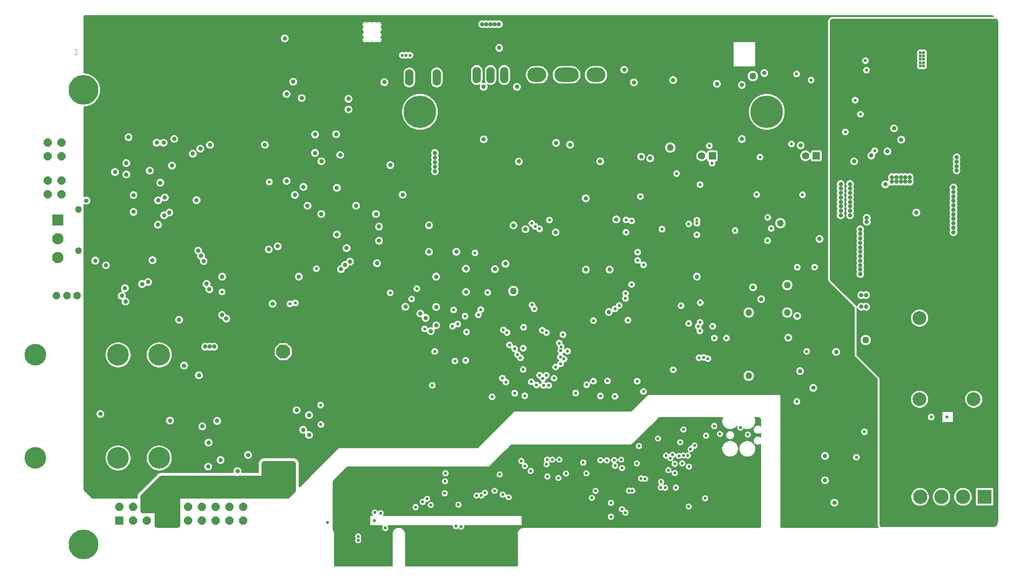
<source format=gbr>
%TF.GenerationSoftware,KiCad,Pcbnew,9.0.5-9.0.5~ubuntu24.04.1*%
%TF.CreationDate,2025-10-23T10:03:55+02:00*%
%TF.ProjectId,EEZ DIB DCP405plus,45455a20-4449-4422-9044-435034303570,r4B2*%
%TF.SameCoordinates,Original*%
%TF.FileFunction,Copper,L2,Inr*%
%TF.FilePolarity,Positive*%
%FSLAX46Y46*%
G04 Gerber Fmt 4.6, Leading zero omitted, Abs format (unit mm)*
G04 Created by KiCad (PCBNEW 9.0.5-9.0.5~ubuntu24.04.1) date 2025-10-23 10:03:55*
%MOMM*%
%LPD*%
G01*
G04 APERTURE LIST*
G04 Aperture macros list*
%AMOutline5P*
0 Free polygon, 5 corners , with rotation*
0 The origin of the aperture is its center*
0 number of corners: always 5*
0 $1 to $10 corner X, Y*
0 $11 Rotation angle, in degrees counterclockwise*
0 create outline with 5 corners*
4,1,5,$1,$2,$3,$4,$5,$6,$7,$8,$9,$10,$1,$2,$11*%
%AMOutline6P*
0 Free polygon, 6 corners , with rotation*
0 The origin of the aperture is its center*
0 number of corners: always 6*
0 $1 to $12 corner X, Y*
0 $13 Rotation angle, in degrees counterclockwise*
0 create outline with 6 corners*
4,1,6,$1,$2,$3,$4,$5,$6,$7,$8,$9,$10,$11,$12,$1,$2,$13*%
%AMOutline7P*
0 Free polygon, 7 corners , with rotation*
0 The origin of the aperture is its center*
0 number of corners: always 7*
0 $1 to $14 corner X, Y*
0 $15 Rotation angle, in degrees counterclockwise*
0 create outline with 7 corners*
4,1,7,$1,$2,$3,$4,$5,$6,$7,$8,$9,$10,$11,$12,$13,$14,$1,$2,$15*%
%AMOutline8P*
0 Free polygon, 8 corners , with rotation*
0 The origin of the aperture is its center*
0 number of corners: always 8*
0 $1 to $16 corner X, Y*
0 $17 Rotation angle, in degrees counterclockwise*
0 create outline with 8 corners*
4,1,8,$1,$2,$3,$4,$5,$6,$7,$8,$9,$10,$11,$12,$13,$14,$15,$16,$1,$2,$17*%
G04 Aperture macros list end*
%ADD10C,0.101600*%
%TA.AperFunction,NonConductor*%
%ADD11C,0.101600*%
%TD*%
%TA.AperFunction,ComponentPad*%
%ADD12O,1.524000X3.048000*%
%TD*%
%TA.AperFunction,ComponentPad*%
%ADD13C,1.270000*%
%TD*%
%TA.AperFunction,ComponentPad*%
%ADD14O,3.500000X2.640000*%
%TD*%
%TA.AperFunction,ComponentPad*%
%ADD15O,4.500000X2.640000*%
%TD*%
%TA.AperFunction,ComponentPad*%
%ADD16R,1.500000X1.500000*%
%TD*%
%TA.AperFunction,ComponentPad*%
%ADD17Outline8P,-0.750000X0.310660X-0.310660X0.750000X0.310660X0.750000X0.750000X0.310660X0.750000X-0.310660X0.310660X-0.750000X-0.310660X-0.750000X-0.750000X-0.310660X180.000000*%
%TD*%
%TA.AperFunction,ComponentPad*%
%ADD18R,2.100000X2.100000*%
%TD*%
%TA.AperFunction,ComponentPad*%
%ADD19C,2.100000*%
%TD*%
%TA.AperFunction,ComponentPad*%
%ADD20Outline8P,-0.675000X0.279594X-0.279594X0.675000X0.279594X0.675000X0.675000X0.279594X0.675000X-0.279594X0.279594X-0.675000X-0.279594X-0.675000X-0.675000X-0.279594X180.000000*%
%TD*%
%TA.AperFunction,ComponentPad*%
%ADD21C,5.500000*%
%TD*%
%TA.AperFunction,ComponentPad*%
%ADD22R,2.640000X2.640000*%
%TD*%
%TA.AperFunction,ComponentPad*%
%ADD23C,2.640000*%
%TD*%
%TA.AperFunction,ComponentPad*%
%ADD24Outline8P,-0.750000X0.310660X-0.310660X0.750000X0.310660X0.750000X0.750000X0.310660X0.750000X-0.310660X0.310660X-0.750000X-0.310660X-0.750000X-0.750000X-0.310660X0.000000*%
%TD*%
%TA.AperFunction,ComponentPad*%
%ADD25R,1.358000X1.358000*%
%TD*%
%TA.AperFunction,ComponentPad*%
%ADD26C,1.358000*%
%TD*%
%TA.AperFunction,ComponentPad*%
%ADD27Outline8P,-1.270000X0.526051X-0.526051X1.270000X0.526051X1.270000X1.270000X0.526051X1.270000X-0.526051X0.526051X-1.270000X-0.526051X-1.270000X-1.270000X-0.526051X0.000000*%
%TD*%
%TA.AperFunction,ComponentPad*%
%ADD28C,2.540000*%
%TD*%
%TA.AperFunction,ComponentPad*%
%ADD29C,4.000000*%
%TD*%
%TA.AperFunction,ComponentPad*%
%ADD30C,6.000000*%
%TD*%
%TA.AperFunction,ViaPad*%
%ADD31C,0.600000*%
%TD*%
%TA.AperFunction,ViaPad*%
%ADD32C,0.806400*%
%TD*%
G04 APERTURE END LIST*
D10*
D11*
X67817093Y-55614946D02*
X67860636Y-55571403D01*
X67860636Y-55571403D02*
X67947722Y-55527860D01*
X67947722Y-55527860D02*
X68165436Y-55527860D01*
X68165436Y-55527860D02*
X68252522Y-55571403D01*
X68252522Y-55571403D02*
X68296064Y-55614946D01*
X68296064Y-55614946D02*
X68339607Y-55702032D01*
X68339607Y-55702032D02*
X68339607Y-55789118D01*
X68339607Y-55789118D02*
X68296064Y-55919746D01*
X68296064Y-55919746D02*
X67773550Y-56442260D01*
X67773550Y-56442260D02*
X68339607Y-56442260D01*
D12*
%TO.N,Net-(Q17-S)*%
%TO.C,R78*%
X134726100Y-60697500D03*
%TO.N,POST_OUT+*%
X129646100Y-60697500D03*
%TD*%
D13*
%TO.N,+VREF*%
%TO.C,TP2*%
X148818600Y-100152200D03*
%TD*%
%TO.N,PREG_OUT+*%
%TO.C,TP10*%
X193040000Y-60452000D03*
%TD*%
%TO.N,-9V*%
%TO.C,TP3*%
X199390000Y-99060000D03*
%TD*%
%TO.N,Net-(IC13-Vout)*%
%TO.C,TP5*%
X192278000Y-104140000D03*
%TD*%
D14*
%TO.N,Net-(Q14-G)*%
%TO.C,Q14*%
X164098000Y-60212900D03*
D15*
%TO.N,PREG_OUT+*%
X158648000Y-60212900D03*
D14*
%TO.N,POST_OUT+*%
X153198000Y-60212900D03*
%TD*%
D13*
%TO.N,GND*%
%TO.C,TP8*%
X213868000Y-115824000D03*
%TD*%
D16*
%TO.N,/Rsense protection\u002C power output\u002C Rprog/OUTC+*%
%TO.C,X5*%
X76140000Y-142540000D03*
D17*
X76140000Y-140000000D03*
X78680000Y-142540000D03*
X78680000Y-140000000D03*
X81220000Y-142540000D03*
%TO.N,Net-(F1-Pad2)*%
X81220000Y-140000000D03*
X83760000Y-142540000D03*
X83760000Y-140000000D03*
X86300000Y-142540000D03*
X86300000Y-140000000D03*
%TO.N,POST_OUT-*%
X88840000Y-142540000D03*
X88840000Y-140000000D03*
X91380000Y-142540000D03*
X91380000Y-140000000D03*
%TO.N,/Rsense protection\u002C power output\u002C Rprog/OUTC-*%
X93920000Y-142540000D03*
X93920000Y-140000000D03*
X96460000Y-142540000D03*
X96460000Y-140000000D03*
%TO.N,/Rsense protection\u002C power output\u002C Rprog/SENSE_IN-*%
X99000000Y-142540000D03*
%TO.N,/Rsense protection\u002C power output\u002C Rprog/SENSE_IN+*%
X99000000Y-140000000D03*
%TD*%
D18*
%TO.N,Net-(TP11-P$1)*%
%TO.C,X4*%
X64800000Y-87000000D03*
D19*
%TO.N,Net-(TP12-P$1)*%
X64800000Y-90500000D03*
%TO.N,PE*%
X64800000Y-94000000D03*
%TD*%
D13*
%TO.N,Net-(TP11-P$1)*%
%TO.C,TP11*%
X68580000Y-85090000D03*
%TD*%
%TO.N,+VNR*%
%TO.C,TP4*%
X192278000Y-115824000D03*
%TD*%
%TO.N,Net-(IC12-Vout)*%
%TO.C,TP6*%
X199390000Y-104140000D03*
%TD*%
D12*
%TO.N,Net-(Q17-G)*%
%TO.C,Q17*%
X147172100Y-60240300D03*
%TO.N,PREG_OUT-*%
X144632100Y-60240300D03*
%TO.N,Net-(Q17-S)*%
X142092100Y-60240300D03*
%TD*%
D20*
%TO.N,Net-(LED1-C)*%
%TO.C,LED1*%
X66445000Y-101000000D03*
%TO.N,Net-(LED1-AG)*%
X68350000Y-101000000D03*
%TO.N,Net-(LED1-AR)*%
X64540000Y-101000000D03*
%TD*%
D21*
%TO.N,*%
%TO.C,KK1*%
X69500000Y-63000000D03*
%TD*%
D22*
%TO.N,/Power pre-regulator/DC-*%
%TO.C,X3*%
X235781000Y-138176000D03*
D23*
%TO.N,unconnected-(X3-Pin_2-Pad2)*%
X231821000Y-138176000D03*
%TO.N,unconnected-(X3-Pin_3-Pad3)*%
X227861000Y-138176000D03*
%TO.N,/Power pre-regulator/DC+*%
X223901000Y-138176000D03*
%TD*%
D13*
%TO.N,+3V3*%
%TO.C,TP7*%
X198120000Y-87630000D03*
%TD*%
%TO.N,POST_OE*%
%TO.C,TP1*%
X177800000Y-73660000D03*
%TD*%
D24*
%TO.N,+VLED*%
%TO.C,LED3*%
X62930000Y-72730000D03*
%TO.N,Net-(LED3B-C)*%
X62930000Y-75270000D03*
%TO.N,+VLED*%
X65470000Y-72730000D03*
%TO.N,Net-(LED3A-C)*%
X65470000Y-75270000D03*
%TD*%
D25*
%TO.N,OE_TRIG*%
%TO.C,JP4*%
X185565800Y-75184000D03*
D26*
%TO.N,+3V3*%
X183565800Y-75184000D03*
%TD*%
D21*
%TO.N,*%
%TO.C,KK2*%
X69500000Y-147000000D03*
%TD*%
D27*
%TO.N,POST_OUT+*%
%TO.C,F1*%
X106362500Y-111360000D03*
%TO.N,Net-(F1-Pad2)*%
X106362500Y-133860000D03*
%TD*%
D13*
%TO.N,Net-(TP12-P$1)*%
%TO.C,TP12*%
X68580000Y-92710000D03*
%TD*%
D28*
%TO.N,/Power pre-regulator/DC+*%
%TO.C,L1*%
X223803200Y-120149000D03*
%TO.N,DC_OUT*%
X223803200Y-105149000D03*
%TO.N,/Power pre-regulator/DC-*%
X233803200Y-120149000D03*
%TO.N,PREG_OUT-*%
X233803200Y-105149000D03*
%TD*%
D29*
%TO.N,/Rsense protection\u002C power output\u002C Rprog/OUTC+*%
%TO.C,J1*%
X75900000Y-111950000D03*
X60600000Y-111950000D03*
%TO.N,/Rsense protection\u002C power output\u002C Rprog/SENSE_IN+*%
X83500000Y-111950000D03*
%TD*%
D24*
%TO.N,Net-(LED2B-A)*%
%TO.C,LED2*%
X62930000Y-79730000D03*
%TO.N,Net-(LED2B-C)*%
X62930000Y-82270000D03*
%TO.N,+VLED*%
X65470000Y-79730000D03*
%TO.N,Net-(LED2A-C)*%
X65470000Y-82270000D03*
%TD*%
D25*
%TO.N,DC_OUT*%
%TO.C,JP7*%
X204758800Y-75184000D03*
D26*
%TO.N,Net-(JP7-Pad2)*%
X202758800Y-75184000D03*
%TD*%
D13*
%TO.N,DC_OUT*%
%TO.C,TP9*%
X213868000Y-109220000D03*
%TD*%
D30*
%TO.N,unconnected-(KK3-Pad1)*%
%TO.C,KK3*%
X195604800Y-67047000D03*
%TO.N,unconnected-(KK3-Pad2)*%
X131604800Y-67047000D03*
%TD*%
D29*
%TO.N,/Rsense protection\u002C power output\u002C Rprog/OUTC-*%
%TO.C,J2*%
X75900000Y-131000000D03*
X60600000Y-131000000D03*
%TO.N,/Rsense protection\u002C power output\u002C Rprog/SENSE_IN-*%
X83500000Y-131000000D03*
%TD*%
D31*
%TO.N,+VNR*%
X201231500Y-95758000D03*
%TO.N,PE*%
X123190000Y-142550000D03*
X228850200Y-123451000D03*
D32*
X72629500Y-122872500D03*
D31*
X114510000Y-142940000D03*
%TO.N,PWRGOOD*%
X212132600Y-130865000D03*
X150655986Y-110734477D03*
X150723600Y-106857800D03*
X193751200Y-82321400D03*
X181203600Y-106146600D03*
X185928000Y-108839000D03*
X188163200Y-108839000D03*
%TO.N,GND*%
X139344400Y-106578400D03*
D32*
X142539135Y-122038433D03*
X195697000Y-111932800D03*
X84292500Y-75989000D03*
X210164100Y-132960500D03*
X70612000Y-81026000D03*
D31*
X196342000Y-74777600D03*
D32*
X142862300Y-113593300D03*
D31*
X189230000Y-97510600D03*
D32*
X112470278Y-81257563D03*
X205028800Y-107238800D03*
X85982900Y-92903400D03*
X86445300Y-86423500D03*
X209362200Y-113331800D03*
X195697000Y-109583300D03*
X164579300Y-94691200D03*
X201845600Y-126039000D03*
D31*
X150583900Y-116001800D03*
D32*
X181254000Y-74246400D03*
X92928500Y-76624000D03*
X132402000Y-116793400D03*
X201083600Y-126039000D03*
D31*
X153225500Y-112877600D03*
D32*
X143108100Y-95419300D03*
X162356800Y-99923600D03*
X130478100Y-106277800D03*
X201803000Y-117983000D03*
D31*
X181254000Y-77738900D03*
D32*
X123048600Y-59681500D03*
D31*
X151955500Y-114515900D03*
D32*
X198110000Y-113139300D03*
X112609869Y-79612925D03*
D31*
X161074100Y-116840000D03*
D32*
X198110000Y-109583300D03*
D31*
X181510000Y-92190000D03*
D32*
X204177500Y-116600900D03*
D31*
X169976800Y-119634000D03*
X154863800Y-111150400D03*
X154863800Y-112826800D03*
D32*
X127812800Y-121202800D03*
D31*
X183860000Y-92160000D03*
D32*
X195697000Y-113075800D03*
D31*
X166268000Y-87073400D03*
D32*
X143078200Y-117627400D03*
X147153200Y-88154900D03*
D31*
X142000107Y-98672400D03*
D32*
X105791000Y-81335000D03*
D31*
X119214500Y-124601900D03*
D32*
X198120000Y-107061000D03*
X136140700Y-116448300D03*
X115301600Y-87202400D03*
X119278000Y-76913400D03*
X90083700Y-94581800D03*
X121524600Y-81627100D03*
D31*
X172300500Y-101551400D03*
X153225500Y-111163100D03*
D32*
X154703200Y-103966400D03*
X164977500Y-99953200D03*
X207284300Y-113331800D03*
X173056152Y-59323900D03*
X73304400Y-103555800D03*
D31*
X149017900Y-117462300D03*
X143916000Y-98693900D03*
D32*
X210926100Y-133722500D03*
X137552000Y-102010600D03*
X109458600Y-60000000D03*
D31*
X202907500Y-84531200D03*
D32*
X121080100Y-60126000D03*
X210164100Y-133722500D03*
X87467500Y-70591500D03*
D31*
X148209000Y-114147600D03*
D32*
X77747500Y-84214400D03*
X110285100Y-69143000D03*
X89471500Y-79629000D03*
X198110000Y-110726300D03*
D31*
X191171300Y-89350100D03*
D32*
X75847000Y-92880000D03*
D31*
X205384000Y-85166200D03*
D32*
X200321600Y-126039000D03*
X215493600Y-123901200D03*
X110271400Y-53459500D03*
X77851000Y-81026000D03*
X215493600Y-123088400D03*
X83248500Y-120904000D03*
X130541600Y-103090100D03*
X196265800Y-107289600D03*
X135466400Y-123503300D03*
X198110000Y-111932800D03*
X110348600Y-67238000D03*
X195697000Y-110726300D03*
X208749500Y-117934400D03*
X137101400Y-120829800D03*
X215493600Y-122288300D03*
D31*
X145973800Y-101828600D03*
D32*
X184198500Y-60547450D03*
D31*
X191158600Y-87534000D03*
D32*
X206933800Y-105232200D03*
D31*
X196138800Y-92735400D03*
D32*
X77815500Y-73385500D03*
D31*
X144179200Y-106578400D03*
D32*
X79886900Y-96205400D03*
D31*
X158623000Y-119659400D03*
D32*
X210926100Y-132960500D03*
%TO.N,POST_OUT+*%
X92798900Y-110439200D03*
X104423900Y-102489000D03*
X146219600Y-55236500D03*
D31*
X194360800Y-75412600D03*
X129755500Y-56593400D03*
D32*
X195152700Y-59872000D03*
X88074500Y-113919000D03*
X93624400Y-110439200D03*
X91973400Y-110439200D03*
D31*
X129057000Y-56593400D03*
D32*
X169316000Y-59265400D03*
X102988800Y-73143500D03*
X92583000Y-128143000D03*
D31*
X128358500Y-56593400D03*
D32*
%TO.N,I_MON*%
X108516000Y-82401800D03*
X147383500Y-95097600D03*
X128401500Y-82363700D03*
X116127100Y-71175000D03*
%TO.N,SENSE-*%
X99885500Y-130429000D03*
X123659500Y-95025600D03*
X105346500Y-91884500D03*
%TO.N,SENSE+*%
X124040500Y-88256500D03*
X103695500Y-92456000D03*
X94805500Y-131381500D03*
X124040500Y-90860000D03*
D31*
%TO.N,U_MON*%
X140022400Y-112979200D03*
X141757000Y-93115600D03*
X171792500Y-92978900D03*
D32*
%TO.N,I_SET*%
X91698500Y-94644600D03*
D31*
X132461000Y-107162600D03*
D32*
X85835400Y-76966900D03*
D31*
X169519600Y-101523800D03*
D32*
X84286000Y-72750500D03*
D31*
X142367000Y-104546400D03*
D32*
X117035000Y-96117800D03*
%TO.N,POST_OE*%
X159300600Y-73118100D03*
D31*
%TO.N,U_SET_OUT*%
X137820000Y-103646900D03*
X137617200Y-106654600D03*
D32*
%TO.N,GCOM*%
X116260300Y-89704300D03*
X109791500Y-64507500D03*
X83689100Y-80129200D03*
X138320200Y-92892000D03*
X116260300Y-81081000D03*
D31*
%TO.N,+VREF*%
X138582400Y-106248200D03*
D32*
X140088200Y-100326700D03*
X140081000Y-96037400D03*
X118063700Y-92218900D03*
%TO.N,CURR_HI*%
X106997500Y-63754000D03*
D31*
X107619800Y-102514400D03*
D32*
X107004700Y-79823320D03*
D31*
X157637201Y-110450855D03*
X103809800Y-80010000D03*
D32*
X106652900Y-53471200D03*
D31*
%TO.N,OE_TRIG*%
X183261000Y-107543600D03*
%TO.N,CV_ACTIVE*%
X170649500Y-87200400D03*
X149593300Y-111887000D03*
X152882600Y-88226900D03*
%TO.N,CC_ACTIVE*%
X169633500Y-87009900D03*
X149072600Y-110807500D03*
X152260300Y-87655400D03*
D32*
%TO.N,/Power pre-regulator/SW*%
X220347588Y-79939282D03*
X221173088Y-79939282D03*
X221173088Y-79113782D03*
X218696588Y-79113782D03*
X219522088Y-79939282D03*
X221998588Y-79113782D03*
X218696588Y-79939282D03*
X221998588Y-79939282D03*
X220347588Y-79113782D03*
X219522088Y-79113782D03*
%TO.N,AUX_USET_SW*%
X95072200Y-104597200D03*
D31*
X157543500Y-113599203D03*
%TO.N,RSENSE*%
X157581600Y-111201200D03*
D32*
X87147400Y-105460800D03*
D31*
%TO.N,RSENSE_ERR*%
X148124000Y-110101200D03*
D32*
X73661000Y-95402400D03*
%TO.N,U_SET*%
X117750165Y-95337600D03*
D31*
X138053901Y-113085701D03*
D32*
X128909500Y-103052000D03*
X91203200Y-93654000D03*
D31*
X142836500Y-103583400D03*
X169545000Y-100609400D03*
X139928598Y-104817300D03*
D32*
X131690800Y-104309300D03*
D31*
%TO.N,/Power pre-regulator/VCC*%
X210108800Y-70764400D03*
D32*
X205333600Y-90530600D03*
D31*
X215521588Y-74224282D03*
D32*
X211711588Y-76192782D03*
D31*
%TO.N,/Power pre-regulator/FB*%
X212900488Y-67490782D03*
X203796500Y-61165400D03*
%TO.N,/Power pre-regulator/AGND*%
X213995000Y-59359800D03*
X211912200Y-64897000D03*
%TO.N,+3V3*%
X182714500Y-89760000D03*
X176260000Y-88710000D03*
D32*
X110083600Y-80899000D03*
X182714500Y-97487400D03*
D31*
X183286400Y-80492600D03*
X202209000Y-82372200D03*
X178962100Y-78437400D03*
D32*
X95102100Y-97487400D03*
X109245000Y-97487400D03*
X134599100Y-103090100D03*
D31*
X160337500Y-119011700D03*
X182720000Y-87630000D03*
X149085300Y-119024400D03*
X152146000Y-116916200D03*
D32*
X134611800Y-106481000D03*
D31*
X182720000Y-87070000D03*
X169633500Y-89295900D03*
D32*
X71687175Y-94525789D03*
D31*
X144106500Y-100421400D03*
D32*
X134581500Y-97487400D03*
D31*
%TO.N,~{OVP_FAULT}*%
X153678421Y-88675300D03*
X133883400Y-117576600D03*
X150152100Y-112522000D03*
X181215900Y-87750000D03*
X134327900Y-111311600D03*
%TO.N,ISO_OE_SYNC*%
X185521600Y-76530200D03*
X183095900Y-112483900D03*
X153111200Y-117500400D03*
D32*
%TO.N,/Power pre-regulator/EN_ULVO*%
X219077588Y-70096782D03*
X201853800Y-73253600D03*
%TO.N,Net-(K1A-C2)*%
X91440000Y-125158500D03*
X77266800Y-102108000D03*
X70040500Y-83439000D03*
X85471000Y-124079000D03*
%TO.N,/Power pre-regulator/HO*%
X217871088Y-74351282D03*
X217490088Y-80447282D03*
%TO.N,/Power pre-regulator/LO*%
X223205088Y-85654282D03*
X214886588Y-75113282D03*
%TO.N,/Rsense protection\u002C power output\u002C Rprog/AUX_OUT*%
X118686000Y-94720800D03*
X90669800Y-92676100D03*
%TO.N,/Rsense protection\u002C power output\u002C Rprog/SENSE_IN+*%
X92519500Y-132588000D03*
%TO.N,/Rsense protection\u002C power output\u002C Rprog/SENSE_IN-*%
X97917000Y-133413500D03*
%TO.N,DC_OUT*%
X212854588Y-95369782D03*
D31*
X223936200Y-56741800D03*
D32*
X210965200Y-81209282D03*
X191012500Y-72076700D03*
X220411088Y-72192282D03*
X210965200Y-83685782D03*
X214061088Y-86606782D03*
X210965200Y-82860282D03*
X212854588Y-88765782D03*
X213934088Y-103053282D03*
X210965200Y-80383782D03*
X212854588Y-94544282D03*
X210965200Y-84511282D03*
D31*
X223936200Y-57961000D03*
X223936200Y-56132200D03*
D32*
X210965200Y-86162282D03*
X209252400Y-82860282D03*
D31*
X223936200Y-58570600D03*
D32*
X209252400Y-83685782D03*
D31*
X225958400Y-123444000D03*
D32*
X212854588Y-96195282D03*
X210965200Y-85336782D03*
X209252400Y-85336782D03*
D31*
X223936200Y-57351400D03*
X224545800Y-56132200D03*
D32*
X209252400Y-84511282D03*
X212854588Y-90416782D03*
X208068600Y-139247000D03*
X213045088Y-100894282D03*
X209252400Y-82034782D03*
X212854588Y-93718782D03*
X213934088Y-100894282D03*
X213045088Y-103053282D03*
D31*
X224545800Y-57351400D03*
X224545800Y-56741800D03*
D32*
X212854588Y-92893282D03*
X209252400Y-81209282D03*
X214061088Y-87368782D03*
X210965200Y-82034782D03*
X209252400Y-86162282D03*
X212854588Y-97020782D03*
X209252400Y-80383782D03*
X212854588Y-89591282D03*
D31*
X224545800Y-57961000D03*
X224545800Y-58570600D03*
D32*
X212854588Y-91242282D03*
X212854588Y-92067782D03*
X191012500Y-62081800D03*
%TO.N,+VNR*%
X199570500Y-108757800D03*
X201752200Y-114935000D03*
D31*
X204444600Y-95732600D03*
D32*
X201218800Y-104749600D03*
D31*
X195757800Y-90830400D03*
%TO.N,AUX_ISET_SW*%
X156654500Y-114185700D03*
D32*
X95852400Y-105257600D03*
%TO.N,I_SERVO*%
X116882600Y-75010400D03*
X112229500Y-74627400D03*
%TO.N,LOOP_CTRL*%
X151058300Y-88726400D03*
X164863200Y-76191500D03*
X156632546Y-89315956D03*
%TO.N,SENSE_PROT*%
X162183500Y-83027600D03*
X178332998Y-61165400D03*
X174096100Y-75632700D03*
X90376766Y-83352136D03*
D31*
%TO.N,CURR_LO*%
X157314900Y-109766100D03*
X108610574Y-102370800D03*
D32*
X108229000Y-61482902D03*
%TO.N,CV_LED_OUT*%
X80329726Y-98849067D03*
D31*
X157522063Y-112328025D03*
D32*
X78740000Y-85534500D03*
%TO.N,CC_LED_OUT*%
X81434022Y-98491651D03*
D31*
X157988000Y-108191300D03*
D32*
X78740000Y-82423000D03*
D31*
X158191200Y-112712500D03*
D32*
%TO.N,I_SET_OUT*%
X126136003Y-76889994D03*
D31*
X140191400Y-107721400D03*
D32*
X133604000Y-107569000D03*
D31*
%TO.N,POST_OUT-*%
X95072200Y-100304600D03*
X131025500Y-99709900D03*
X170649500Y-98947900D03*
X171792500Y-94502900D03*
X126111000Y-100482400D03*
D32*
X90805000Y-115722400D03*
%TO.N,-9V*%
X204190600Y-118033800D03*
D31*
X202971400Y-111302800D03*
D32*
X149851800Y-76216900D03*
X208408250Y-111397200D03*
%TO.N,V+*%
X110850100Y-84383000D03*
X84391500Y-86169500D03*
X162221600Y-96206700D03*
D31*
X144907000Y-119710200D03*
D32*
X77809000Y-71734500D03*
X194564000Y-101650800D03*
X166458900Y-104013000D03*
X112253450Y-71238500D03*
X166603100Y-96206700D03*
X119809950Y-84383000D03*
X145440000Y-96117800D03*
D31*
X195783200Y-86563200D03*
D32*
%TO.N,V-*%
X85341550Y-85643371D03*
X125023300Y-61580150D03*
X193065000Y-99455894D03*
X148855000Y-88015200D03*
X167847700Y-86910300D03*
X123486600Y-85907000D03*
X113402800Y-85907000D03*
X113409150Y-76178800D03*
%TO.N,PREG_OUT-*%
X218188588Y-94544282D03*
X143876450Y-50855000D03*
X229384588Y-66797379D03*
X222760588Y-73525782D03*
X229384588Y-65971879D03*
X213299088Y-73081282D03*
X145400450Y-50855000D03*
X220835588Y-87366186D03*
D31*
X172300500Y-82691900D03*
D32*
X228602588Y-64191282D03*
D31*
X212519488Y-78883182D03*
D32*
X213299088Y-71430282D03*
X218188588Y-90416782D03*
X216789000Y-123926600D03*
X224665588Y-85146282D03*
X218188588Y-95369782D03*
X220073588Y-88064686D03*
X221236588Y-73525782D03*
X228622588Y-66797379D03*
X224475088Y-94163282D03*
D31*
X172858352Y-95324094D03*
D32*
X225300588Y-96449282D03*
X221998588Y-73525782D03*
X224665588Y-83495282D03*
X216789000Y-123090400D03*
X224665588Y-88448282D03*
X221597588Y-88064686D03*
X218188588Y-88765782D03*
X218188588Y-97020782D03*
X219311588Y-88064686D03*
X229384588Y-64193879D03*
X216156588Y-71112782D03*
X224665588Y-84320782D03*
X224475088Y-96449282D03*
X144638450Y-50855000D03*
X218125088Y-86606782D03*
X224665588Y-80256782D03*
X224665588Y-89273782D03*
X143114450Y-50855000D03*
X220073588Y-87366186D03*
X208709488Y-74882682D03*
X227860588Y-66797379D03*
X219311588Y-87366186D03*
X218188588Y-89591282D03*
X218188588Y-91242282D03*
X218188588Y-92067782D03*
X218950588Y-71430282D03*
X224665588Y-82669782D03*
X146162450Y-50855000D03*
X218125088Y-87368782D03*
X220835588Y-88064686D03*
X222359588Y-87366186D03*
X224665588Y-81844282D03*
X218188588Y-92893282D03*
X227860588Y-65971879D03*
X216156588Y-71938282D03*
X221597588Y-87366186D03*
X216982088Y-71112782D03*
X208727088Y-72636782D03*
X224665588Y-85971782D03*
X224665588Y-87622782D03*
X223522588Y-73525782D03*
X227860588Y-64193879D03*
X224665588Y-86797282D03*
X225300588Y-94163282D03*
X218188588Y-96195282D03*
X224665588Y-81018782D03*
X215331088Y-71938282D03*
X216789000Y-122275600D03*
D31*
X231546400Y-123444000D03*
D32*
X222359588Y-88064686D03*
X216982088Y-71938282D03*
X218188588Y-93718782D03*
X215331088Y-71112782D03*
X228622588Y-65971879D03*
D31*
%TO.N,ISO_DA_SCLK*%
X152704800Y-103441500D03*
X183331300Y-102311200D03*
X167610700Y-103441500D03*
X164909500Y-119545100D03*
%TO.N,ISO_DA_MISO*%
X167589200Y-119608600D03*
X169976800Y-105537000D03*
%TO.N,ISO_DA_MOSI*%
X166217600Y-116776500D03*
X179781200Y-102870000D03*
X168376600Y-102831900D03*
X152274382Y-102722977D03*
%TO.N,DIB_3V3*%
X136240000Y-135300000D03*
X146320000Y-134050000D03*
X136173300Y-137525679D03*
X180238400Y-125755400D03*
X161747200Y-131860200D03*
X175514000Y-127406400D03*
X185902600Y-125095000D03*
X170777650Y-137036800D03*
X184226200Y-138455400D03*
X136313300Y-133822879D03*
X181190900Y-139979400D03*
X120200000Y-146200000D03*
X120200000Y-145500000D03*
X157160000Y-134690000D03*
X170193450Y-137036800D03*
X150305376Y-131547600D03*
%TO.N,~{ISO_DAC_CS}*%
X163626800Y-105625900D03*
X163614100Y-116810700D03*
D32*
%TO.N,Net-(IC11-PH)*%
X206354100Y-130611000D03*
X206354100Y-135119500D03*
D31*
%TO.N,Net-(C47-Pad1)*%
X213639400Y-126161800D03*
X201168000Y-120548400D03*
D32*
%TO.N,Net-(IC16A--IN)*%
X118413100Y-64634500D03*
X118413100Y-66603000D03*
%TO.N,Net-(IC17B-+IN)*%
X133272100Y-88002500D03*
X133272100Y-92892000D03*
%TO.N,Net-(LED2B-A)*%
X75311000Y-78168500D03*
D31*
%TO.N,/DIB isolators\u002C EEPROM\u002C ADC\u002C MCU/DA_CLK*%
X180213000Y-130530600D03*
X164896800Y-131419600D03*
%TO.N,/DIB isolators\u002C EEPROM\u002C ADC\u002C MCU/DA_MOSI*%
X178238967Y-130404600D03*
X166116000Y-131445000D03*
%TO.N,/DIB isolators\u002C EEPROM\u002C ADC\u002C MCU/DA_MISO*%
X167436800Y-131394200D03*
X179374800Y-130606800D03*
D32*
%TO.N,Net-(LED1-AR)*%
X77152500Y-99631500D03*
X110045500Y-125785000D03*
%TO.N,Net-(LED1-AG)*%
X76581000Y-101028500D03*
X108839000Y-122165500D03*
%TO.N,Net-(C70-Pad1)*%
X230063088Y-87622782D03*
X230063088Y-84320782D03*
X230063088Y-83495282D03*
D31*
X201121700Y-60045600D03*
D32*
X230634588Y-77843782D03*
X230063088Y-85971782D03*
X230063088Y-85146282D03*
X230063088Y-81844282D03*
X230063088Y-82669782D03*
X230063088Y-86797282D03*
X230634588Y-76256282D03*
X230634588Y-75430782D03*
X230063088Y-81018782D03*
X230063088Y-88448282D03*
X230063088Y-89273782D03*
X230634588Y-77081782D03*
%TO.N,Net-(IC22A-OUT)*%
X83255419Y-87890919D03*
X83270000Y-83418500D03*
%TO.N,Net-(IC21B--IN)*%
X81746000Y-77907700D03*
X84522400Y-82870400D03*
X83016000Y-72750500D03*
%TO.N,Net-(IC20A-O)*%
X91073000Y-73847900D03*
D31*
X130073000Y-101614900D03*
D32*
X92727200Y-99826200D03*
X77406500Y-76517500D03*
%TO.N,Net-(IC20B-O)*%
X92219200Y-98835600D03*
X132656000Y-105109400D03*
X89683500Y-74769800D03*
X77406500Y-78613000D03*
%TO.N,Net-(IC20B-I0)*%
X86254500Y-72052000D03*
X92840900Y-73154900D03*
D31*
%TO.N,/DIB isolators\u002C EEPROM\u002C ADC\u002C MCU/AC_FREQ*%
X138709304Y-139639304D03*
X133596796Y-139665993D03*
%TO.N,/DIB isolators\u002C EEPROM\u002C ADC\u002C MCU/NRST*%
X181229000Y-132588000D03*
X184404000Y-126873000D03*
X182270400Y-128727200D03*
%TO.N,/DIB isolators\u002C EEPROM\u002C ADC\u002C MCU/~{ISO_ADC_CS}*%
X162369500Y-117462300D03*
X171704000Y-116814600D03*
%TO.N,/DIB isolators\u002C EEPROM\u002C ADC\u002C MCU/DIB_OE_SYNC*%
X152031700Y-133388100D03*
X130788400Y-140080000D03*
%TO.N,/DIB isolators\u002C EEPROM\u002C ADC\u002C MCU/SWCLK*%
X190740683Y-125412051D03*
X176057924Y-136432663D03*
%TO.N,/DIB isolators\u002C EEPROM\u002C ADC\u002C MCU/SWO*%
X176859001Y-136482241D03*
X192125600Y-126669800D03*
%TO.N,/DIB isolators\u002C EEPROM\u002C ADC\u002C MCU/DIB_BOOT0*%
X166852600Y-139293600D03*
X166840000Y-141851600D03*
X178841400Y-136474200D03*
%TO.N,/DIB isolators\u002C EEPROM\u002C ADC\u002C MCU/DIB_UART_TX*%
X147960000Y-138240000D03*
X171636932Y-132001600D03*
%TO.N,/DIB isolators\u002C EEPROM\u002C ADC\u002C MCU/IOEXP_MISO*%
X168910000Y-132860000D03*
X156032200Y-131292600D03*
%TO.N,/DIB isolators\u002C EEPROM\u002C ADC\u002C MCU/~{IOEXP_IRQ}*%
X179628800Y-128101000D03*
X157327600Y-131292600D03*
%TO.N,/DIB isolators\u002C EEPROM\u002C ADC\u002C MCU/IOEXP_CLK*%
X164021553Y-137067238D03*
X158572200Y-133870700D03*
%TO.N,/DIB isolators\u002C EEPROM\u002C ADC\u002C MCU/IOEXP_MOSI*%
X155067000Y-131292600D03*
X181533800Y-129362200D03*
%TO.N,/DIB isolators\u002C EEPROM\u002C ADC\u002C MCU/SWDIO*%
X176122602Y-135381002D03*
X186950493Y-126549293D03*
%TO.N,/DAC\u002C OE\u002C Vref\u002C IOEXP\u002C Temp/~{SET_DP}*%
X155498800Y-87045800D03*
X158842800Y-111277400D03*
%TO.N,/DIB isolators\u002C EEPROM\u002C ADC\u002C MCU/~{DIB_ALERT}*%
X167608225Y-132436990D03*
%TO.N,/DAC\u002C OE\u002C Vref\u002C IOEXP\u002C Temp/OE_LED_GREEN*%
X113258600Y-121225700D03*
X147015200Y-107340400D03*
X146820800Y-116255800D03*
X154180692Y-107400957D03*
%TO.N,/DIB isolators\u002C EEPROM\u002C ADC\u002C MCU/ADC_IRQ*%
X168732200Y-131292600D03*
X177825400Y-131038600D03*
%TO.N,ISO_IOEXP_SCLK*%
X184746900Y-112649000D03*
X154292288Y-116307932D03*
X154406600Y-117602000D03*
%TO.N,ISO_IOEXP_MOSI*%
X154917850Y-115732452D03*
X155346400Y-117576600D03*
%TO.N,ISO_IOEXP_MISO*%
X150647400Y-114655600D03*
X156337000Y-116268500D03*
X183972200Y-112433100D03*
%TO.N,/DIB isolators\u002C EEPROM\u002C ADC\u002C MCU/~{DIB_RESET}*%
X123260000Y-141060000D03*
X172008800Y-128803400D03*
X150970000Y-132470000D03*
%TO.N,~{ISO_RESET}*%
X178358800Y-114693700D03*
X150939500Y-119507172D03*
X153691700Y-115722500D03*
%TO.N,/DIB isolators\u002C EEPROM\u002C ADC\u002C MCU/DIB_MOSI*%
X169530000Y-141090000D03*
X139197300Y-143670000D03*
X178627519Y-133796023D03*
%TO.N,/DIB isolators\u002C EEPROM\u002C ADC\u002C MCU/DIB_CSA*%
X179994765Y-131984357D03*
X142930000Y-137920000D03*
%TO.N,/DIB isolators\u002C EEPROM\u002C ADC\u002C MCU/DIB_SCL*%
X125200000Y-143940000D03*
X145371899Y-137059644D03*
X132913317Y-138510868D03*
%TO.N,/DIB isolators\u002C EEPROM\u002C ADC\u002C MCU/DIB_SDA*%
X132101600Y-139130751D03*
X146870000Y-137770000D03*
%TO.N,/DAC\u002C OE\u002C Vref\u002C IOEXP\u002C Temp/OE_LED_RED*%
X113322100Y-124819800D03*
X147472400Y-116967000D03*
X147675600Y-107823000D03*
X154943900Y-107827800D03*
%TO.N,/DIB isolators\u002C EEPROM\u002C ADC\u002C MCU/DIB_USB_D-*%
X172386098Y-134779641D03*
%TO.N,/DIB isolators\u002C EEPROM\u002C ADC\u002C MCU/DIB_USB_D+*%
X173139402Y-134846867D03*
%TO.N,/DIB isolators\u002C EEPROM\u002C ADC\u002C MCU/DIB_MISO*%
X143600000Y-137440000D03*
X181028722Y-130569785D03*
%TO.N,/DIB isolators\u002C EEPROM\u002C ADC\u002C MCU/DIB_IRQ*%
X178605264Y-132101740D03*
X142050000Y-137920000D03*
%TO.N,/DIB isolators\u002C EEPROM\u002C ADC\u002C MCU/DIB_SCLK*%
X168870000Y-140438400D03*
X138230000Y-143610000D03*
X177444400Y-133248400D03*
%TO.N,/DIB isolators\u002C EEPROM\u002C ADC\u002C MCU/~{DIB_FAULT}*%
X124330751Y-141190751D03*
X154956376Y-132162459D03*
%TO.N,/DAC\u002C OE\u002C Vref\u002C IOEXP\u002C Temp/TEMP_CS*%
X185623200Y-106680000D03*
X182940000Y-106670000D03*
%TO.N,DIB_GND*%
X132510000Y-133760000D03*
X175451586Y-135973636D03*
X143280000Y-146290000D03*
X175715700Y-130551992D03*
X170536350Y-138348800D03*
X182753000Y-138709400D03*
X185521600Y-135534400D03*
X160346112Y-133709556D03*
X116550000Y-144060000D03*
X118110000Y-133480000D03*
X147840000Y-134030000D03*
X122220000Y-146290000D03*
X177901600Y-125272800D03*
X169890376Y-131283800D03*
X185510000Y-131420000D03*
X137578400Y-146349998D03*
X193586100Y-126746000D03*
X149710000Y-134140000D03*
X118220000Y-146300000D03*
X175361600Y-125984000D03*
X163753800Y-139700000D03*
X175990000Y-139980000D03*
X129190000Y-146290000D03*
X140020000Y-138070000D03*
X193941700Y-138417300D03*
X181940200Y-124891800D03*
X171770000Y-137030000D03*
X180740587Y-136543494D03*
X126210000Y-146330000D03*
X148200000Y-146290000D03*
X134470000Y-139730000D03*
X159156400Y-130848950D03*
X186131200Y-138468100D03*
%TO.N,Net-(IC4-PB6)*%
X155121449Y-134402863D03*
X163320123Y-138370400D03*
%TO.N,Net-(IC4-PB10)*%
X162318700Y-133832600D03*
X177021400Y-130550198D03*
D32*
%TO.N,Net-(D18-PadC)*%
X134357800Y-76343900D03*
X149504000Y-62412000D03*
X143362100Y-62412000D03*
X134357800Y-75493000D03*
X134357800Y-74642100D03*
X134357800Y-78045700D03*
X143362100Y-72127500D03*
X134357800Y-77194800D03*
%TO.N,Net-(C84-Pad1)*%
X186397500Y-61863900D03*
X156722500Y-72787900D03*
%TO.N,Net-(C105-Pad2)*%
X82250700Y-94443381D03*
D31*
X112483500Y-96026900D03*
D32*
%TO.N,Net-(Q13-PadB)*%
X171094000Y-61612400D03*
X172427500Y-75325900D03*
D31*
%TO.N,DUTY_100*%
X185013600Y-73329800D03*
X183311800Y-105943400D03*
X213817200Y-57607200D03*
X200177400Y-72999600D03*
%TO.N,+VLED*%
X172847000Y-118719600D03*
D32*
X111125000Y-126746000D03*
X94183200Y-124155200D03*
X111125000Y-123063000D03*
D31*
%TO.N,Net-(IC14-IN)*%
X189760000Y-88970000D03*
X196418200Y-88595200D03*
%TD*%
%TA.AperFunction,Conductor*%
%TO.N,DIB_GND*%
G36*
X187491733Y-123464002D02*
G01*
X187538226Y-123517658D01*
X187548330Y-123587932D01*
X187535880Y-123627198D01*
X187511082Y-123675866D01*
X187510516Y-123676979D01*
X187510513Y-123676985D01*
X187440265Y-123893187D01*
X187440264Y-123893190D01*
X187440264Y-123893192D01*
X187404700Y-124117731D01*
X187404700Y-124345069D01*
X187435654Y-124540500D01*
X187440265Y-124569612D01*
X187474475Y-124674901D01*
X187510515Y-124785819D01*
X187613724Y-124988378D01*
X187613726Y-124988381D01*
X187747351Y-125172300D01*
X187908099Y-125333048D01*
X187908102Y-125333050D01*
X188092022Y-125466676D01*
X188294581Y-125569885D01*
X188510792Y-125640136D01*
X188735331Y-125675700D01*
X188735334Y-125675700D01*
X188962666Y-125675700D01*
X188962669Y-125675700D01*
X189187208Y-125640136D01*
X189403419Y-125569885D01*
X189605978Y-125466676D01*
X189789898Y-125333050D01*
X189950650Y-125172298D01*
X189994993Y-125111263D01*
X190051212Y-125067913D01*
X190121948Y-125061836D01*
X190184740Y-125094967D01*
X190219652Y-125156787D01*
X190218634Y-125217937D01*
X190186183Y-125339049D01*
X190186183Y-125339050D01*
X190186183Y-125485052D01*
X190203202Y-125548568D01*
X190223972Y-125626084D01*
X190296969Y-125752518D01*
X190296977Y-125752528D01*
X190400205Y-125855756D01*
X190400210Y-125855760D01*
X190400212Y-125855762D01*
X190400213Y-125855763D01*
X190400215Y-125855764D01*
X190526649Y-125928761D01*
X190526651Y-125928761D01*
X190526654Y-125928763D01*
X190667682Y-125966551D01*
X190667684Y-125966551D01*
X190813682Y-125966551D01*
X190813684Y-125966551D01*
X190954712Y-125928763D01*
X190954715Y-125928761D01*
X190954716Y-125928761D01*
X191017933Y-125892262D01*
X191081154Y-125855762D01*
X191184394Y-125752522D01*
X191257395Y-125626080D01*
X191257396Y-125626075D01*
X191260553Y-125618456D01*
X191263309Y-125619597D01*
X191292775Y-125571214D01*
X191356623Y-125540167D01*
X191427121Y-125548568D01*
X191434764Y-125552145D01*
X191469581Y-125569885D01*
X191685792Y-125640136D01*
X191910331Y-125675700D01*
X191910334Y-125675700D01*
X192137666Y-125675700D01*
X192137669Y-125675700D01*
X192362208Y-125640136D01*
X192578419Y-125569885D01*
X192780978Y-125466676D01*
X192964898Y-125333050D01*
X193125650Y-125172298D01*
X193259276Y-124988378D01*
X193362485Y-124785819D01*
X193432736Y-124569608D01*
X193468300Y-124345069D01*
X193468300Y-124117731D01*
X193432736Y-123893192D01*
X193362485Y-123676981D01*
X193337120Y-123627200D01*
X193324017Y-123557427D01*
X193350717Y-123491642D01*
X193408744Y-123450735D01*
X193449388Y-123444000D01*
X194047741Y-123444000D01*
X194064187Y-123445078D01*
X194082703Y-123447515D01*
X194171037Y-123459145D01*
X194202799Y-123467655D01*
X194294679Y-123505713D01*
X194323158Y-123522156D01*
X194402053Y-123582694D01*
X194425305Y-123605946D01*
X194479811Y-123676979D01*
X194485841Y-123684837D01*
X194502288Y-123713323D01*
X194540342Y-123805194D01*
X194548855Y-123836965D01*
X194562922Y-123943811D01*
X194564000Y-123960258D01*
X194564000Y-125046997D01*
X194543998Y-125115118D01*
X194490342Y-125161611D01*
X194420068Y-125171715D01*
X194367998Y-125151762D01*
X194282269Y-125094480D01*
X194146547Y-125038262D01*
X194146546Y-125038261D01*
X194146542Y-125038260D01*
X194100697Y-125029141D01*
X194002460Y-125009600D01*
X194002455Y-125009600D01*
X193855545Y-125009600D01*
X193855539Y-125009600D01*
X193732041Y-125034165D01*
X193711458Y-125038260D01*
X193711455Y-125038260D01*
X193711452Y-125038262D01*
X193575731Y-125094480D01*
X193453580Y-125176098D01*
X193453579Y-125176099D01*
X193381962Y-125247715D01*
X193381955Y-125247723D01*
X193349699Y-125279980D01*
X193304496Y-125347629D01*
X193304488Y-125347641D01*
X193268079Y-125402132D01*
X193211862Y-125537852D01*
X193211860Y-125537858D01*
X193211690Y-125538713D01*
X193183200Y-125681939D01*
X193183200Y-125828860D01*
X193188552Y-125855764D01*
X193211860Y-125972942D01*
X193268080Y-126108669D01*
X193272511Y-126115300D01*
X193349698Y-126230819D01*
X193349703Y-126230825D01*
X193453574Y-126334696D01*
X193453580Y-126334701D01*
X193575731Y-126416320D01*
X193711458Y-126472540D01*
X193835521Y-126497217D01*
X193855539Y-126501199D01*
X193855542Y-126501199D01*
X193855545Y-126501200D01*
X193855546Y-126501200D01*
X194002454Y-126501200D01*
X194002455Y-126501200D01*
X194146542Y-126472540D01*
X194282269Y-126416320D01*
X194367999Y-126359036D01*
X194435750Y-126337822D01*
X194504217Y-126356605D01*
X194551661Y-126409422D01*
X194564000Y-126463802D01*
X194564000Y-127078997D01*
X194543998Y-127147118D01*
X194490342Y-127193611D01*
X194420068Y-127203715D01*
X194367998Y-127183762D01*
X194282269Y-127126480D01*
X194146547Y-127070262D01*
X194146546Y-127070261D01*
X194146542Y-127070260D01*
X194105374Y-127062071D01*
X194002460Y-127041600D01*
X194002455Y-127041600D01*
X193855545Y-127041600D01*
X193855539Y-127041600D01*
X193733267Y-127065922D01*
X193711458Y-127070260D01*
X193711455Y-127070260D01*
X193711452Y-127070262D01*
X193575731Y-127126480D01*
X193453580Y-127208098D01*
X193453574Y-127208103D01*
X193349703Y-127311974D01*
X193349698Y-127311980D01*
X193268080Y-127434131D01*
X193211862Y-127569852D01*
X193211860Y-127569859D01*
X193183200Y-127713939D01*
X193183200Y-127860860D01*
X193195583Y-127923110D01*
X193211860Y-128004942D01*
X193268080Y-128140669D01*
X193349699Y-128262820D01*
X193381962Y-128295083D01*
X193381966Y-128295088D01*
X193453574Y-128366696D01*
X193453580Y-128366701D01*
X193575731Y-128448320D01*
X193711458Y-128504540D01*
X193825255Y-128527175D01*
X193855539Y-128533199D01*
X193855542Y-128533199D01*
X193855545Y-128533200D01*
X193855546Y-128533200D01*
X194002454Y-128533200D01*
X194002455Y-128533200D01*
X194146542Y-128504540D01*
X194282269Y-128448320D01*
X194367999Y-128391036D01*
X194435750Y-128369822D01*
X194504217Y-128388605D01*
X194551661Y-128441422D01*
X194564000Y-128495802D01*
X194564000Y-143501741D01*
X194562922Y-143518188D01*
X194548855Y-143625034D01*
X194540342Y-143656805D01*
X194502288Y-143748676D01*
X194485841Y-143777163D01*
X194425307Y-143856051D01*
X194402050Y-143879307D01*
X194344509Y-143923461D01*
X194278289Y-143949063D01*
X194267804Y-143949500D01*
X150699935Y-143949500D01*
X150699565Y-143949499D01*
X150608469Y-143949231D01*
X150608458Y-143949232D01*
X150426918Y-143980693D01*
X150426914Y-143980694D01*
X150253592Y-144043203D01*
X150093763Y-144134857D01*
X149952261Y-144252886D01*
X149833421Y-144393672D01*
X149833417Y-144393679D01*
X149740826Y-144552971D01*
X149740818Y-144552986D01*
X149677302Y-144725916D01*
X149677297Y-144725936D01*
X149644772Y-144907282D01*
X149644771Y-144907293D01*
X149644658Y-144945956D01*
X149644658Y-144945987D01*
X149644502Y-144999412D01*
X149644501Y-144999412D01*
X149644384Y-145039294D01*
X149646463Y-145044356D01*
X149646779Y-145061539D01*
X149646628Y-145062087D01*
X149646800Y-145063851D01*
X149646800Y-150879385D01*
X149626798Y-150947506D01*
X149573142Y-150993999D01*
X149569029Y-150995789D01*
X149485659Y-151030331D01*
X149453880Y-151038849D01*
X149347008Y-151052922D01*
X149330558Y-151054000D01*
X129163559Y-151054000D01*
X129147112Y-151052922D01*
X129040265Y-151038855D01*
X129008493Y-151030341D01*
X128925581Y-150995997D01*
X128870300Y-150951449D01*
X128847880Y-150884085D01*
X128847800Y-150879589D01*
X128847800Y-144949344D01*
X128812843Y-144751092D01*
X128812843Y-144751090D01*
X128743991Y-144561923D01*
X128743990Y-144561920D01*
X128731874Y-144540934D01*
X128643337Y-144387581D01*
X128643335Y-144387578D01*
X128553460Y-144280471D01*
X128513934Y-144233366D01*
X128431863Y-144164500D01*
X128359721Y-144103964D01*
X128359718Y-144103962D01*
X128185384Y-144003312D01*
X128185376Y-144003308D01*
X127996208Y-143934456D01*
X127832912Y-143905663D01*
X127797956Y-143899500D01*
X127596644Y-143899500D01*
X127561688Y-143905663D01*
X127398392Y-143934456D01*
X127398390Y-143934456D01*
X127209223Y-144003308D01*
X127209215Y-144003312D01*
X127034881Y-144103962D01*
X127034878Y-144103964D01*
X126880666Y-144233366D01*
X126751264Y-144387578D01*
X126751262Y-144387581D01*
X126650612Y-144561915D01*
X126650608Y-144561923D01*
X126581756Y-144751090D01*
X126581756Y-144751092D01*
X126546800Y-144949344D01*
X126546800Y-150879589D01*
X126541076Y-150899079D01*
X126540352Y-150919379D01*
X126531280Y-150932445D01*
X126526798Y-150947710D01*
X126511445Y-150961013D01*
X126499861Y-150977698D01*
X126475528Y-150992135D01*
X126473142Y-150994203D01*
X126469020Y-150995997D01*
X126469018Y-150995998D01*
X126386105Y-151030342D01*
X126354334Y-151038855D01*
X126247488Y-151052922D01*
X126231041Y-151054000D01*
X116066259Y-151054000D01*
X116049812Y-151052922D01*
X115942965Y-151038855D01*
X115911193Y-151030341D01*
X115828281Y-150995997D01*
X115773000Y-150951449D01*
X115750580Y-150884085D01*
X115750500Y-150879589D01*
X115750500Y-145426999D01*
X119645500Y-145426999D01*
X119645500Y-145573001D01*
X119678824Y-145697372D01*
X119683289Y-145714033D01*
X119725417Y-145787000D01*
X119742155Y-145855995D01*
X119725417Y-145913000D01*
X119683289Y-145985966D01*
X119683288Y-145985971D01*
X119645500Y-146126999D01*
X119645500Y-146273001D01*
X119678824Y-146397372D01*
X119683289Y-146414033D01*
X119756286Y-146540467D01*
X119756294Y-146540477D01*
X119859522Y-146643705D01*
X119859527Y-146643709D01*
X119859529Y-146643711D01*
X119859530Y-146643712D01*
X119859532Y-146643713D01*
X119985966Y-146716710D01*
X119985968Y-146716710D01*
X119985971Y-146716712D01*
X120126999Y-146754500D01*
X120127001Y-146754500D01*
X120272999Y-146754500D01*
X120273001Y-146754500D01*
X120414029Y-146716712D01*
X120414032Y-146716710D01*
X120414033Y-146716710D01*
X120477250Y-146680211D01*
X120540471Y-146643711D01*
X120643711Y-146540471D01*
X120716712Y-146414029D01*
X120754500Y-146273001D01*
X120754500Y-146126999D01*
X120716712Y-145985971D01*
X120674581Y-145912998D01*
X120657844Y-145844006D01*
X120674582Y-145787000D01*
X120716712Y-145714029D01*
X120754500Y-145573001D01*
X120754500Y-145426999D01*
X120716712Y-145285971D01*
X120716710Y-145285968D01*
X120716710Y-145285966D01*
X120643713Y-145159532D01*
X120643705Y-145159522D01*
X120540477Y-145056294D01*
X120540467Y-145056286D01*
X120414033Y-144983289D01*
X120397372Y-144978824D01*
X120273001Y-144945500D01*
X120126999Y-144945500D01*
X120040686Y-144968627D01*
X119985966Y-144983289D01*
X119859532Y-145056286D01*
X119859522Y-145056294D01*
X119756294Y-145159522D01*
X119756286Y-145159532D01*
X119683289Y-145285966D01*
X119683288Y-145285971D01*
X119645500Y-145426999D01*
X115750500Y-145426999D01*
X115750500Y-144960118D01*
X115750388Y-144959848D01*
X115740842Y-144914995D01*
X115740440Y-144899947D01*
X115740439Y-144899938D01*
X115702865Y-144715787D01*
X115702861Y-144715774D01*
X115660911Y-144609455D01*
X115633876Y-144540936D01*
X115536005Y-144381436D01*
X115517400Y-144315539D01*
X115517400Y-141700000D01*
X122400162Y-141700000D01*
X122400162Y-143440000D01*
X124630155Y-143440000D01*
X124698276Y-143460002D01*
X124744769Y-143513658D01*
X124754873Y-143583932D01*
X124739274Y-143629000D01*
X124683289Y-143725966D01*
X124683288Y-143725971D01*
X124645500Y-143866999D01*
X124645500Y-144013001D01*
X124678151Y-144134857D01*
X124683289Y-144154033D01*
X124756286Y-144280467D01*
X124756294Y-144280477D01*
X124859522Y-144383705D01*
X124859527Y-144383709D01*
X124859529Y-144383711D01*
X124859530Y-144383712D01*
X124859532Y-144383713D01*
X124985966Y-144456710D01*
X124985968Y-144456710D01*
X124985971Y-144456712D01*
X125126999Y-144494500D01*
X125127001Y-144494500D01*
X125272999Y-144494500D01*
X125273001Y-144494500D01*
X125414029Y-144456712D01*
X125414032Y-144456710D01*
X125414033Y-144456710D01*
X125510674Y-144400914D01*
X125540471Y-144383711D01*
X125643711Y-144280471D01*
X125716712Y-144154029D01*
X125754500Y-144013001D01*
X125754500Y-143866999D01*
X125716712Y-143725971D01*
X125716710Y-143725968D01*
X125716710Y-143725966D01*
X125660726Y-143629000D01*
X125643988Y-143560005D01*
X125667208Y-143492913D01*
X125723015Y-143449026D01*
X125769845Y-143440000D01*
X137549500Y-143440000D01*
X137617621Y-143460002D01*
X137664114Y-143513658D01*
X137675500Y-143566000D01*
X137675500Y-143683001D01*
X137708824Y-143807372D01*
X137713289Y-143824033D01*
X137786286Y-143950467D01*
X137786294Y-143950477D01*
X137889522Y-144053705D01*
X137889527Y-144053709D01*
X137889529Y-144053711D01*
X137889530Y-144053712D01*
X137889532Y-144053713D01*
X138015966Y-144126710D01*
X138015968Y-144126710D01*
X138015971Y-144126712D01*
X138156999Y-144164500D01*
X138157001Y-144164500D01*
X138302999Y-144164500D01*
X138303001Y-144164500D01*
X138444029Y-144126712D01*
X138444032Y-144126710D01*
X138444033Y-144126710D01*
X138507250Y-144090211D01*
X138570471Y-144053711D01*
X138594553Y-144029628D01*
X138656862Y-143995602D01*
X138727678Y-144000665D01*
X138772744Y-144029627D01*
X138856822Y-144113705D01*
X138856827Y-144113709D01*
X138856829Y-144113711D01*
X138856830Y-144113712D01*
X138856832Y-144113713D01*
X138983266Y-144186710D01*
X138983268Y-144186710D01*
X138983271Y-144186712D01*
X139124299Y-144224500D01*
X139124301Y-144224500D01*
X139270299Y-144224500D01*
X139270301Y-144224500D01*
X139411329Y-144186712D01*
X139411332Y-144186710D01*
X139411333Y-144186710D01*
X139501145Y-144134857D01*
X139537771Y-144113711D01*
X139641011Y-144010471D01*
X139714012Y-143884029D01*
X139751800Y-143743001D01*
X139751800Y-143596999D01*
X139751799Y-143596998D01*
X139750722Y-143588812D01*
X139752469Y-143588581D01*
X139753925Y-143527626D01*
X139793723Y-143468833D01*
X139858990Y-143440890D01*
X139873939Y-143440000D01*
X150400162Y-143440000D01*
X150400162Y-141778599D01*
X166285500Y-141778599D01*
X166285500Y-141924601D01*
X166318824Y-142048972D01*
X166323289Y-142065633D01*
X166396286Y-142192067D01*
X166396294Y-142192077D01*
X166499522Y-142295305D01*
X166499527Y-142295309D01*
X166499529Y-142295311D01*
X166499530Y-142295312D01*
X166499532Y-142295313D01*
X166625966Y-142368310D01*
X166625968Y-142368310D01*
X166625971Y-142368312D01*
X166766999Y-142406100D01*
X166767001Y-142406100D01*
X166912999Y-142406100D01*
X166913001Y-142406100D01*
X167054029Y-142368312D01*
X167054032Y-142368310D01*
X167054033Y-142368310D01*
X167117250Y-142331811D01*
X167180471Y-142295311D01*
X167283711Y-142192071D01*
X167356712Y-142065629D01*
X167394500Y-141924601D01*
X167394500Y-141778599D01*
X167356712Y-141637571D01*
X167356710Y-141637568D01*
X167356710Y-141637566D01*
X167283713Y-141511132D01*
X167283705Y-141511122D01*
X167180477Y-141407894D01*
X167180467Y-141407886D01*
X167054033Y-141334889D01*
X167037372Y-141330424D01*
X166913001Y-141297100D01*
X166766999Y-141297100D01*
X166680686Y-141320227D01*
X166625966Y-141334889D01*
X166499532Y-141407886D01*
X166499522Y-141407894D01*
X166396294Y-141511122D01*
X166396286Y-141511132D01*
X166323289Y-141637566D01*
X166323288Y-141637571D01*
X166285500Y-141778599D01*
X150400162Y-141778599D01*
X150400162Y-141700000D01*
X124895256Y-141700000D01*
X124827135Y-141679998D01*
X124780642Y-141626342D01*
X124770538Y-141556068D01*
X124786137Y-141511000D01*
X124847461Y-141404784D01*
X124847461Y-141404783D01*
X124847463Y-141404780D01*
X124885251Y-141263752D01*
X124885251Y-141117750D01*
X124847463Y-140976722D01*
X124847461Y-140976719D01*
X124847461Y-140976717D01*
X124774464Y-140850283D01*
X124774456Y-140850273D01*
X124671228Y-140747045D01*
X124671218Y-140747037D01*
X124544784Y-140674040D01*
X124528123Y-140669575D01*
X124403752Y-140636251D01*
X124257750Y-140636251D01*
X124171437Y-140659378D01*
X124116717Y-140674040D01*
X123990283Y-140747037D01*
X123990277Y-140747042D01*
X123934783Y-140802536D01*
X123872470Y-140836561D01*
X123801655Y-140831495D01*
X123744819Y-140788948D01*
X123736569Y-140776440D01*
X123703713Y-140719532D01*
X123703705Y-140719522D01*
X123600477Y-140616294D01*
X123600467Y-140616286D01*
X123474033Y-140543289D01*
X123457372Y-140538824D01*
X123333001Y-140505500D01*
X123186999Y-140505500D01*
X123119034Y-140523711D01*
X123045966Y-140543289D01*
X122919532Y-140616286D01*
X122919522Y-140616294D01*
X122816294Y-140719522D01*
X122816286Y-140719532D01*
X122743289Y-140845966D01*
X122733606Y-140882105D01*
X122705500Y-140986999D01*
X122705500Y-141133001D01*
X122738824Y-141257372D01*
X122743289Y-141274033D01*
X122816286Y-141400467D01*
X122816294Y-141400477D01*
X122900722Y-141484905D01*
X122934748Y-141547217D01*
X122929683Y-141618032D01*
X122887136Y-141674868D01*
X122820616Y-141699679D01*
X122811627Y-141700000D01*
X122400162Y-141700000D01*
X115517400Y-141700000D01*
X115517400Y-140006999D01*
X130233900Y-140006999D01*
X130233900Y-140153001D01*
X130267224Y-140277372D01*
X130271689Y-140294033D01*
X130344686Y-140420467D01*
X130344694Y-140420477D01*
X130447922Y-140523705D01*
X130447927Y-140523709D01*
X130447929Y-140523711D01*
X130447930Y-140523712D01*
X130447932Y-140523713D01*
X130574366Y-140596710D01*
X130574368Y-140596710D01*
X130574371Y-140596712D01*
X130715399Y-140634500D01*
X130715401Y-140634500D01*
X130861399Y-140634500D01*
X130861401Y-140634500D01*
X131002429Y-140596712D01*
X131002432Y-140596710D01*
X131002433Y-140596710D01*
X131094962Y-140543288D01*
X131128871Y-140523711D01*
X131232111Y-140420471D01*
X131263907Y-140365399D01*
X168315500Y-140365399D01*
X168315500Y-140511401D01*
X168332083Y-140573289D01*
X168353289Y-140652433D01*
X168426286Y-140778867D01*
X168426294Y-140778877D01*
X168529522Y-140882105D01*
X168529527Y-140882109D01*
X168529529Y-140882111D01*
X168529530Y-140882112D01*
X168529532Y-140882113D01*
X168655966Y-140955110D01*
X168655968Y-140955110D01*
X168655971Y-140955112D01*
X168796999Y-140992900D01*
X168797001Y-140992900D01*
X168849500Y-140992900D01*
X168917621Y-141012902D01*
X168964114Y-141066558D01*
X168975500Y-141118900D01*
X168975500Y-141163001D01*
X169002495Y-141263750D01*
X169013289Y-141304033D01*
X169086286Y-141430467D01*
X169086294Y-141430477D01*
X169189522Y-141533705D01*
X169189527Y-141533709D01*
X169189529Y-141533711D01*
X169189530Y-141533712D01*
X169189532Y-141533713D01*
X169315966Y-141606710D01*
X169315968Y-141606710D01*
X169315971Y-141606712D01*
X169456999Y-141644500D01*
X169457001Y-141644500D01*
X169602999Y-141644500D01*
X169603001Y-141644500D01*
X169744029Y-141606712D01*
X169744032Y-141606710D01*
X169744033Y-141606710D01*
X169831747Y-141556068D01*
X169870471Y-141533711D01*
X169973711Y-141430471D01*
X170046712Y-141304029D01*
X170084500Y-141163001D01*
X170084500Y-141016999D01*
X170046712Y-140875971D01*
X170046710Y-140875968D01*
X170046710Y-140875966D01*
X169973713Y-140749532D01*
X169973705Y-140749522D01*
X169870477Y-140646294D01*
X169870467Y-140646286D01*
X169744033Y-140573289D01*
X169727372Y-140568824D01*
X169603001Y-140535500D01*
X169550500Y-140535500D01*
X169482379Y-140515498D01*
X169435886Y-140461842D01*
X169424500Y-140409500D01*
X169424500Y-140365400D01*
X169424500Y-140365399D01*
X169386712Y-140224371D01*
X169386710Y-140224368D01*
X169386710Y-140224366D01*
X169313713Y-140097932D01*
X169313705Y-140097922D01*
X169210473Y-139994690D01*
X169210471Y-139994689D01*
X169084033Y-139921689D01*
X169067372Y-139917224D01*
X169026971Y-139906399D01*
X180636400Y-139906399D01*
X180636400Y-140052401D01*
X180664163Y-140156014D01*
X180674189Y-140193433D01*
X180747186Y-140319867D01*
X180747194Y-140319877D01*
X180850422Y-140423105D01*
X180850427Y-140423109D01*
X180850429Y-140423111D01*
X180850430Y-140423112D01*
X180850432Y-140423113D01*
X180976866Y-140496110D01*
X180976868Y-140496110D01*
X180976871Y-140496112D01*
X181117899Y-140533900D01*
X181117901Y-140533900D01*
X181263899Y-140533900D01*
X181263901Y-140533900D01*
X181404929Y-140496112D01*
X181404932Y-140496110D01*
X181404933Y-140496110D01*
X181468150Y-140459611D01*
X181531371Y-140423111D01*
X181634611Y-140319871D01*
X181691987Y-140220493D01*
X181707610Y-140193433D01*
X181707610Y-140193432D01*
X181707612Y-140193429D01*
X181745400Y-140052401D01*
X181745400Y-139906399D01*
X181707612Y-139765371D01*
X181707610Y-139765368D01*
X181707610Y-139765366D01*
X181634613Y-139638932D01*
X181634605Y-139638922D01*
X181531377Y-139535694D01*
X181531367Y-139535686D01*
X181404933Y-139462689D01*
X181364887Y-139451959D01*
X181263901Y-139424900D01*
X181117899Y-139424900D01*
X181031586Y-139448027D01*
X180976866Y-139462689D01*
X180850432Y-139535686D01*
X180850422Y-139535694D01*
X180747194Y-139638922D01*
X180747186Y-139638932D01*
X180674189Y-139765366D01*
X180674188Y-139765371D01*
X180636400Y-139906399D01*
X169026971Y-139906399D01*
X168943001Y-139883900D01*
X168796999Y-139883900D01*
X168713031Y-139906399D01*
X168655966Y-139921689D01*
X168529532Y-139994686D01*
X168529522Y-139994694D01*
X168426294Y-140097922D01*
X168426286Y-140097932D01*
X168353289Y-140224366D01*
X168353288Y-140224371D01*
X168315500Y-140365399D01*
X131263907Y-140365399D01*
X131290189Y-140319877D01*
X131305048Y-140294141D01*
X131305048Y-140294140D01*
X131305109Y-140294034D01*
X131305108Y-140294034D01*
X131305112Y-140294029D01*
X131342900Y-140153001D01*
X131342900Y-140006999D01*
X131305112Y-139865971D01*
X131305110Y-139865968D01*
X131305110Y-139865966D01*
X131232113Y-139739532D01*
X131232105Y-139739522D01*
X131128877Y-139636294D01*
X131128867Y-139636286D01*
X131002433Y-139563289D01*
X130985772Y-139558824D01*
X130861401Y-139525500D01*
X130715399Y-139525500D01*
X130629086Y-139548627D01*
X130574366Y-139563289D01*
X130447932Y-139636286D01*
X130447922Y-139636294D01*
X130344694Y-139739522D01*
X130344686Y-139739532D01*
X130271689Y-139865966D01*
X130250562Y-139944813D01*
X130233900Y-140006999D01*
X115517400Y-140006999D01*
X115517400Y-139057750D01*
X131547100Y-139057750D01*
X131547100Y-139203752D01*
X131579726Y-139325515D01*
X131584889Y-139344784D01*
X131657886Y-139471218D01*
X131657894Y-139471228D01*
X131761122Y-139574456D01*
X131761127Y-139574460D01*
X131761129Y-139574462D01*
X131761130Y-139574463D01*
X131761132Y-139574464D01*
X131887566Y-139647461D01*
X131887568Y-139647461D01*
X131887571Y-139647463D01*
X132028599Y-139685251D01*
X132028601Y-139685251D01*
X132174599Y-139685251D01*
X132174601Y-139685251D01*
X132315629Y-139647463D01*
X132315632Y-139647461D01*
X132315633Y-139647461D01*
X132409976Y-139592992D01*
X133042296Y-139592992D01*
X133042296Y-139738994D01*
X133071531Y-139848100D01*
X133080085Y-139880026D01*
X133153082Y-140006460D01*
X133153090Y-140006470D01*
X133256318Y-140109698D01*
X133256323Y-140109702D01*
X133256325Y-140109704D01*
X133256326Y-140109705D01*
X133256328Y-140109706D01*
X133382762Y-140182703D01*
X133382764Y-140182703D01*
X133382767Y-140182705D01*
X133523795Y-140220493D01*
X133523797Y-140220493D01*
X133669795Y-140220493D01*
X133669797Y-140220493D01*
X133810825Y-140182705D01*
X133810828Y-140182703D01*
X133810829Y-140182703D01*
X133874046Y-140146204D01*
X133937267Y-140109704D01*
X134040507Y-140006464D01*
X134113508Y-139880022D01*
X134151296Y-139738994D01*
X134151296Y-139592992D01*
X134144145Y-139566303D01*
X138154804Y-139566303D01*
X138154804Y-139712305D01*
X138169022Y-139765366D01*
X138192593Y-139853337D01*
X138265590Y-139979771D01*
X138265598Y-139979781D01*
X138368826Y-140083009D01*
X138368831Y-140083013D01*
X138368833Y-140083015D01*
X138368834Y-140083016D01*
X138368836Y-140083017D01*
X138495270Y-140156014D01*
X138495272Y-140156014D01*
X138495275Y-140156016D01*
X138636303Y-140193804D01*
X138636305Y-140193804D01*
X138782303Y-140193804D01*
X138782305Y-140193804D01*
X138923333Y-140156016D01*
X138923336Y-140156014D01*
X138923337Y-140156014D01*
X138986554Y-140119515D01*
X139049775Y-140083015D01*
X139153015Y-139979775D01*
X139195378Y-139906400D01*
X139226014Y-139853337D01*
X139226014Y-139853336D01*
X139226016Y-139853333D01*
X139263804Y-139712305D01*
X139263804Y-139566303D01*
X139226016Y-139425275D01*
X139226014Y-139425272D01*
X139226014Y-139425270D01*
X139153017Y-139298836D01*
X139153009Y-139298826D01*
X139074782Y-139220599D01*
X166298100Y-139220599D01*
X166298100Y-139366601D01*
X166331424Y-139490972D01*
X166335889Y-139507633D01*
X166408886Y-139634067D01*
X166408894Y-139634077D01*
X166512122Y-139737305D01*
X166512127Y-139737309D01*
X166512129Y-139737311D01*
X166512130Y-139737312D01*
X166512132Y-139737313D01*
X166638566Y-139810310D01*
X166638568Y-139810310D01*
X166638571Y-139810312D01*
X166779599Y-139848100D01*
X166779601Y-139848100D01*
X166925599Y-139848100D01*
X166925601Y-139848100D01*
X167066629Y-139810312D01*
X167066632Y-139810310D01*
X167066633Y-139810310D01*
X167189241Y-139739522D01*
X167193071Y-139737311D01*
X167296311Y-139634071D01*
X167353112Y-139535689D01*
X167369310Y-139507633D01*
X167369310Y-139507632D01*
X167369312Y-139507629D01*
X167407100Y-139366601D01*
X167407100Y-139220599D01*
X167369312Y-139079571D01*
X167369310Y-139079568D01*
X167369310Y-139079566D01*
X167296313Y-138953132D01*
X167296305Y-138953122D01*
X167193077Y-138849894D01*
X167193067Y-138849886D01*
X167066633Y-138776889D01*
X166991330Y-138756712D01*
X166925601Y-138739100D01*
X166779599Y-138739100D01*
X166713877Y-138756710D01*
X166638566Y-138776889D01*
X166512132Y-138849886D01*
X166512122Y-138849894D01*
X166408894Y-138953122D01*
X166408886Y-138953132D01*
X166335889Y-139079566D01*
X166327174Y-139112092D01*
X166298100Y-139220599D01*
X139074782Y-139220599D01*
X139049781Y-139195598D01*
X139049771Y-139195590D01*
X138923337Y-139122593D01*
X138884146Y-139112092D01*
X138782305Y-139084804D01*
X138636303Y-139084804D01*
X138549990Y-139107931D01*
X138495270Y-139122593D01*
X138368836Y-139195590D01*
X138368826Y-139195598D01*
X138265598Y-139298826D01*
X138265590Y-139298836D01*
X138192593Y-139425270D01*
X138192592Y-139425275D01*
X138154804Y-139566303D01*
X134144145Y-139566303D01*
X134113508Y-139451964D01*
X134113506Y-139451961D01*
X134113506Y-139451959D01*
X134040509Y-139325525D01*
X134040501Y-139325515D01*
X133937273Y-139222287D01*
X133937263Y-139222279D01*
X133810829Y-139149282D01*
X133781789Y-139141501D01*
X133669797Y-139111493D01*
X133523795Y-139111493D01*
X133482373Y-139122592D01*
X133411802Y-139141501D01*
X133411801Y-139141501D01*
X133382767Y-139149281D01*
X133256325Y-139222282D01*
X133225964Y-139252642D01*
X133225960Y-139252645D01*
X133153087Y-139325519D01*
X133153082Y-139325525D01*
X133080085Y-139451959D01*
X133077210Y-139462689D01*
X133042296Y-139592992D01*
X132409976Y-139592992D01*
X132442071Y-139574462D01*
X132545311Y-139471222D01*
X132618312Y-139344780D01*
X132656100Y-139203752D01*
X132656100Y-139180213D01*
X132676102Y-139112092D01*
X132729758Y-139065599D01*
X132800032Y-139055495D01*
X132814697Y-139058503D01*
X132840316Y-139065368D01*
X132840318Y-139065368D01*
X132986315Y-139065368D01*
X132986318Y-139065368D01*
X133127346Y-139027580D01*
X133253788Y-138954579D01*
X133357028Y-138851339D01*
X133430029Y-138724897D01*
X133467817Y-138583869D01*
X133467817Y-138437867D01*
X133430029Y-138296839D01*
X133430027Y-138296836D01*
X133430027Y-138296834D01*
X133357030Y-138170400D01*
X133357022Y-138170390D01*
X133253794Y-138067162D01*
X133253784Y-138067154D01*
X133127350Y-137994157D01*
X133089551Y-137984029D01*
X132986318Y-137956368D01*
X132840316Y-137956368D01*
X132754003Y-137979495D01*
X132699283Y-137994157D01*
X132572849Y-138067154D01*
X132572839Y-138067162D01*
X132469611Y-138170390D01*
X132469603Y-138170400D01*
X132396606Y-138296834D01*
X132389243Y-138324315D01*
X132359127Y-138436712D01*
X132358817Y-138437868D01*
X132358817Y-138461405D01*
X132338815Y-138529526D01*
X132285159Y-138576019D01*
X132214885Y-138586123D01*
X132200207Y-138583112D01*
X132174601Y-138576251D01*
X132028599Y-138576251D01*
X131942286Y-138599378D01*
X131887566Y-138614040D01*
X131761132Y-138687037D01*
X131761122Y-138687045D01*
X131657894Y-138790273D01*
X131657886Y-138790283D01*
X131584889Y-138916717D01*
X131575135Y-138953122D01*
X131547100Y-139057750D01*
X115517400Y-139057750D01*
X115517400Y-137452678D01*
X135618800Y-137452678D01*
X135618800Y-137598680D01*
X135647547Y-137705966D01*
X135656589Y-137739712D01*
X135729586Y-137866146D01*
X135729594Y-137866156D01*
X135832822Y-137969384D01*
X135832827Y-137969388D01*
X135832829Y-137969390D01*
X135832830Y-137969391D01*
X135832832Y-137969392D01*
X135959266Y-138042389D01*
X135959268Y-138042389D01*
X135959271Y-138042391D01*
X136100299Y-138080179D01*
X136100301Y-138080179D01*
X136246299Y-138080179D01*
X136246301Y-138080179D01*
X136387329Y-138042391D01*
X136387332Y-138042389D01*
X136387333Y-138042389D01*
X136488415Y-137984029D01*
X136513771Y-137969390D01*
X136617011Y-137866150D01*
X136628068Y-137846999D01*
X141495500Y-137846999D01*
X141495500Y-137993001D01*
X141508734Y-138042391D01*
X141533289Y-138134033D01*
X141606286Y-138260467D01*
X141606294Y-138260477D01*
X141709522Y-138363705D01*
X141709527Y-138363709D01*
X141709529Y-138363711D01*
X141709530Y-138363712D01*
X141709532Y-138363713D01*
X141835966Y-138436710D01*
X141835968Y-138436710D01*
X141835971Y-138436712D01*
X141976999Y-138474500D01*
X141977001Y-138474500D01*
X142122999Y-138474500D01*
X142123001Y-138474500D01*
X142264029Y-138436712D01*
X142264032Y-138436710D01*
X142264033Y-138436710D01*
X142327250Y-138400211D01*
X142390471Y-138363711D01*
X142400904Y-138353277D01*
X142463213Y-138319252D01*
X142534029Y-138324315D01*
X142579095Y-138353277D01*
X142589523Y-138363705D01*
X142589528Y-138363710D01*
X142589532Y-138363713D01*
X142715966Y-138436710D01*
X142715968Y-138436710D01*
X142715971Y-138436712D01*
X142856999Y-138474500D01*
X142857001Y-138474500D01*
X143002999Y-138474500D01*
X143003001Y-138474500D01*
X143144029Y-138436712D01*
X143144032Y-138436710D01*
X143144033Y-138436710D01*
X143207250Y-138400211D01*
X143270471Y-138363711D01*
X143373711Y-138260471D01*
X143446712Y-138134029D01*
X143453180Y-138109888D01*
X143459076Y-138087888D01*
X143496027Y-138027266D01*
X143559888Y-137996244D01*
X143580782Y-137994500D01*
X143672999Y-137994500D01*
X143673001Y-137994500D01*
X143814029Y-137956712D01*
X143814032Y-137956710D01*
X143814033Y-137956710D01*
X143877250Y-137920211D01*
X143940471Y-137883711D01*
X144043711Y-137780471D01*
X144086726Y-137705966D01*
X144091903Y-137696999D01*
X146315500Y-137696999D01*
X146315500Y-137843001D01*
X146348824Y-137967372D01*
X146353289Y-137984033D01*
X146426286Y-138110467D01*
X146426294Y-138110477D01*
X146529522Y-138213705D01*
X146529527Y-138213709D01*
X146529529Y-138213711D01*
X146529530Y-138213712D01*
X146529532Y-138213713D01*
X146655966Y-138286710D01*
X146655968Y-138286710D01*
X146655971Y-138286712D01*
X146796999Y-138324500D01*
X146797001Y-138324500D01*
X146942999Y-138324500D01*
X146943001Y-138324500D01*
X147084029Y-138286712D01*
X147084032Y-138286710D01*
X147084033Y-138286710D01*
X147205273Y-138216712D01*
X147210471Y-138213711D01*
X147210471Y-138213710D01*
X147216500Y-138210230D01*
X147285495Y-138193492D01*
X147352587Y-138216712D01*
X147396474Y-138272519D01*
X147402740Y-138305033D01*
X147404422Y-138304812D01*
X147405499Y-138312998D01*
X147443289Y-138454033D01*
X147516286Y-138580467D01*
X147516294Y-138580477D01*
X147619522Y-138683705D01*
X147619527Y-138683709D01*
X147619529Y-138683711D01*
X147619530Y-138683712D01*
X147619532Y-138683713D01*
X147745966Y-138756710D01*
X147745968Y-138756710D01*
X147745971Y-138756712D01*
X147886999Y-138794500D01*
X147887001Y-138794500D01*
X148032999Y-138794500D01*
X148033001Y-138794500D01*
X148174029Y-138756712D01*
X148174032Y-138756710D01*
X148174033Y-138756710D01*
X148294696Y-138687045D01*
X148300471Y-138683711D01*
X148403711Y-138580471D01*
X148464893Y-138474500D01*
X148476710Y-138454033D01*
X148476710Y-138454032D01*
X148476712Y-138454029D01*
X148514500Y-138313001D01*
X148514500Y-138297399D01*
X162765623Y-138297399D01*
X162765623Y-138443401D01*
X162788700Y-138529526D01*
X162803412Y-138584433D01*
X162876409Y-138710867D01*
X162876417Y-138710877D01*
X162979645Y-138814105D01*
X162979650Y-138814109D01*
X162979652Y-138814111D01*
X162979653Y-138814112D01*
X162979655Y-138814113D01*
X163106089Y-138887110D01*
X163106091Y-138887110D01*
X163106094Y-138887112D01*
X163247122Y-138924900D01*
X163247124Y-138924900D01*
X163393122Y-138924900D01*
X163393124Y-138924900D01*
X163534152Y-138887112D01*
X163534155Y-138887110D01*
X163534156Y-138887110D01*
X163598630Y-138849886D01*
X163660594Y-138814111D01*
X163763834Y-138710871D01*
X163836835Y-138584429D01*
X163874623Y-138443401D01*
X163874623Y-138382399D01*
X183671700Y-138382399D01*
X183671700Y-138528401D01*
X183694647Y-138614040D01*
X183709489Y-138669433D01*
X183782486Y-138795867D01*
X183782494Y-138795877D01*
X183885722Y-138899105D01*
X183885727Y-138899109D01*
X183885729Y-138899111D01*
X183885730Y-138899112D01*
X183885732Y-138899113D01*
X184012166Y-138972110D01*
X184012168Y-138972110D01*
X184012171Y-138972112D01*
X184153199Y-139009900D01*
X184153201Y-139009900D01*
X184299199Y-139009900D01*
X184299201Y-139009900D01*
X184440229Y-138972112D01*
X184440232Y-138972110D01*
X184440233Y-138972110D01*
X184523193Y-138924213D01*
X184566671Y-138899111D01*
X184669911Y-138795871D01*
X184718988Y-138710867D01*
X184742910Y-138669433D01*
X184742910Y-138669432D01*
X184742912Y-138669429D01*
X184780700Y-138528401D01*
X184780700Y-138382399D01*
X184742912Y-138241371D01*
X184742910Y-138241368D01*
X184742910Y-138241366D01*
X184669913Y-138114932D01*
X184669905Y-138114922D01*
X184566677Y-138011694D01*
X184566667Y-138011686D01*
X184440233Y-137938689D01*
X184395466Y-137926694D01*
X184299201Y-137900900D01*
X184153199Y-137900900D01*
X184066886Y-137924027D01*
X184012166Y-137938689D01*
X183885732Y-138011686D01*
X183885722Y-138011694D01*
X183782494Y-138114922D01*
X183782486Y-138114932D01*
X183709489Y-138241366D01*
X183690295Y-138313001D01*
X183671700Y-138382399D01*
X163874623Y-138382399D01*
X163874623Y-138297399D01*
X163836835Y-138156371D01*
X163836833Y-138156368D01*
X163836833Y-138156366D01*
X163763836Y-138029932D01*
X163763828Y-138029922D01*
X163660600Y-137926694D01*
X163660590Y-137926686D01*
X163534156Y-137853689D01*
X163494267Y-137843001D01*
X163393124Y-137815900D01*
X163247122Y-137815900D01*
X163160809Y-137839027D01*
X163106089Y-137853689D01*
X162979655Y-137926686D01*
X162979645Y-137926694D01*
X162876417Y-138029922D01*
X162876409Y-138029932D01*
X162803412Y-138156366D01*
X162788047Y-138213711D01*
X162765623Y-138297399D01*
X148514500Y-138297399D01*
X148514500Y-138166999D01*
X148476712Y-138025971D01*
X148476710Y-138025968D01*
X148476710Y-138025966D01*
X148403713Y-137899532D01*
X148403705Y-137899522D01*
X148300477Y-137796294D01*
X148300467Y-137796286D01*
X148174033Y-137723289D01*
X148109400Y-137705971D01*
X148033001Y-137685500D01*
X147886999Y-137685500D01*
X147813522Y-137705188D01*
X147745966Y-137723289D01*
X147613500Y-137799769D01*
X147544504Y-137816507D01*
X147477413Y-137793286D01*
X147433526Y-137737479D01*
X147427259Y-137704966D01*
X147425578Y-137705188D01*
X147424500Y-137697001D01*
X147424500Y-137697000D01*
X147424500Y-137696999D01*
X147386712Y-137555971D01*
X147386710Y-137555968D01*
X147386710Y-137555966D01*
X147313713Y-137429532D01*
X147313705Y-137429522D01*
X147210477Y-137326294D01*
X147210467Y-137326286D01*
X147084033Y-137253289D01*
X147067372Y-137248824D01*
X146943001Y-137215500D01*
X146796999Y-137215500D01*
X146710686Y-137238627D01*
X146655966Y-137253289D01*
X146529532Y-137326286D01*
X146529522Y-137326294D01*
X146426294Y-137429522D01*
X146426286Y-137429532D01*
X146353289Y-137555966D01*
X146345791Y-137583950D01*
X146315500Y-137696999D01*
X144091903Y-137696999D01*
X144116710Y-137654033D01*
X144116710Y-137654032D01*
X144116712Y-137654029D01*
X144154500Y-137513001D01*
X144154500Y-137366999D01*
X144116712Y-137225971D01*
X144116710Y-137225968D01*
X144116710Y-137225966D01*
X144043713Y-137099532D01*
X144043705Y-137099522D01*
X143940477Y-136996294D01*
X143940467Y-136996286D01*
X143923765Y-136986643D01*
X144817399Y-136986643D01*
X144817399Y-137132645D01*
X144849066Y-137250829D01*
X144855188Y-137273677D01*
X144928185Y-137400111D01*
X144928193Y-137400121D01*
X145031421Y-137503349D01*
X145031426Y-137503353D01*
X145031428Y-137503355D01*
X145031429Y-137503356D01*
X145031431Y-137503357D01*
X145157865Y-137576354D01*
X145157867Y-137576354D01*
X145157870Y-137576356D01*
X145298898Y-137614144D01*
X145298900Y-137614144D01*
X145444898Y-137614144D01*
X145444900Y-137614144D01*
X145585928Y-137576356D01*
X145712370Y-137503355D01*
X145815610Y-137400115D01*
X145866688Y-137311645D01*
X145888609Y-137273677D01*
X145888609Y-137273676D01*
X145888611Y-137273673D01*
X145926399Y-137132645D01*
X145926399Y-136994237D01*
X163467053Y-136994237D01*
X163467053Y-137140239D01*
X163479103Y-137185211D01*
X163504842Y-137281271D01*
X163577839Y-137407705D01*
X163577847Y-137407715D01*
X163681075Y-137510943D01*
X163681080Y-137510947D01*
X163681082Y-137510949D01*
X163681083Y-137510950D01*
X163681085Y-137510951D01*
X163807519Y-137583948D01*
X163807521Y-137583948D01*
X163807524Y-137583950D01*
X163948552Y-137621738D01*
X163948554Y-137621738D01*
X164094552Y-137621738D01*
X164094554Y-137621738D01*
X164235582Y-137583950D01*
X164235585Y-137583948D01*
X164235586Y-137583948D01*
X164332366Y-137528072D01*
X164362024Y-137510949D01*
X164465264Y-137407709D01*
X164512273Y-137326286D01*
X164538263Y-137281271D01*
X164538263Y-137281270D01*
X164538265Y-137281267D01*
X164576053Y-137140239D01*
X164576053Y-136994237D01*
X164567897Y-136963799D01*
X169638950Y-136963799D01*
X169638950Y-137109801D01*
X169647106Y-137140239D01*
X169676739Y-137250833D01*
X169749736Y-137377267D01*
X169749744Y-137377277D01*
X169852972Y-137480505D01*
X169852977Y-137480509D01*
X169852979Y-137480511D01*
X169852980Y-137480512D01*
X169852982Y-137480513D01*
X169979416Y-137553510D01*
X169979418Y-137553510D01*
X169979421Y-137553512D01*
X170120449Y-137591300D01*
X170120451Y-137591300D01*
X170266449Y-137591300D01*
X170266451Y-137591300D01*
X170407479Y-137553512D01*
X170422550Y-137544810D01*
X170491543Y-137528072D01*
X170548549Y-137544810D01*
X170563621Y-137553512D01*
X170704649Y-137591300D01*
X170704651Y-137591300D01*
X170850649Y-137591300D01*
X170850651Y-137591300D01*
X170991679Y-137553512D01*
X170991682Y-137553510D01*
X170991683Y-137553510D01*
X171065411Y-137510943D01*
X171118121Y-137480511D01*
X171221361Y-137377271D01*
X171259250Y-137311645D01*
X171294360Y-137250833D01*
X171294360Y-137250832D01*
X171294362Y-137250829D01*
X171332150Y-137109801D01*
X171332150Y-136963799D01*
X171294362Y-136822771D01*
X171294360Y-136822768D01*
X171294360Y-136822766D01*
X171221363Y-136696332D01*
X171221355Y-136696322D01*
X171118127Y-136593094D01*
X171118117Y-136593086D01*
X170991683Y-136520089D01*
X170937847Y-136505664D01*
X170850651Y-136482300D01*
X170704649Y-136482300D01*
X170563621Y-136520088D01*
X170563619Y-136520088D01*
X170563615Y-136520090D01*
X170548548Y-136528789D01*
X170479553Y-136545526D01*
X170422552Y-136528789D01*
X170407484Y-136520090D01*
X170407481Y-136520089D01*
X170407479Y-136520088D01*
X170266451Y-136482300D01*
X170120449Y-136482300D01*
X170035193Y-136505144D01*
X169979416Y-136520089D01*
X169852982Y-136593086D01*
X169852972Y-136593094D01*
X169749744Y-136696322D01*
X169749736Y-136696332D01*
X169676739Y-136822766D01*
X169668582Y-136853209D01*
X169638950Y-136963799D01*
X164567897Y-136963799D01*
X164538265Y-136853209D01*
X164538263Y-136853206D01*
X164538263Y-136853204D01*
X164465266Y-136726770D01*
X164465258Y-136726760D01*
X164362030Y-136623532D01*
X164362020Y-136623524D01*
X164235586Y-136550527D01*
X164207244Y-136542933D01*
X164094554Y-136512738D01*
X163948552Y-136512738D01*
X163862239Y-136535865D01*
X163807519Y-136550527D01*
X163681085Y-136623524D01*
X163681075Y-136623532D01*
X163577847Y-136726760D01*
X163577839Y-136726770D01*
X163504842Y-136853204D01*
X163486064Y-136923288D01*
X163467053Y-136994237D01*
X145926399Y-136994237D01*
X145926399Y-136986643D01*
X145888611Y-136845615D01*
X145888609Y-136845612D01*
X145888609Y-136845610D01*
X145815612Y-136719176D01*
X145815604Y-136719166D01*
X145712376Y-136615938D01*
X145712366Y-136615930D01*
X145585932Y-136542933D01*
X145533145Y-136528789D01*
X145444900Y-136505144D01*
X145298898Y-136505144D01*
X145212585Y-136528271D01*
X145157865Y-136542933D01*
X145031431Y-136615930D01*
X145031421Y-136615938D01*
X144928193Y-136719166D01*
X144928185Y-136719176D01*
X144855188Y-136845610D01*
X144834061Y-136924457D01*
X144817399Y-136986643D01*
X143923765Y-136986643D01*
X143814033Y-136923289D01*
X143793939Y-136917905D01*
X143673001Y-136885500D01*
X143526999Y-136885500D01*
X143452835Y-136905372D01*
X143385966Y-136923289D01*
X143259532Y-136996286D01*
X143259522Y-136996294D01*
X143156294Y-137099522D01*
X143156286Y-137099532D01*
X143083288Y-137225969D01*
X143070924Y-137272112D01*
X143033973Y-137332734D01*
X142970112Y-137363756D01*
X142949218Y-137365500D01*
X142856999Y-137365500D01*
X142770686Y-137388627D01*
X142715966Y-137403289D01*
X142589532Y-137476286D01*
X142589522Y-137476294D01*
X142579095Y-137486722D01*
X142516783Y-137520748D01*
X142445968Y-137515683D01*
X142400905Y-137486722D01*
X142390477Y-137476294D01*
X142390467Y-137476286D01*
X142264033Y-137403289D01*
X142247372Y-137398824D01*
X142123001Y-137365500D01*
X141976999Y-137365500D01*
X141890686Y-137388627D01*
X141835966Y-137403289D01*
X141709532Y-137476286D01*
X141709522Y-137476294D01*
X141606294Y-137579522D01*
X141606286Y-137579532D01*
X141533289Y-137705966D01*
X141524248Y-137739708D01*
X141495500Y-137846999D01*
X136628068Y-137846999D01*
X136655336Y-137799769D01*
X136669209Y-137775741D01*
X136690010Y-137739712D01*
X136690010Y-137739711D01*
X136690012Y-137739708D01*
X136727800Y-137598680D01*
X136727800Y-137452678D01*
X136690012Y-137311650D01*
X136690010Y-137311647D01*
X136690010Y-137311645D01*
X136617013Y-137185211D01*
X136617005Y-137185201D01*
X136513777Y-137081973D01*
X136513767Y-137081965D01*
X136387333Y-137008968D01*
X136340032Y-136996294D01*
X136246301Y-136971179D01*
X136100299Y-136971179D01*
X136026654Y-136990912D01*
X135959266Y-137008968D01*
X135832832Y-137081965D01*
X135832822Y-137081973D01*
X135729594Y-137185201D01*
X135729586Y-137185211D01*
X135656589Y-137311645D01*
X135642626Y-137363756D01*
X135618800Y-137452678D01*
X115517400Y-137452678D01*
X115517400Y-136359662D01*
X175503424Y-136359662D01*
X175503424Y-136505664D01*
X175526849Y-136593089D01*
X175541213Y-136646696D01*
X175614210Y-136773130D01*
X175614218Y-136773140D01*
X175717446Y-136876368D01*
X175717451Y-136876372D01*
X175717453Y-136876374D01*
X175717454Y-136876375D01*
X175717456Y-136876376D01*
X175843890Y-136949373D01*
X175843892Y-136949373D01*
X175843895Y-136949375D01*
X175984923Y-136987163D01*
X175984925Y-136987163D01*
X176130923Y-136987163D01*
X176130925Y-136987163D01*
X176271953Y-136949375D01*
X176271956Y-136949373D01*
X176271957Y-136949373D01*
X176359396Y-136898890D01*
X176428391Y-136882152D01*
X176495483Y-136905372D01*
X176511491Y-136918914D01*
X176518523Y-136925946D01*
X176518528Y-136925950D01*
X176518530Y-136925952D01*
X176518531Y-136925953D01*
X176518533Y-136925954D01*
X176644967Y-136998951D01*
X176644969Y-136998951D01*
X176644972Y-136998953D01*
X176786000Y-137036741D01*
X176786002Y-137036741D01*
X176932000Y-137036741D01*
X176932002Y-137036741D01*
X177073030Y-136998953D01*
X177073033Y-136998951D01*
X177073034Y-136998951D01*
X177158905Y-136949373D01*
X177199472Y-136925952D01*
X177302712Y-136822712D01*
X177362494Y-136719166D01*
X177375711Y-136696274D01*
X177375711Y-136696273D01*
X177375713Y-136696270D01*
X177413501Y-136555242D01*
X177413501Y-136409240D01*
X177411346Y-136401199D01*
X178286900Y-136401199D01*
X178286900Y-136547201D01*
X178307353Y-136623532D01*
X178324689Y-136688233D01*
X178397686Y-136814667D01*
X178397694Y-136814677D01*
X178500922Y-136917905D01*
X178500927Y-136917909D01*
X178500929Y-136917911D01*
X178500930Y-136917912D01*
X178500932Y-136917913D01*
X178627366Y-136990910D01*
X178627368Y-136990910D01*
X178627371Y-136990912D01*
X178768399Y-137028700D01*
X178768401Y-137028700D01*
X178914399Y-137028700D01*
X178914401Y-137028700D01*
X179055429Y-136990912D01*
X179055432Y-136990910D01*
X179055433Y-136990910D01*
X179118650Y-136954411D01*
X179181871Y-136917911D01*
X179285111Y-136814671D01*
X179321611Y-136751450D01*
X179358110Y-136688233D01*
X179358110Y-136688232D01*
X179358112Y-136688229D01*
X179395900Y-136547201D01*
X179395900Y-136401199D01*
X179358112Y-136260171D01*
X179358110Y-136260168D01*
X179358110Y-136260166D01*
X179285113Y-136133732D01*
X179285105Y-136133722D01*
X179181877Y-136030494D01*
X179181867Y-136030486D01*
X179055433Y-135957489D01*
X179038772Y-135953024D01*
X178914401Y-135919700D01*
X178768399Y-135919700D01*
X178682086Y-135942827D01*
X178627366Y-135957489D01*
X178500932Y-136030486D01*
X178500922Y-136030494D01*
X178397694Y-136133722D01*
X178397686Y-136133732D01*
X178324689Y-136260166D01*
X178322533Y-136268212D01*
X178286900Y-136401199D01*
X177411346Y-136401199D01*
X177375713Y-136268212D01*
X177375711Y-136268209D01*
X177375711Y-136268207D01*
X177302714Y-136141773D01*
X177302706Y-136141763D01*
X177199478Y-136038535D01*
X177199468Y-136038527D01*
X177073034Y-135965530D01*
X177043020Y-135957488D01*
X176932002Y-135927741D01*
X176786000Y-135927741D01*
X176785999Y-135927741D01*
X176658349Y-135961944D01*
X176587373Y-135960254D01*
X176528577Y-135920459D01*
X176500630Y-135855195D01*
X176512404Y-135785181D01*
X176536642Y-135751143D01*
X176566313Y-135721473D01*
X176639314Y-135595031D01*
X176677102Y-135454003D01*
X176677102Y-135308001D01*
X176639314Y-135166973D01*
X176639312Y-135166970D01*
X176639312Y-135166968D01*
X176566315Y-135040534D01*
X176566307Y-135040524D01*
X176463079Y-134937296D01*
X176463069Y-134937288D01*
X176336635Y-134864291D01*
X176306789Y-134856294D01*
X176195603Y-134826502D01*
X176049601Y-134826502D01*
X175974713Y-134846568D01*
X175908568Y-134864291D01*
X175782134Y-134937288D01*
X175782124Y-134937296D01*
X175678896Y-135040524D01*
X175678888Y-135040534D01*
X175605891Y-135166968D01*
X175590785Y-135223346D01*
X175568102Y-135308001D01*
X175568102Y-135454003D01*
X175584186Y-135514029D01*
X175605891Y-135595035D01*
X175678888Y-135721469D01*
X175678896Y-135721479D01*
X175746468Y-135789051D01*
X175780494Y-135851363D01*
X175775429Y-135922178D01*
X175732882Y-135979014D01*
X175720381Y-135987261D01*
X175717456Y-135988949D01*
X175717446Y-135988957D01*
X175614218Y-136092185D01*
X175614210Y-136092195D01*
X175541213Y-136218629D01*
X175530082Y-136260171D01*
X175503424Y-136359662D01*
X115517400Y-136359662D01*
X115517400Y-135399278D01*
X115518478Y-135382832D01*
X115518631Y-135381669D01*
X115532545Y-135275980D01*
X115541054Y-135244222D01*
X115548188Y-135226999D01*
X135685500Y-135226999D01*
X135685500Y-135373001D01*
X135692541Y-135399278D01*
X135723289Y-135514033D01*
X135796286Y-135640467D01*
X135796294Y-135640477D01*
X135899522Y-135743705D01*
X135899527Y-135743709D01*
X135899529Y-135743711D01*
X135899530Y-135743712D01*
X135899532Y-135743713D01*
X136025966Y-135816710D01*
X136025968Y-135816710D01*
X136025971Y-135816712D01*
X136166999Y-135854500D01*
X136167001Y-135854500D01*
X136312999Y-135854500D01*
X136313001Y-135854500D01*
X136454029Y-135816712D01*
X136454032Y-135816710D01*
X136454033Y-135816710D01*
X136517250Y-135780211D01*
X136580471Y-135743711D01*
X136683711Y-135640471D01*
X136756712Y-135514029D01*
X136794500Y-135373001D01*
X136794500Y-135226999D01*
X136756712Y-135085971D01*
X136756710Y-135085968D01*
X136756710Y-135085966D01*
X136683713Y-134959532D01*
X136683705Y-134959522D01*
X136580477Y-134856294D01*
X136580467Y-134856286D01*
X136454033Y-134783289D01*
X136418865Y-134773866D01*
X136313001Y-134745500D01*
X136166999Y-134745500D01*
X136101684Y-134763001D01*
X136025966Y-134783289D01*
X135899532Y-134856286D01*
X135899522Y-134856294D01*
X135796294Y-134959522D01*
X135796286Y-134959532D01*
X135723289Y-135085966D01*
X135723288Y-135085971D01*
X135685500Y-135226999D01*
X115548188Y-135226999D01*
X115579114Y-135152337D01*
X115595551Y-135123867D01*
X115661176Y-135038343D01*
X115672022Y-135025977D01*
X116948121Y-133749878D01*
X135758800Y-133749878D01*
X135758800Y-133895880D01*
X135775753Y-133959149D01*
X135796589Y-134036912D01*
X135869586Y-134163346D01*
X135869594Y-134163356D01*
X135972822Y-134266584D01*
X135972827Y-134266588D01*
X135972829Y-134266590D01*
X135972830Y-134266591D01*
X135972832Y-134266592D01*
X136099266Y-134339589D01*
X136099268Y-134339589D01*
X136099271Y-134339591D01*
X136240299Y-134377379D01*
X136240301Y-134377379D01*
X136386299Y-134377379D01*
X136386301Y-134377379D01*
X136527329Y-134339591D01*
X136527332Y-134339589D01*
X136527333Y-134339589D01*
X136636930Y-134276313D01*
X136653771Y-134266590D01*
X136757011Y-134163350D01*
X136815303Y-134062385D01*
X136830010Y-134036912D01*
X136830010Y-134036911D01*
X136830012Y-134036908D01*
X136846064Y-133976999D01*
X145765500Y-133976999D01*
X145765500Y-134123001D01*
X145792868Y-134225141D01*
X145803289Y-134264033D01*
X145876286Y-134390467D01*
X145876294Y-134390477D01*
X145979522Y-134493705D01*
X145979527Y-134493709D01*
X145979529Y-134493711D01*
X145979530Y-134493712D01*
X145979532Y-134493713D01*
X146105966Y-134566710D01*
X146105968Y-134566710D01*
X146105971Y-134566712D01*
X146246999Y-134604500D01*
X146247001Y-134604500D01*
X146392999Y-134604500D01*
X146393001Y-134604500D01*
X146534029Y-134566712D01*
X146534032Y-134566710D01*
X146534033Y-134566710D01*
X146597250Y-134530211D01*
X146660471Y-134493711D01*
X146763711Y-134390471D01*
X146798703Y-134329862D01*
X154566949Y-134329862D01*
X154566949Y-134475864D01*
X154593815Y-134576130D01*
X154604738Y-134616896D01*
X154677735Y-134743330D01*
X154677743Y-134743340D01*
X154780971Y-134846568D01*
X154780976Y-134846572D01*
X154780978Y-134846574D01*
X154780979Y-134846575D01*
X154780981Y-134846576D01*
X154907415Y-134919573D01*
X154907417Y-134919573D01*
X154907420Y-134919575D01*
X155048448Y-134957363D01*
X155048450Y-134957363D01*
X155194448Y-134957363D01*
X155194450Y-134957363D01*
X155335478Y-134919575D01*
X155335481Y-134919573D01*
X155335482Y-134919573D01*
X155445098Y-134856286D01*
X155461920Y-134846574D01*
X155565160Y-134743334D01*
X155638099Y-134616999D01*
X156605500Y-134616999D01*
X156605500Y-134763001D01*
X156630496Y-134856289D01*
X156643289Y-134904033D01*
X156716286Y-135030467D01*
X156716294Y-135030477D01*
X156819522Y-135133705D01*
X156819527Y-135133709D01*
X156819529Y-135133711D01*
X156819530Y-135133712D01*
X156819532Y-135133713D01*
X156945966Y-135206710D01*
X156945968Y-135206710D01*
X156945971Y-135206712D01*
X157086999Y-135244500D01*
X157087001Y-135244500D01*
X157232999Y-135244500D01*
X157233001Y-135244500D01*
X157374029Y-135206712D01*
X157374032Y-135206710D01*
X157374033Y-135206710D01*
X157442868Y-135166968D01*
X157500471Y-135133711D01*
X157603711Y-135030471D01*
X157640211Y-134967250D01*
X157676710Y-134904033D01*
X157676710Y-134904032D01*
X157676712Y-134904029D01*
X157714500Y-134763001D01*
X157714500Y-134706640D01*
X171831598Y-134706640D01*
X171831598Y-134852642D01*
X171854281Y-134937296D01*
X171869387Y-134993674D01*
X171942384Y-135120108D01*
X171942392Y-135120118D01*
X172045620Y-135223346D01*
X172045625Y-135223350D01*
X172045627Y-135223352D01*
X172045628Y-135223353D01*
X172045630Y-135223354D01*
X172172064Y-135296351D01*
X172172066Y-135296351D01*
X172172069Y-135296353D01*
X172313097Y-135334141D01*
X172313099Y-135334141D01*
X172459097Y-135334141D01*
X172459099Y-135334141D01*
X172600127Y-135296353D01*
X172600130Y-135296351D01*
X172600131Y-135296351D01*
X172646095Y-135269814D01*
X172715090Y-135253076D01*
X172782182Y-135276296D01*
X172798190Y-135289838D01*
X172798924Y-135290572D01*
X172798929Y-135290576D01*
X172798931Y-135290578D01*
X172798932Y-135290579D01*
X172798934Y-135290580D01*
X172925368Y-135363577D01*
X172925370Y-135363577D01*
X172925373Y-135363579D01*
X173066401Y-135401367D01*
X173066403Y-135401367D01*
X173212401Y-135401367D01*
X173212403Y-135401367D01*
X173353431Y-135363579D01*
X173353434Y-135363577D01*
X173353435Y-135363577D01*
X173416652Y-135327078D01*
X173479873Y-135290578D01*
X173583113Y-135187338D01*
X173656114Y-135060896D01*
X173693902Y-134919868D01*
X173693902Y-134773866D01*
X173656114Y-134632838D01*
X173656112Y-134632835D01*
X173656112Y-134632833D01*
X173583115Y-134506399D01*
X173583107Y-134506389D01*
X173479879Y-134403161D01*
X173479869Y-134403153D01*
X173353435Y-134330156D01*
X173336774Y-134325691D01*
X173212403Y-134292367D01*
X173066401Y-134292367D01*
X172925373Y-134330155D01*
X172925371Y-134330155D01*
X172925367Y-134330157D01*
X172879402Y-134356694D01*
X172810406Y-134373431D01*
X172743315Y-134350209D01*
X172727309Y-134336669D01*
X172726575Y-134335935D01*
X172726565Y-134335927D01*
X172600131Y-134262930D01*
X172583470Y-134258465D01*
X172459099Y-134225141D01*
X172313097Y-134225141D01*
X172234182Y-134246286D01*
X172172064Y-134262930D01*
X172045630Y-134335927D01*
X172045620Y-134335935D01*
X171942392Y-134439163D01*
X171942384Y-134439173D01*
X171869387Y-134565607D01*
X171855617Y-134616999D01*
X171831598Y-134706640D01*
X157714500Y-134706640D01*
X157714500Y-134616999D01*
X157676712Y-134475971D01*
X157676710Y-134475968D01*
X157676710Y-134475966D01*
X157603713Y-134349532D01*
X157603705Y-134349522D01*
X157500477Y-134246294D01*
X157500467Y-134246286D01*
X157374033Y-134173289D01*
X157336962Y-134163356D01*
X157233001Y-134135500D01*
X157086999Y-134135500D01*
X157000686Y-134158627D01*
X156945966Y-134173289D01*
X156819532Y-134246286D01*
X156819522Y-134246294D01*
X156716294Y-134349522D01*
X156716286Y-134349532D01*
X156643289Y-134475966D01*
X156635136Y-134506396D01*
X156605500Y-134616999D01*
X155638099Y-134616999D01*
X155638161Y-134616892D01*
X155675949Y-134475864D01*
X155675949Y-134329862D01*
X155638161Y-134188834D01*
X155638159Y-134188831D01*
X155638159Y-134188829D01*
X155565162Y-134062395D01*
X155565154Y-134062385D01*
X155461926Y-133959157D01*
X155461916Y-133959149D01*
X155356972Y-133898560D01*
X155356971Y-133898560D01*
X155335480Y-133886152D01*
X155335479Y-133886151D01*
X155335478Y-133886151D01*
X155194450Y-133848363D01*
X155048448Y-133848363D01*
X154962135Y-133871490D01*
X154907415Y-133886152D01*
X154780981Y-133959149D01*
X154780971Y-133959157D01*
X154677743Y-134062385D01*
X154677735Y-134062395D01*
X154604738Y-134188829D01*
X154591098Y-134239736D01*
X154566949Y-134329862D01*
X146798703Y-134329862D01*
X146829621Y-134276311D01*
X146836710Y-134264033D01*
X146836710Y-134264032D01*
X146836712Y-134264029D01*
X146874500Y-134123001D01*
X146874500Y-133976999D01*
X146836712Y-133835971D01*
X146836710Y-133835968D01*
X146836710Y-133835966D01*
X146763713Y-133709532D01*
X146763705Y-133709522D01*
X146660477Y-133606294D01*
X146660467Y-133606286D01*
X146534033Y-133533289D01*
X146517372Y-133528824D01*
X146393001Y-133495500D01*
X146246999Y-133495500D01*
X146160686Y-133518627D01*
X146105966Y-133533289D01*
X145979532Y-133606286D01*
X145979522Y-133606294D01*
X145876294Y-133709522D01*
X145876286Y-133709532D01*
X145803289Y-133835966D01*
X145786517Y-133898560D01*
X145765500Y-133976999D01*
X136846064Y-133976999D01*
X136867800Y-133895880D01*
X136867800Y-133749878D01*
X136830012Y-133608850D01*
X136830010Y-133608847D01*
X136830010Y-133608845D01*
X136757013Y-133482411D01*
X136757005Y-133482401D01*
X136653777Y-133379173D01*
X136653767Y-133379165D01*
X136542802Y-133315099D01*
X151477200Y-133315099D01*
X151477200Y-133461101D01*
X151496542Y-133533288D01*
X151514989Y-133602133D01*
X151587986Y-133728567D01*
X151587994Y-133728577D01*
X151691222Y-133831805D01*
X151691227Y-133831809D01*
X151691229Y-133831811D01*
X151691230Y-133831812D01*
X151691232Y-133831813D01*
X151817666Y-133904810D01*
X151817668Y-133904810D01*
X151817671Y-133904812D01*
X151958699Y-133942600D01*
X151958701Y-133942600D01*
X152104699Y-133942600D01*
X152104701Y-133942600D01*
X152245729Y-133904812D01*
X152245732Y-133904810D01*
X152245733Y-133904810D01*
X152343502Y-133848363D01*
X152372171Y-133831811D01*
X152406283Y-133797699D01*
X158017700Y-133797699D01*
X158017700Y-133943701D01*
X158035479Y-134010052D01*
X158055489Y-134084733D01*
X158128486Y-134211167D01*
X158128494Y-134211177D01*
X158231722Y-134314405D01*
X158231727Y-134314409D01*
X158231729Y-134314411D01*
X158231730Y-134314412D01*
X158231732Y-134314413D01*
X158358166Y-134387410D01*
X158358168Y-134387410D01*
X158358171Y-134387412D01*
X158499199Y-134425200D01*
X158499201Y-134425200D01*
X158645199Y-134425200D01*
X158645201Y-134425200D01*
X158786229Y-134387412D01*
X158786232Y-134387410D01*
X158786233Y-134387410D01*
X158885398Y-134330157D01*
X158912671Y-134314411D01*
X159015911Y-134211171D01*
X159059028Y-134136490D01*
X159088910Y-134084733D01*
X159088910Y-134084732D01*
X159088912Y-134084729D01*
X159126700Y-133943701D01*
X159126700Y-133797699D01*
X159116491Y-133759599D01*
X161764200Y-133759599D01*
X161764200Y-133905601D01*
X161774409Y-133943701D01*
X161801989Y-134046633D01*
X161874986Y-134173067D01*
X161874994Y-134173077D01*
X161978222Y-134276305D01*
X161978227Y-134276309D01*
X161978229Y-134276311D01*
X161978230Y-134276312D01*
X161978232Y-134276313D01*
X162104666Y-134349310D01*
X162104668Y-134349310D01*
X162104671Y-134349312D01*
X162245699Y-134387100D01*
X162245701Y-134387100D01*
X162391699Y-134387100D01*
X162391701Y-134387100D01*
X162532729Y-134349312D01*
X162532732Y-134349310D01*
X162532733Y-134349310D01*
X162631361Y-134292367D01*
X162659171Y-134276311D01*
X162762411Y-134173071D01*
X162826310Y-134062395D01*
X162835410Y-134046633D01*
X162835410Y-134046632D01*
X162835412Y-134046629D01*
X162873200Y-133905601D01*
X162873200Y-133759599D01*
X162835412Y-133618571D01*
X162835410Y-133618568D01*
X162835410Y-133618566D01*
X162762413Y-133492132D01*
X162762405Y-133492122D01*
X162659177Y-133388894D01*
X162659167Y-133388886D01*
X162532733Y-133315889D01*
X162496449Y-133306167D01*
X162391701Y-133278100D01*
X162245699Y-133278100D01*
X162159386Y-133301227D01*
X162104666Y-133315889D01*
X161978232Y-133388886D01*
X161978222Y-133388894D01*
X161874994Y-133492122D01*
X161874986Y-133492132D01*
X161801989Y-133618566D01*
X161791779Y-133656671D01*
X161764200Y-133759599D01*
X159116491Y-133759599D01*
X159088912Y-133656671D01*
X159088910Y-133656668D01*
X159088910Y-133656666D01*
X159015913Y-133530232D01*
X159015905Y-133530222D01*
X158912677Y-133426994D01*
X158912667Y-133426986D01*
X158786233Y-133353989D01*
X158757384Y-133346259D01*
X158645201Y-133316200D01*
X158499199Y-133316200D01*
X158412886Y-133339327D01*
X158358166Y-133353989D01*
X158231732Y-133426986D01*
X158231722Y-133426994D01*
X158128494Y-133530222D01*
X158128486Y-133530232D01*
X158055489Y-133656666D01*
X158045992Y-133692111D01*
X158017700Y-133797699D01*
X152406283Y-133797699D01*
X152475411Y-133728571D01*
X152544535Y-133608845D01*
X152548410Y-133602133D01*
X152548410Y-133602132D01*
X152548412Y-133602129D01*
X152586200Y-133461101D01*
X152586200Y-133315099D01*
X152548412Y-133174071D01*
X152548410Y-133174068D01*
X152548410Y-133174066D01*
X152475413Y-133047632D01*
X152475405Y-133047622D01*
X152372177Y-132944394D01*
X152372167Y-132944386D01*
X152245733Y-132871389D01*
X152229072Y-132866924D01*
X152104701Y-132833600D01*
X151958699Y-132833600D01*
X151872386Y-132856727D01*
X151817666Y-132871389D01*
X151691232Y-132944386D01*
X151691222Y-132944394D01*
X151587994Y-133047622D01*
X151587986Y-133047632D01*
X151514989Y-133174066D01*
X151496914Y-133241523D01*
X151477200Y-133315099D01*
X136542802Y-133315099D01*
X136527333Y-133306168D01*
X136510672Y-133301703D01*
X136386301Y-133268379D01*
X136240299Y-133268379D01*
X136153986Y-133291506D01*
X136099266Y-133306168D01*
X135972832Y-133379165D01*
X135972822Y-133379173D01*
X135869594Y-133482401D01*
X135869586Y-133482411D01*
X135796589Y-133608845D01*
X135775462Y-133687692D01*
X135758800Y-133749878D01*
X116948121Y-133749878D01*
X117955377Y-132742622D01*
X117967743Y-132731776D01*
X118053267Y-132666151D01*
X118081736Y-132649714D01*
X118173622Y-132611654D01*
X118205380Y-132603145D01*
X118296303Y-132591175D01*
X118312233Y-132589078D01*
X118328679Y-132588000D01*
X144272000Y-132588000D01*
X145385401Y-131474599D01*
X149750876Y-131474599D01*
X149750876Y-131620601D01*
X149767670Y-131683278D01*
X149788665Y-131761633D01*
X149861662Y-131888067D01*
X149861670Y-131888077D01*
X149964898Y-131991305D01*
X149964903Y-131991309D01*
X149964905Y-131991311D01*
X149964906Y-131991312D01*
X149964908Y-131991313D01*
X150091342Y-132064310D01*
X150091344Y-132064310D01*
X150091347Y-132064312D01*
X150232375Y-132102100D01*
X150232377Y-132102100D01*
X150330312Y-132102100D01*
X150398433Y-132122102D01*
X150444926Y-132175758D01*
X150455030Y-132246032D01*
X150452022Y-132260694D01*
X150415500Y-132396999D01*
X150415500Y-132543001D01*
X150444093Y-132649714D01*
X150453289Y-132684033D01*
X150526286Y-132810467D01*
X150526294Y-132810477D01*
X150629522Y-132913705D01*
X150629527Y-132913709D01*
X150629529Y-132913711D01*
X150629530Y-132913712D01*
X150629532Y-132913713D01*
X150755966Y-132986710D01*
X150755968Y-132986710D01*
X150755971Y-132986712D01*
X150896999Y-133024500D01*
X150897001Y-133024500D01*
X151042999Y-133024500D01*
X151043001Y-133024500D01*
X151184029Y-132986712D01*
X151184032Y-132986710D01*
X151184033Y-132986710D01*
X151257340Y-132944386D01*
X151310471Y-132913711D01*
X151413711Y-132810471D01*
X151486712Y-132684029D01*
X151524500Y-132543001D01*
X151524500Y-132396999D01*
X151486712Y-132255971D01*
X151486710Y-132255968D01*
X151486710Y-132255966D01*
X151422182Y-132144200D01*
X151413713Y-132129532D01*
X151413705Y-132129522D01*
X151373641Y-132089458D01*
X154401876Y-132089458D01*
X154401876Y-132235460D01*
X154435200Y-132359831D01*
X154439665Y-132376492D01*
X154512662Y-132502926D01*
X154512670Y-132502936D01*
X154615898Y-132606164D01*
X154615903Y-132606168D01*
X154615905Y-132606170D01*
X154615906Y-132606171D01*
X154615908Y-132606172D01*
X154742342Y-132679169D01*
X154742344Y-132679169D01*
X154742347Y-132679171D01*
X154883375Y-132716959D01*
X154883377Y-132716959D01*
X155029375Y-132716959D01*
X155029377Y-132716959D01*
X155170405Y-132679171D01*
X155170408Y-132679169D01*
X155170409Y-132679169D01*
X155287348Y-132611654D01*
X155296847Y-132606170D01*
X155400087Y-132502930D01*
X155450111Y-132416286D01*
X155473086Y-132376492D01*
X155473086Y-132376491D01*
X155473088Y-132376488D01*
X155510876Y-132235460D01*
X155510876Y-132089458D01*
X155473088Y-131948430D01*
X155419770Y-131856080D01*
X155413099Y-131828582D01*
X155403211Y-131802068D01*
X155404845Y-131794556D01*
X155403033Y-131787087D01*
X155412288Y-131760344D01*
X155418304Y-131732694D01*
X155424913Y-131723864D01*
X155426253Y-131719995D01*
X155439791Y-131703990D01*
X155460507Y-131683275D01*
X155522820Y-131649252D01*
X155593635Y-131654318D01*
X155638695Y-131683278D01*
X155691722Y-131736305D01*
X155691727Y-131736309D01*
X155691729Y-131736311D01*
X155691730Y-131736312D01*
X155691732Y-131736313D01*
X155818166Y-131809310D01*
X155818168Y-131809310D01*
X155818171Y-131809312D01*
X155959199Y-131847100D01*
X155959201Y-131847100D01*
X156105199Y-131847100D01*
X156105201Y-131847100D01*
X156246229Y-131809312D01*
X156246232Y-131809310D01*
X156246233Y-131809310D01*
X156329437Y-131761272D01*
X156372671Y-131736311D01*
X156475911Y-131633071D01*
X156528506Y-131541973D01*
X156548910Y-131506633D01*
X156548910Y-131506632D01*
X156548912Y-131506629D01*
X156558194Y-131471987D01*
X156595144Y-131411366D01*
X156659005Y-131380345D01*
X156729499Y-131388773D01*
X156784247Y-131433976D01*
X156801605Y-131471985D01*
X156805063Y-131484888D01*
X156810889Y-131506633D01*
X156883886Y-131633067D01*
X156883894Y-131633077D01*
X156987122Y-131736305D01*
X156987127Y-131736309D01*
X156987129Y-131736311D01*
X156987130Y-131736312D01*
X156987132Y-131736313D01*
X157113566Y-131809310D01*
X157113568Y-131809310D01*
X157113571Y-131809312D01*
X157254599Y-131847100D01*
X157254601Y-131847100D01*
X157400599Y-131847100D01*
X157400601Y-131847100D01*
X157541629Y-131809312D01*
X157541632Y-131809310D01*
X157541633Y-131809310D01*
X157579930Y-131787199D01*
X161192700Y-131787199D01*
X161192700Y-131933201D01*
X161208271Y-131991313D01*
X161230489Y-132074233D01*
X161303486Y-132200667D01*
X161303494Y-132200677D01*
X161406722Y-132303905D01*
X161406727Y-132303909D01*
X161406729Y-132303911D01*
X161406730Y-132303912D01*
X161406732Y-132303913D01*
X161533166Y-132376910D01*
X161533168Y-132376910D01*
X161533171Y-132376912D01*
X161674199Y-132414700D01*
X161674201Y-132414700D01*
X161820199Y-132414700D01*
X161820201Y-132414700D01*
X161961229Y-132376912D01*
X161961232Y-132376910D01*
X161961233Y-132376910D01*
X162051431Y-132324834D01*
X162087671Y-132303911D01*
X162190911Y-132200671D01*
X162255120Y-132089458D01*
X162263910Y-132074233D01*
X162263910Y-132074232D01*
X162263912Y-132074229D01*
X162301700Y-131933201D01*
X162301700Y-131787199D01*
X162263912Y-131646171D01*
X162263910Y-131646168D01*
X162263910Y-131646166D01*
X162190913Y-131519732D01*
X162190905Y-131519722D01*
X162087677Y-131416494D01*
X162087667Y-131416486D01*
X161966620Y-131346599D01*
X164342300Y-131346599D01*
X164342300Y-131492601D01*
X164358106Y-131551591D01*
X164380089Y-131633633D01*
X164453086Y-131760067D01*
X164453094Y-131760077D01*
X164556322Y-131863305D01*
X164556327Y-131863309D01*
X164556329Y-131863311D01*
X164556330Y-131863312D01*
X164556332Y-131863313D01*
X164682766Y-131936310D01*
X164682768Y-131936310D01*
X164682771Y-131936312D01*
X164823799Y-131974100D01*
X164823801Y-131974100D01*
X164969799Y-131974100D01*
X164969801Y-131974100D01*
X165110829Y-131936312D01*
X165110832Y-131936310D01*
X165110833Y-131936310D01*
X165216294Y-131875422D01*
X165237271Y-131863311D01*
X165340511Y-131760071D01*
X165389948Y-131674442D01*
X165441330Y-131625450D01*
X165511043Y-131612013D01*
X165576955Y-131638400D01*
X165608186Y-131674442D01*
X165672288Y-131785470D01*
X165672294Y-131785477D01*
X165775522Y-131888705D01*
X165775527Y-131888709D01*
X165775529Y-131888711D01*
X165775530Y-131888712D01*
X165775532Y-131888713D01*
X165901966Y-131961710D01*
X165901968Y-131961710D01*
X165901971Y-131961712D01*
X166042999Y-131999500D01*
X166043001Y-131999500D01*
X166188999Y-131999500D01*
X166189001Y-131999500D01*
X166330029Y-131961712D01*
X166330032Y-131961710D01*
X166330033Y-131961710D01*
X166417247Y-131911357D01*
X166456471Y-131888711D01*
X166559711Y-131785471D01*
X166632712Y-131659029D01*
X166661500Y-131551589D01*
X166698449Y-131490970D01*
X166762309Y-131459948D01*
X166832804Y-131468376D01*
X166887551Y-131513578D01*
X166904911Y-131551591D01*
X166920088Y-131608230D01*
X166993086Y-131734667D01*
X166993094Y-131734677D01*
X167096322Y-131837905D01*
X167096327Y-131837909D01*
X167096329Y-131837911D01*
X167096330Y-131837912D01*
X167096332Y-131837913D01*
X167161300Y-131875422D01*
X167210293Y-131926804D01*
X167223729Y-131996518D01*
X167197343Y-132062429D01*
X167187397Y-132073635D01*
X167164516Y-132096515D01*
X167164511Y-132096522D01*
X167091514Y-132222956D01*
X167091513Y-132222961D01*
X167053725Y-132363989D01*
X167053725Y-132509991D01*
X167080965Y-132611654D01*
X167091514Y-132651023D01*
X167164511Y-132777457D01*
X167164519Y-132777467D01*
X167267747Y-132880695D01*
X167267752Y-132880699D01*
X167267754Y-132880701D01*
X167267755Y-132880702D01*
X167267757Y-132880703D01*
X167394191Y-132953700D01*
X167394193Y-132953700D01*
X167394196Y-132953702D01*
X167535224Y-132991490D01*
X167535226Y-132991490D01*
X167681224Y-132991490D01*
X167681226Y-132991490D01*
X167822254Y-132953702D01*
X167822257Y-132953700D01*
X167822258Y-132953700D01*
X167901530Y-132907932D01*
X167948696Y-132880701D01*
X168042398Y-132786999D01*
X168355500Y-132786999D01*
X168355500Y-132933001D01*
X168382662Y-133034371D01*
X168393289Y-133074033D01*
X168466286Y-133200467D01*
X168466294Y-133200477D01*
X168569522Y-133303705D01*
X168569527Y-133303709D01*
X168569529Y-133303711D01*
X168569530Y-133303712D01*
X168569532Y-133303713D01*
X168695966Y-133376710D01*
X168695968Y-133376710D01*
X168695971Y-133376712D01*
X168836999Y-133414500D01*
X168837001Y-133414500D01*
X168982999Y-133414500D01*
X168983001Y-133414500D01*
X169124029Y-133376712D01*
X169124032Y-133376710D01*
X169124033Y-133376710D01*
X169229378Y-133315889D01*
X169250471Y-133303711D01*
X169353711Y-133200471D01*
X169368186Y-133175399D01*
X176889900Y-133175399D01*
X176889900Y-133321401D01*
X176914846Y-133414500D01*
X176927689Y-133462433D01*
X177000686Y-133588867D01*
X177000694Y-133588877D01*
X177103922Y-133692105D01*
X177103927Y-133692109D01*
X177103929Y-133692111D01*
X177103930Y-133692112D01*
X177103932Y-133692113D01*
X177230366Y-133765110D01*
X177230368Y-133765110D01*
X177230371Y-133765112D01*
X177371399Y-133802900D01*
X177371401Y-133802900D01*
X177517399Y-133802900D01*
X177517401Y-133802900D01*
X177658429Y-133765112D01*
X177658432Y-133765110D01*
X177658433Y-133765110D01*
X177774392Y-133698161D01*
X177784871Y-133692111D01*
X177858927Y-133618054D01*
X177921237Y-133584031D01*
X177992053Y-133589095D01*
X178048889Y-133631641D01*
X178073700Y-133698161D01*
X178073019Y-133721069D01*
X178073019Y-133723022D01*
X178073019Y-133869024D01*
X178097168Y-133959149D01*
X178110808Y-134010056D01*
X178183805Y-134136490D01*
X178183813Y-134136500D01*
X178287041Y-134239728D01*
X178287046Y-134239732D01*
X178287048Y-134239734D01*
X178287049Y-134239735D01*
X178287051Y-134239736D01*
X178413485Y-134312733D01*
X178413487Y-134312733D01*
X178413490Y-134312735D01*
X178554518Y-134350523D01*
X178554520Y-134350523D01*
X178700518Y-134350523D01*
X178700520Y-134350523D01*
X178841548Y-134312735D01*
X178841551Y-134312733D01*
X178841552Y-134312733D01*
X178925903Y-134264033D01*
X178967990Y-134239734D01*
X179071230Y-134136494D01*
X179123113Y-134046629D01*
X179144229Y-134010056D01*
X179144229Y-134010055D01*
X179144231Y-134010052D01*
X179182019Y-133869024D01*
X179182019Y-133723022D01*
X179144231Y-133581994D01*
X179144229Y-133581991D01*
X179144229Y-133581989D01*
X179071232Y-133455555D01*
X179071224Y-133455545D01*
X178967996Y-133352317D01*
X178967986Y-133352309D01*
X178841552Y-133279312D01*
X178824891Y-133274847D01*
X178700520Y-133241523D01*
X178554518Y-133241523D01*
X178468205Y-133264650D01*
X178413485Y-133279312D01*
X178287051Y-133352309D01*
X178287045Y-133352314D01*
X178212992Y-133426367D01*
X178150679Y-133460392D01*
X178079864Y-133455326D01*
X178023028Y-133412779D01*
X177998218Y-133346259D01*
X177998900Y-133323392D01*
X177998900Y-133175400D01*
X177998543Y-133174066D01*
X177961112Y-133034371D01*
X177961110Y-133034368D01*
X177961110Y-133034366D01*
X177888113Y-132907932D01*
X177888105Y-132907922D01*
X177784877Y-132804694D01*
X177784867Y-132804686D01*
X177658433Y-132731689D01*
X177598913Y-132715741D01*
X177517401Y-132693900D01*
X177371399Y-132693900D01*
X177289890Y-132715740D01*
X177230366Y-132731689D01*
X177103932Y-132804686D01*
X177103922Y-132804694D01*
X177000694Y-132907922D01*
X177000686Y-132907932D01*
X176927689Y-133034366D01*
X176917062Y-133074029D01*
X176889900Y-133175399D01*
X169368186Y-133175399D01*
X169383050Y-133149653D01*
X169409328Y-133104140D01*
X169409328Y-133104139D01*
X169426712Y-133074029D01*
X169464500Y-132933001D01*
X169464500Y-132786999D01*
X169426712Y-132645971D01*
X169426710Y-132645968D01*
X169426710Y-132645966D01*
X169353713Y-132519532D01*
X169353705Y-132519522D01*
X169250477Y-132416294D01*
X169250467Y-132416286D01*
X169124033Y-132343289D01*
X169107372Y-132338824D01*
X168983001Y-132305500D01*
X168836999Y-132305500D01*
X168764843Y-132324834D01*
X168695966Y-132343289D01*
X168569532Y-132416286D01*
X168569522Y-132416294D01*
X168466294Y-132519522D01*
X168466286Y-132519532D01*
X168393289Y-132645966D01*
X168374594Y-132715740D01*
X168355500Y-132786999D01*
X168042398Y-132786999D01*
X168051936Y-132777461D01*
X168124937Y-132651019D01*
X168162725Y-132509991D01*
X168162725Y-132363989D01*
X168124937Y-132222961D01*
X168124935Y-132222958D01*
X168124935Y-132222956D01*
X168051938Y-132096522D01*
X168051930Y-132096512D01*
X167948702Y-131993284D01*
X167948692Y-131993276D01*
X167883724Y-131955767D01*
X167857820Y-131928599D01*
X171082432Y-131928599D01*
X171082432Y-132074601D01*
X171095160Y-132122102D01*
X171120221Y-132215633D01*
X171193218Y-132342067D01*
X171193226Y-132342077D01*
X171296454Y-132445305D01*
X171296459Y-132445309D01*
X171296461Y-132445311D01*
X171296462Y-132445312D01*
X171296464Y-132445313D01*
X171422898Y-132518310D01*
X171422900Y-132518310D01*
X171422903Y-132518312D01*
X171563931Y-132556100D01*
X171563933Y-132556100D01*
X171709931Y-132556100D01*
X171709933Y-132556100D01*
X171850961Y-132518312D01*
X171850964Y-132518310D01*
X171850965Y-132518310D01*
X171914182Y-132481811D01*
X171977403Y-132445311D01*
X172080643Y-132342071D01*
X172153644Y-132215629D01*
X172191432Y-132074601D01*
X172191432Y-131928599D01*
X172153644Y-131787571D01*
X172153642Y-131787568D01*
X172153642Y-131787566D01*
X172080645Y-131661132D01*
X172080637Y-131661122D01*
X171977409Y-131557894D01*
X171977399Y-131557886D01*
X171850965Y-131484889D01*
X171834304Y-131480424D01*
X171709933Y-131447100D01*
X171563931Y-131447100D01*
X171487252Y-131467646D01*
X171422898Y-131484889D01*
X171296464Y-131557886D01*
X171296454Y-131557894D01*
X171193226Y-131661122D01*
X171193218Y-131661132D01*
X171120221Y-131787566D01*
X171106731Y-131837913D01*
X171082432Y-131928599D01*
X167857820Y-131928599D01*
X167834731Y-131904384D01*
X167821295Y-131834671D01*
X167847681Y-131768760D01*
X167857622Y-131757559D01*
X167880511Y-131734671D01*
X167953512Y-131608229D01*
X167976875Y-131521032D01*
X168013825Y-131460413D01*
X168077685Y-131429391D01*
X168148180Y-131437819D01*
X168202927Y-131483021D01*
X168214989Y-131505427D01*
X168215486Y-131506626D01*
X168288486Y-131633067D01*
X168288494Y-131633077D01*
X168391722Y-131736305D01*
X168391727Y-131736309D01*
X168391729Y-131736311D01*
X168391730Y-131736312D01*
X168391732Y-131736313D01*
X168518166Y-131809310D01*
X168518168Y-131809310D01*
X168518171Y-131809312D01*
X168659199Y-131847100D01*
X168659201Y-131847100D01*
X168805199Y-131847100D01*
X168805201Y-131847100D01*
X168946229Y-131809312D01*
X168946232Y-131809310D01*
X168946233Y-131809310D01*
X169029437Y-131761272D01*
X169072671Y-131736311D01*
X169175911Y-131633071D01*
X169228506Y-131541973D01*
X169248910Y-131506633D01*
X169248910Y-131506632D01*
X169248912Y-131506629D01*
X169286700Y-131365601D01*
X169286700Y-131219599D01*
X169248912Y-131078571D01*
X169248910Y-131078568D01*
X169248910Y-131078566D01*
X169175913Y-130952132D01*
X169175905Y-130952122D01*
X169072677Y-130848894D01*
X169072667Y-130848886D01*
X168946233Y-130775889D01*
X168902709Y-130764227D01*
X168805201Y-130738100D01*
X168659199Y-130738100D01*
X168572886Y-130761227D01*
X168518166Y-130775889D01*
X168391732Y-130848886D01*
X168391722Y-130848894D01*
X168288494Y-130952122D01*
X168288486Y-130952132D01*
X168215490Y-131078565D01*
X168215488Y-131078569D01*
X168215488Y-131078571D01*
X168196021Y-131151223D01*
X168192125Y-131165765D01*
X168155173Y-131226387D01*
X168091312Y-131257409D01*
X168020818Y-131248980D01*
X167966071Y-131203777D01*
X167954007Y-131181365D01*
X167953511Y-131180169D01*
X167880513Y-131053732D01*
X167880505Y-131053722D01*
X167777277Y-130950494D01*
X167777267Y-130950486D01*
X167650833Y-130877489D01*
X167634172Y-130873024D01*
X167509801Y-130839700D01*
X167363799Y-130839700D01*
X167277486Y-130862827D01*
X167222766Y-130877489D01*
X167096332Y-130950486D01*
X167096322Y-130950494D01*
X166993094Y-131053722D01*
X166993086Y-131053732D01*
X166920089Y-131180166D01*
X166891301Y-131287607D01*
X166854349Y-131348230D01*
X166790488Y-131379251D01*
X166719994Y-131370823D01*
X166665247Y-131325620D01*
X166647887Y-131287607D01*
X166632712Y-131230971D01*
X166632710Y-131230968D01*
X166632710Y-131230966D01*
X166559713Y-131104532D01*
X166559712Y-131104530D01*
X166559711Y-131104529D01*
X166559709Y-131104527D01*
X166559705Y-131104522D01*
X166456477Y-131001294D01*
X166456467Y-131001286D01*
X166330033Y-130928289D01*
X166262754Y-130910262D01*
X166189001Y-130890500D01*
X166042999Y-130890500D01*
X165969283Y-130910252D01*
X165901966Y-130928289D01*
X165775532Y-131001286D01*
X165775522Y-131001294D01*
X165672294Y-131104522D01*
X165672288Y-131104530D01*
X165622851Y-131190157D01*
X165571468Y-131239150D01*
X165501754Y-131252585D01*
X165435843Y-131226198D01*
X165404613Y-131190156D01*
X165340513Y-131079132D01*
X165340505Y-131079122D01*
X165237277Y-130975894D01*
X165237267Y-130975886D01*
X165110833Y-130902889D01*
X165065249Y-130890675D01*
X164969801Y-130865100D01*
X164823799Y-130865100D01*
X164737486Y-130888227D01*
X164682766Y-130902889D01*
X164556332Y-130975886D01*
X164556322Y-130975894D01*
X164453094Y-131079122D01*
X164453086Y-131079132D01*
X164380089Y-131205566D01*
X164368457Y-131248980D01*
X164342300Y-131346599D01*
X161966620Y-131346599D01*
X161961233Y-131343489D01*
X161924199Y-131333566D01*
X161820201Y-131305700D01*
X161674199Y-131305700D01*
X161599856Y-131325620D01*
X161533166Y-131343489D01*
X161406732Y-131416486D01*
X161406722Y-131416494D01*
X161303494Y-131519722D01*
X161303486Y-131519732D01*
X161230489Y-131646166D01*
X161220546Y-131683275D01*
X161192700Y-131787199D01*
X157579930Y-131787199D01*
X157624837Y-131761272D01*
X157668071Y-131736311D01*
X157685634Y-131718748D01*
X157714537Y-131689846D01*
X157771305Y-131633077D01*
X157771311Y-131633071D01*
X157823906Y-131541973D01*
X157844310Y-131506633D01*
X157844310Y-131506632D01*
X157844312Y-131506629D01*
X157882100Y-131365601D01*
X157882100Y-131219599D01*
X157844312Y-131078571D01*
X157844310Y-131078568D01*
X157844310Y-131078566D01*
X157771313Y-130952132D01*
X157771305Y-130952122D01*
X157668077Y-130848894D01*
X157668067Y-130848886D01*
X157541633Y-130775889D01*
X157498109Y-130764227D01*
X157400601Y-130738100D01*
X157254599Y-130738100D01*
X157168286Y-130761227D01*
X157113566Y-130775889D01*
X156987132Y-130848886D01*
X156987122Y-130848894D01*
X156883894Y-130952122D01*
X156883886Y-130952132D01*
X156810889Y-131078566D01*
X156808765Y-131086495D01*
X156802039Y-131111599D01*
X156801607Y-131113210D01*
X156764655Y-131173833D01*
X156700794Y-131204854D01*
X156630300Y-131196426D01*
X156575553Y-131151223D01*
X156558193Y-131113210D01*
X156557762Y-131111601D01*
X156548912Y-131078571D01*
X156548910Y-131078568D01*
X156548910Y-131078566D01*
X156475913Y-130952132D01*
X156475905Y-130952122D01*
X156372677Y-130848894D01*
X156372667Y-130848886D01*
X156246233Y-130775889D01*
X156202709Y-130764227D01*
X156105201Y-130738100D01*
X155959199Y-130738100D01*
X155872886Y-130761227D01*
X155818166Y-130775889D01*
X155691732Y-130848886D01*
X155691722Y-130848894D01*
X155638695Y-130901922D01*
X155576383Y-130935948D01*
X155505568Y-130930883D01*
X155460505Y-130901922D01*
X155407477Y-130848894D01*
X155407467Y-130848886D01*
X155281033Y-130775889D01*
X155237509Y-130764227D01*
X155140001Y-130738100D01*
X154993999Y-130738100D01*
X154907686Y-130761227D01*
X154852966Y-130775889D01*
X154726532Y-130848886D01*
X154726522Y-130848894D01*
X154623294Y-130952122D01*
X154623286Y-130952132D01*
X154550289Y-131078566D01*
X154538247Y-131123510D01*
X154512500Y-131219599D01*
X154512500Y-131365601D01*
X154537780Y-131459948D01*
X154550289Y-131506633D01*
X154603604Y-131598976D01*
X154620342Y-131667971D01*
X154597122Y-131735063D01*
X154583581Y-131751071D01*
X154512667Y-131821985D01*
X154512662Y-131821991D01*
X154439665Y-131948425D01*
X154426779Y-131996518D01*
X154401876Y-132089458D01*
X151373641Y-132089458D01*
X151310477Y-132026294D01*
X151310467Y-132026286D01*
X151184033Y-131953289D01*
X151165880Y-131948425D01*
X151043001Y-131915500D01*
X150945064Y-131915500D01*
X150876943Y-131895498D01*
X150830450Y-131841842D01*
X150820346Y-131771568D01*
X150823353Y-131756905D01*
X150859876Y-131620601D01*
X150859876Y-131474599D01*
X150822088Y-131333571D01*
X150822086Y-131333568D01*
X150822086Y-131333566D01*
X150749089Y-131207132D01*
X150749081Y-131207122D01*
X150645853Y-131103894D01*
X150645843Y-131103886D01*
X150519409Y-131030889D01*
X150502748Y-131026424D01*
X150378377Y-130993100D01*
X150232375Y-130993100D01*
X150156248Y-131013498D01*
X150091342Y-131030889D01*
X149964908Y-131103886D01*
X149964898Y-131103894D01*
X149861670Y-131207122D01*
X149861662Y-131207132D01*
X149788665Y-131333566D01*
X149778682Y-131370823D01*
X149750876Y-131474599D01*
X145385401Y-131474599D01*
X146382803Y-130477197D01*
X176466900Y-130477197D01*
X176466900Y-130623199D01*
X176492874Y-130720136D01*
X176504689Y-130764231D01*
X176577686Y-130890665D01*
X176577694Y-130890675D01*
X176680922Y-130993903D01*
X176680927Y-130993907D01*
X176680929Y-130993909D01*
X176680930Y-130993910D01*
X176680932Y-130993911D01*
X176807366Y-131066908D01*
X176807368Y-131066908D01*
X176807371Y-131066910D01*
X176948399Y-131104698D01*
X176948401Y-131104698D01*
X177094400Y-131104698D01*
X177094401Y-131104698D01*
X177135644Y-131093647D01*
X177206619Y-131095336D01*
X177265415Y-131135129D01*
X177289961Y-131182741D01*
X177308688Y-131252630D01*
X177381686Y-131379067D01*
X177381694Y-131379077D01*
X177484922Y-131482305D01*
X177484927Y-131482309D01*
X177484929Y-131482311D01*
X177484930Y-131482312D01*
X177484932Y-131482313D01*
X177611366Y-131555310D01*
X177611368Y-131555310D01*
X177611371Y-131555312D01*
X177752399Y-131593100D01*
X177752401Y-131593100D01*
X177898400Y-131593100D01*
X177898401Y-131593100D01*
X178033565Y-131556883D01*
X178104540Y-131558572D01*
X178163336Y-131598366D01*
X178191284Y-131663630D01*
X178179511Y-131733643D01*
X178166142Y-131755288D01*
X178161551Y-131761270D01*
X178088553Y-131887706D01*
X178070981Y-131953288D01*
X178050764Y-132028739D01*
X178050764Y-132174741D01*
X178084088Y-132299112D01*
X178088553Y-132315773D01*
X178161550Y-132442207D01*
X178161558Y-132442217D01*
X178264786Y-132545445D01*
X178264791Y-132545449D01*
X178264793Y-132545451D01*
X178264794Y-132545452D01*
X178264796Y-132545453D01*
X178391230Y-132618450D01*
X178391232Y-132618450D01*
X178391235Y-132618452D01*
X178532263Y-132656240D01*
X178532265Y-132656240D01*
X178678263Y-132656240D01*
X178678265Y-132656240D01*
X178819293Y-132618452D01*
X178819296Y-132618450D01*
X178819297Y-132618450D01*
X178927290Y-132556100D01*
X178945735Y-132545451D01*
X179048975Y-132442211D01*
X179094136Y-132363989D01*
X179121974Y-132315773D01*
X179121974Y-132315772D01*
X179121976Y-132315769D01*
X179159764Y-132174741D01*
X179159764Y-132028739D01*
X179128312Y-131911356D01*
X179440265Y-131911356D01*
X179440265Y-132057358D01*
X179457613Y-132122102D01*
X179478054Y-132198390D01*
X179551051Y-132324824D01*
X179551059Y-132324834D01*
X179654287Y-132428062D01*
X179654292Y-132428066D01*
X179654294Y-132428068D01*
X179654295Y-132428069D01*
X179654297Y-132428070D01*
X179780731Y-132501067D01*
X179780733Y-132501067D01*
X179780736Y-132501069D01*
X179921764Y-132538857D01*
X179921766Y-132538857D01*
X180067764Y-132538857D01*
X180067766Y-132538857D01*
X180156806Y-132514999D01*
X180674500Y-132514999D01*
X180674500Y-132661001D01*
X180693441Y-132731689D01*
X180712289Y-132802033D01*
X180785286Y-132928467D01*
X180785294Y-132928477D01*
X180888522Y-133031705D01*
X180888527Y-133031709D01*
X180888529Y-133031711D01*
X180888530Y-133031712D01*
X180888532Y-133031713D01*
X181014966Y-133104710D01*
X181014968Y-133104710D01*
X181014971Y-133104712D01*
X181155999Y-133142500D01*
X181156001Y-133142500D01*
X181301999Y-133142500D01*
X181302001Y-133142500D01*
X181443029Y-133104712D01*
X181443032Y-133104710D01*
X181443033Y-133104710D01*
X181541912Y-133047622D01*
X181569471Y-133031711D01*
X181672711Y-132928471D01*
X181740838Y-132810471D01*
X181745710Y-132802033D01*
X181745710Y-132802032D01*
X181745712Y-132802029D01*
X181783500Y-132661001D01*
X181783500Y-132514999D01*
X181745712Y-132373971D01*
X181745710Y-132373968D01*
X181745710Y-132373966D01*
X181672713Y-132247532D01*
X181672705Y-132247522D01*
X181569477Y-132144294D01*
X181569467Y-132144286D01*
X181443033Y-132071289D01*
X181416994Y-132064312D01*
X181302001Y-132033500D01*
X181155999Y-132033500D01*
X181069686Y-132056627D01*
X181014966Y-132071289D01*
X180888532Y-132144286D01*
X180888522Y-132144294D01*
X180785294Y-132247522D01*
X180785286Y-132247532D01*
X180712289Y-132373966D01*
X180706117Y-132397000D01*
X180674500Y-132514999D01*
X180156806Y-132514999D01*
X180208794Y-132501069D01*
X180208797Y-132501067D01*
X180208798Y-132501067D01*
X180272015Y-132464568D01*
X180335236Y-132428068D01*
X180335242Y-132428062D01*
X180345659Y-132417646D01*
X180438470Y-132324834D01*
X180438476Y-132324828D01*
X180483104Y-132247529D01*
X180511475Y-132198390D01*
X180511475Y-132198389D01*
X180511477Y-132198386D01*
X180549265Y-132057358D01*
X180549265Y-131911356D01*
X180511477Y-131770328D01*
X180511475Y-131770325D01*
X180511475Y-131770323D01*
X180438478Y-131643889D01*
X180438470Y-131643879D01*
X180335242Y-131540651D01*
X180335232Y-131540643D01*
X180208798Y-131467646D01*
X180192137Y-131463181D01*
X180067766Y-131429857D01*
X179921764Y-131429857D01*
X179857412Y-131447100D01*
X179780731Y-131467646D01*
X179654297Y-131540643D01*
X179654287Y-131540651D01*
X179551059Y-131643879D01*
X179551051Y-131643889D01*
X179478054Y-131770323D01*
X179473995Y-131785471D01*
X179440265Y-131911356D01*
X179128312Y-131911356D01*
X179121976Y-131887711D01*
X179120951Y-131885936D01*
X179048977Y-131761272D01*
X179048976Y-131761270D01*
X179048975Y-131761269D01*
X179048973Y-131761267D01*
X179048969Y-131761262D01*
X178945741Y-131658034D01*
X178945731Y-131658026D01*
X178819297Y-131585029D01*
X178802636Y-131580564D01*
X178678265Y-131547240D01*
X178532263Y-131547240D01*
X178397098Y-131583456D01*
X178326122Y-131581767D01*
X178267327Y-131541973D01*
X178239379Y-131476708D01*
X178251153Y-131406695D01*
X178264528Y-131385043D01*
X178269105Y-131379076D01*
X178269111Y-131379071D01*
X178321918Y-131287607D01*
X178342110Y-131252633D01*
X178342111Y-131252630D01*
X178342112Y-131252629D01*
X178379900Y-131111601D01*
X178379900Y-131035780D01*
X178399902Y-130967659D01*
X178446770Y-130927047D01*
X178445844Y-130925442D01*
X178578428Y-130848894D01*
X178579438Y-130848311D01*
X178651183Y-130776565D01*
X178713493Y-130742542D01*
X178784309Y-130747606D01*
X178841145Y-130790152D01*
X178856688Y-130817449D01*
X178858089Y-130820832D01*
X178931086Y-130947267D01*
X178931094Y-130947277D01*
X179034322Y-131050505D01*
X179034327Y-131050509D01*
X179034329Y-131050511D01*
X179034330Y-131050512D01*
X179034332Y-131050513D01*
X179160766Y-131123510D01*
X179160768Y-131123510D01*
X179160771Y-131123512D01*
X179301799Y-131161300D01*
X179301801Y-131161300D01*
X179447799Y-131161300D01*
X179447801Y-131161300D01*
X179588829Y-131123512D01*
X179588832Y-131123510D01*
X179588833Y-131123510D01*
X179709709Y-131053722D01*
X179715271Y-131050511D01*
X179752774Y-131013008D01*
X179815085Y-130978982D01*
X179885901Y-130984046D01*
X179904870Y-130992983D01*
X179998966Y-131047310D01*
X179998968Y-131047310D01*
X179998971Y-131047312D01*
X180139999Y-131085100D01*
X180140001Y-131085100D01*
X180285999Y-131085100D01*
X180286001Y-131085100D01*
X180427029Y-131047312D01*
X180530347Y-130987661D01*
X180599339Y-130970924D01*
X180666431Y-130994144D01*
X180682440Y-131007686D01*
X180688244Y-131013490D01*
X180688249Y-131013494D01*
X180688251Y-131013496D01*
X180688252Y-131013497D01*
X180688254Y-131013498D01*
X180814688Y-131086495D01*
X180814690Y-131086495D01*
X180814693Y-131086497D01*
X180955721Y-131124285D01*
X180955723Y-131124285D01*
X181101721Y-131124285D01*
X181101723Y-131124285D01*
X181242751Y-131086497D01*
X181242754Y-131086495D01*
X181242755Y-131086495D01*
X181358816Y-131019487D01*
X181369193Y-131013496D01*
X181472433Y-130910256D01*
X181524062Y-130820832D01*
X181545432Y-130783818D01*
X181545432Y-130783817D01*
X181545434Y-130783814D01*
X181583222Y-130642786D01*
X181583222Y-130496784D01*
X181545434Y-130355756D01*
X181545432Y-130355753D01*
X181545432Y-130355751D01*
X181472435Y-130229317D01*
X181472427Y-130229307D01*
X181374915Y-130131795D01*
X181340889Y-130069483D01*
X181345954Y-129998668D01*
X181388501Y-129941832D01*
X181455021Y-129917021D01*
X181464010Y-129916700D01*
X181606799Y-129916700D01*
X181606801Y-129916700D01*
X181747829Y-129878912D01*
X181747832Y-129878910D01*
X181747833Y-129878910D01*
X181811050Y-129842411D01*
X181874271Y-129805911D01*
X181977511Y-129702671D01*
X182050512Y-129576229D01*
X182088300Y-129435201D01*
X182088300Y-129407700D01*
X182108302Y-129339579D01*
X182161958Y-129293086D01*
X182214300Y-129281700D01*
X182343399Y-129281700D01*
X182343401Y-129281700D01*
X182484429Y-129243912D01*
X182484432Y-129243910D01*
X182484433Y-129243910D01*
X182564417Y-129197731D01*
X187404700Y-129197731D01*
X187404700Y-129425069D01*
X187440264Y-129649608D01*
X187440265Y-129649612D01*
X187505407Y-129850100D01*
X187510515Y-129865819D01*
X187611559Y-130064129D01*
X187613726Y-130068381D01*
X187747351Y-130252300D01*
X187908099Y-130413048D01*
X187908102Y-130413050D01*
X188092022Y-130546676D01*
X188294581Y-130649885D01*
X188510792Y-130720136D01*
X188735331Y-130755700D01*
X188735334Y-130755700D01*
X188962666Y-130755700D01*
X188962669Y-130755700D01*
X189187208Y-130720136D01*
X189403419Y-130649885D01*
X189605978Y-130546676D01*
X189789898Y-130413050D01*
X189950650Y-130252298D01*
X190084276Y-130068378D01*
X190187485Y-129865819D01*
X190257736Y-129649608D01*
X190293300Y-129425069D01*
X190293300Y-129197731D01*
X190579700Y-129197731D01*
X190579700Y-129425069D01*
X190615264Y-129649608D01*
X190615265Y-129649612D01*
X190680407Y-129850100D01*
X190685515Y-129865819D01*
X190786559Y-130064129D01*
X190788726Y-130068381D01*
X190922351Y-130252300D01*
X191083099Y-130413048D01*
X191083102Y-130413050D01*
X191267022Y-130546676D01*
X191469581Y-130649885D01*
X191685792Y-130720136D01*
X191910331Y-130755700D01*
X191910334Y-130755700D01*
X192137666Y-130755700D01*
X192137669Y-130755700D01*
X192362208Y-130720136D01*
X192578419Y-130649885D01*
X192780978Y-130546676D01*
X192964898Y-130413050D01*
X193125650Y-130252298D01*
X193259276Y-130068378D01*
X193362485Y-129865819D01*
X193432736Y-129649608D01*
X193468300Y-129425069D01*
X193468300Y-129197731D01*
X193432736Y-128973192D01*
X193362485Y-128756981D01*
X193259276Y-128554422D01*
X193125650Y-128370502D01*
X193107476Y-128352328D01*
X193107473Y-128352324D01*
X192964900Y-128209751D01*
X192780981Y-128076126D01*
X192780980Y-128076125D01*
X192780978Y-128076124D01*
X192578419Y-127972915D01*
X192578416Y-127972914D01*
X192578414Y-127972913D01*
X192362212Y-127902665D01*
X192362210Y-127902664D01*
X192362208Y-127902664D01*
X192137669Y-127867100D01*
X191910331Y-127867100D01*
X191685792Y-127902664D01*
X191685790Y-127902664D01*
X191685787Y-127902665D01*
X191469585Y-127972913D01*
X191469579Y-127972916D01*
X191267018Y-128076126D01*
X191083099Y-128209751D01*
X190922351Y-128370499D01*
X190788726Y-128554418D01*
X190685516Y-128756979D01*
X190685513Y-128756985D01*
X190615265Y-128973187D01*
X190615264Y-128973190D01*
X190615264Y-128973192D01*
X190579700Y-129197731D01*
X190293300Y-129197731D01*
X190257736Y-128973192D01*
X190187485Y-128756981D01*
X190084276Y-128554422D01*
X190038425Y-128491314D01*
X189950648Y-128370499D01*
X189789900Y-128209751D01*
X189605981Y-128076126D01*
X189605980Y-128076125D01*
X189605978Y-128076124D01*
X189403419Y-127972915D01*
X189403416Y-127972914D01*
X189403414Y-127972913D01*
X189187212Y-127902665D01*
X189187210Y-127902664D01*
X189187208Y-127902664D01*
X188962669Y-127867100D01*
X188735331Y-127867100D01*
X188510792Y-127902664D01*
X188510790Y-127902664D01*
X188510787Y-127902665D01*
X188294585Y-127972913D01*
X188294579Y-127972916D01*
X188092018Y-128076126D01*
X187908099Y-128209751D01*
X187747351Y-128370499D01*
X187613726Y-128554418D01*
X187510516Y-128756979D01*
X187510513Y-128756985D01*
X187440265Y-128973187D01*
X187440264Y-128973190D01*
X187440264Y-128973192D01*
X187404700Y-129197731D01*
X182564417Y-129197731D01*
X182610871Y-129170911D01*
X182637915Y-129143867D01*
X182678098Y-129103685D01*
X182714105Y-129067677D01*
X182714111Y-129067671D01*
X182787112Y-128941229D01*
X182824900Y-128800201D01*
X182824900Y-128654199D01*
X182787112Y-128513171D01*
X182787110Y-128513168D01*
X182787110Y-128513166D01*
X182714113Y-128386732D01*
X182714105Y-128386722D01*
X182610877Y-128283494D01*
X182610867Y-128283486D01*
X182484433Y-128210489D01*
X182427197Y-128195153D01*
X182343401Y-128172700D01*
X182197399Y-128172700D01*
X182113603Y-128195153D01*
X182056366Y-128210489D01*
X181929932Y-128283486D01*
X181929922Y-128283494D01*
X181826694Y-128386722D01*
X181826686Y-128386732D01*
X181753689Y-128513166D01*
X181715900Y-128654200D01*
X181715900Y-128681700D01*
X181695898Y-128749821D01*
X181642242Y-128796314D01*
X181589900Y-128807700D01*
X181460799Y-128807700D01*
X181374486Y-128830827D01*
X181319766Y-128845489D01*
X181193332Y-128918486D01*
X181193322Y-128918494D01*
X181090094Y-129021722D01*
X181090086Y-129021732D01*
X181017089Y-129148166D01*
X181003808Y-129197734D01*
X180979300Y-129289199D01*
X180979300Y-129435201D01*
X181012624Y-129559572D01*
X181017089Y-129576233D01*
X181090086Y-129702667D01*
X181090094Y-129702677D01*
X181187607Y-129800190D01*
X181221633Y-129862502D01*
X181216568Y-129933317D01*
X181174021Y-129990153D01*
X181107501Y-130014964D01*
X181098512Y-130015285D01*
X180955721Y-130015285D01*
X180887790Y-130033487D01*
X180814688Y-130053074D01*
X180711376Y-130112722D01*
X180642380Y-130129460D01*
X180575289Y-130106239D01*
X180559281Y-130092698D01*
X180553477Y-130086894D01*
X180553467Y-130086886D01*
X180427033Y-130013889D01*
X180410372Y-130009424D01*
X180286001Y-129976100D01*
X180139999Y-129976100D01*
X180066858Y-129995698D01*
X179998966Y-130013889D01*
X179872532Y-130086886D01*
X179872521Y-130086894D01*
X179835023Y-130124393D01*
X179772711Y-130158418D01*
X179701895Y-130153352D01*
X179682929Y-130144416D01*
X179588833Y-130090089D01*
X179572172Y-130085624D01*
X179447801Y-130052300D01*
X179301799Y-130052300D01*
X179237671Y-130069483D01*
X179160766Y-130090089D01*
X179034332Y-130163086D01*
X179034326Y-130163091D01*
X178962584Y-130234833D01*
X178900271Y-130268858D01*
X178829456Y-130263792D01*
X178772620Y-130221245D01*
X178757076Y-130193945D01*
X178755676Y-130190564D01*
X178682680Y-130064132D01*
X178682672Y-130064122D01*
X178579444Y-129960894D01*
X178579434Y-129960886D01*
X178453000Y-129887889D01*
X178419489Y-129878910D01*
X178311968Y-129850100D01*
X178165966Y-129850100D01*
X178107298Y-129865820D01*
X178024933Y-129887889D01*
X177898499Y-129960886D01*
X177898489Y-129960894D01*
X177795261Y-130064122D01*
X177795253Y-130064132D01*
X177722256Y-130190567D01*
X177715967Y-130214037D01*
X177679014Y-130274658D01*
X177615152Y-130305678D01*
X177544658Y-130297247D01*
X177489912Y-130252043D01*
X177485147Y-130244431D01*
X177465111Y-130209727D01*
X177465108Y-130209724D01*
X177465105Y-130209720D01*
X177361877Y-130106492D01*
X177361867Y-130106484D01*
X177235433Y-130033487D01*
X177167501Y-130015285D01*
X177094401Y-129995698D01*
X176948399Y-129995698D01*
X176880509Y-130013889D01*
X176807366Y-130033487D01*
X176680932Y-130106484D01*
X176680922Y-130106492D01*
X176577694Y-130209720D01*
X176577686Y-130209730D01*
X176504689Y-130336164D01*
X176492985Y-130379844D01*
X176466900Y-130477197D01*
X146382803Y-130477197D01*
X146480156Y-130379844D01*
X147283767Y-129576233D01*
X148129600Y-128730399D01*
X171454300Y-128730399D01*
X171454300Y-128876401D01*
X171480235Y-128973192D01*
X171492089Y-129017433D01*
X171565086Y-129143867D01*
X171565094Y-129143877D01*
X171668322Y-129247105D01*
X171668327Y-129247109D01*
X171668329Y-129247111D01*
X171668330Y-129247112D01*
X171668332Y-129247113D01*
X171794766Y-129320110D01*
X171794768Y-129320110D01*
X171794771Y-129320112D01*
X171935799Y-129357900D01*
X171935801Y-129357900D01*
X172081799Y-129357900D01*
X172081801Y-129357900D01*
X172222829Y-129320112D01*
X172222832Y-129320110D01*
X172222833Y-129320110D01*
X172289361Y-129281700D01*
X172349271Y-129247111D01*
X172452511Y-129143871D01*
X172523028Y-129021732D01*
X172525510Y-129017433D01*
X172525510Y-129017432D01*
X172525512Y-129017429D01*
X172563300Y-128876401D01*
X172563300Y-128730399D01*
X172525512Y-128589371D01*
X172525510Y-128589368D01*
X172525510Y-128589366D01*
X172452513Y-128462932D01*
X172452505Y-128462922D01*
X172349277Y-128359694D01*
X172349267Y-128359686D01*
X172222833Y-128286689D01*
X172206172Y-128282224D01*
X172081801Y-128248900D01*
X171935799Y-128248900D01*
X171849486Y-128272027D01*
X171794766Y-128286689D01*
X171668332Y-128359686D01*
X171668322Y-128359694D01*
X171565094Y-128462922D01*
X171565086Y-128462932D01*
X171492089Y-128589366D01*
X171474717Y-128654200D01*
X171454300Y-128730399D01*
X148129600Y-128730399D01*
X148181377Y-128678622D01*
X148193743Y-128667776D01*
X148279269Y-128602149D01*
X148307736Y-128585714D01*
X148399622Y-128547654D01*
X148431380Y-128539145D01*
X148522303Y-128527175D01*
X148538233Y-128525078D01*
X148554679Y-128524000D01*
X170582588Y-128524000D01*
X170582590Y-128524000D01*
X170720880Y-128386396D01*
X170720886Y-128386392D01*
X170731224Y-128376105D01*
X170731225Y-128376105D01*
X171081071Y-128027999D01*
X179074300Y-128027999D01*
X179074300Y-128174001D01*
X179079968Y-128195153D01*
X179112089Y-128315033D01*
X179185086Y-128441467D01*
X179185094Y-128441477D01*
X179288322Y-128544705D01*
X179288327Y-128544709D01*
X179288329Y-128544711D01*
X179288330Y-128544712D01*
X179288332Y-128544713D01*
X179414766Y-128617710D01*
X179414768Y-128617710D01*
X179414771Y-128617712D01*
X179555799Y-128655500D01*
X179555801Y-128655500D01*
X179701799Y-128655500D01*
X179701801Y-128655500D01*
X179842829Y-128617712D01*
X179842832Y-128617710D01*
X179842833Y-128617710D01*
X179952458Y-128554418D01*
X179969271Y-128544711D01*
X180072511Y-128441471D01*
X180145512Y-128315029D01*
X180183300Y-128174001D01*
X180183300Y-128027999D01*
X180145512Y-127886971D01*
X180145510Y-127886968D01*
X180145510Y-127886966D01*
X180072513Y-127760532D01*
X180072505Y-127760522D01*
X179969277Y-127657294D01*
X179969267Y-127657286D01*
X179842833Y-127584289D01*
X179826172Y-127579824D01*
X179701801Y-127546500D01*
X179555799Y-127546500D01*
X179469486Y-127569627D01*
X179414766Y-127584289D01*
X179288332Y-127657286D01*
X179288322Y-127657294D01*
X179185094Y-127760522D01*
X179185086Y-127760532D01*
X179112089Y-127886966D01*
X179102404Y-127923112D01*
X179074300Y-128027999D01*
X171081071Y-128027999D01*
X171453638Y-127657286D01*
X171779145Y-127333399D01*
X174959500Y-127333399D01*
X174959500Y-127479401D01*
X174961949Y-127488540D01*
X174997289Y-127620433D01*
X175070286Y-127746867D01*
X175070294Y-127746877D01*
X175173522Y-127850105D01*
X175173527Y-127850109D01*
X175173529Y-127850111D01*
X175173530Y-127850112D01*
X175173532Y-127850113D01*
X175299966Y-127923110D01*
X175299968Y-127923110D01*
X175299971Y-127923112D01*
X175440999Y-127960900D01*
X175441001Y-127960900D01*
X175586999Y-127960900D01*
X175587001Y-127960900D01*
X175728029Y-127923112D01*
X175728033Y-127923109D01*
X175728035Y-127923109D01*
X175749661Y-127910623D01*
X175749664Y-127910622D01*
X175835862Y-127860855D01*
X175854471Y-127850111D01*
X175957711Y-127746871D01*
X176030712Y-127620429D01*
X176068500Y-127479401D01*
X176068500Y-127333399D01*
X176030712Y-127192371D01*
X176030710Y-127192368D01*
X176030710Y-127192366D01*
X175957713Y-127065932D01*
X175957705Y-127065922D01*
X175854477Y-126962694D01*
X175854467Y-126962686D01*
X175747381Y-126900860D01*
X175728033Y-126889689D01*
X175706163Y-126883829D01*
X175587001Y-126851900D01*
X175440999Y-126851900D01*
X175354686Y-126875027D01*
X175299966Y-126889689D01*
X175173532Y-126962686D01*
X175173522Y-126962694D01*
X175070294Y-127065922D01*
X175070286Y-127065932D01*
X174997289Y-127192366D01*
X174982697Y-127246825D01*
X174959500Y-127333399D01*
X171779145Y-127333399D01*
X171877208Y-127235824D01*
X172315212Y-126799999D01*
X183849500Y-126799999D01*
X183849500Y-126946001D01*
X183881632Y-127065922D01*
X183887289Y-127087033D01*
X183960286Y-127213467D01*
X183960294Y-127213477D01*
X184063522Y-127316705D01*
X184063527Y-127316709D01*
X184063529Y-127316711D01*
X184063530Y-127316712D01*
X184063532Y-127316713D01*
X184189966Y-127389710D01*
X184189968Y-127389710D01*
X184189971Y-127389712D01*
X184330999Y-127427500D01*
X184331001Y-127427500D01*
X184476999Y-127427500D01*
X184477001Y-127427500D01*
X184618029Y-127389712D01*
X184618032Y-127389710D01*
X184618033Y-127389710D01*
X184685607Y-127350696D01*
X184744471Y-127316711D01*
X184847711Y-127213471D01*
X184905426Y-127113505D01*
X184920710Y-127087033D01*
X184920710Y-127087032D01*
X184920712Y-127087029D01*
X184958500Y-126946001D01*
X184958500Y-126799999D01*
X184920712Y-126658971D01*
X184920710Y-126658968D01*
X184920710Y-126658966D01*
X184847713Y-126532532D01*
X184847705Y-126532522D01*
X184791475Y-126476292D01*
X186395993Y-126476292D01*
X186395993Y-126622294D01*
X186416264Y-126697946D01*
X186433782Y-126763326D01*
X186506779Y-126889760D01*
X186506787Y-126889770D01*
X186610015Y-126992998D01*
X186610020Y-126993002D01*
X186610022Y-126993004D01*
X186610023Y-126993005D01*
X186610025Y-126993006D01*
X186736459Y-127066003D01*
X186736461Y-127066003D01*
X186736464Y-127066005D01*
X186877492Y-127103793D01*
X186877494Y-127103793D01*
X187023492Y-127103793D01*
X187023494Y-127103793D01*
X187164522Y-127066005D01*
X187164525Y-127066003D01*
X187164526Y-127066003D01*
X187261046Y-127010277D01*
X187290964Y-126993004D01*
X187394204Y-126889764D01*
X187467205Y-126763322D01*
X187484724Y-126697939D01*
X188103200Y-126697939D01*
X188103200Y-126844860D01*
X188123318Y-126945999D01*
X188131860Y-126988942D01*
X188131861Y-126988946D01*
X188131862Y-126988947D01*
X188133543Y-126993006D01*
X188188080Y-127124669D01*
X188203080Y-127147118D01*
X188269698Y-127246819D01*
X188269703Y-127246825D01*
X188373574Y-127350696D01*
X188373580Y-127350701D01*
X188495731Y-127432320D01*
X188631458Y-127488540D01*
X188755521Y-127513217D01*
X188775539Y-127517199D01*
X188775542Y-127517199D01*
X188775545Y-127517200D01*
X188775546Y-127517200D01*
X188922454Y-127517200D01*
X188922455Y-127517200D01*
X189066542Y-127488540D01*
X189202269Y-127432320D01*
X189324420Y-127350701D01*
X189428301Y-127246820D01*
X189509920Y-127124669D01*
X189566140Y-126988942D01*
X189594800Y-126844855D01*
X189594800Y-126697945D01*
X189574681Y-126596799D01*
X191571100Y-126596799D01*
X191571100Y-126742801D01*
X191598445Y-126844853D01*
X191608889Y-126883833D01*
X191681886Y-127010267D01*
X191681894Y-127010277D01*
X191785122Y-127113505D01*
X191785127Y-127113509D01*
X191785129Y-127113511D01*
X191785130Y-127113512D01*
X191785132Y-127113513D01*
X191911566Y-127186510D01*
X191911568Y-127186510D01*
X191911571Y-127186512D01*
X192052599Y-127224300D01*
X192052601Y-127224300D01*
X192198599Y-127224300D01*
X192198601Y-127224300D01*
X192339629Y-127186512D01*
X192339632Y-127186510D01*
X192339633Y-127186510D01*
X192443608Y-127126480D01*
X192466071Y-127113511D01*
X192569311Y-127010271D01*
X192638882Y-126889770D01*
X192642310Y-126883833D01*
X192642310Y-126883832D01*
X192642312Y-126883829D01*
X192680100Y-126742801D01*
X192680100Y-126596799D01*
X192642312Y-126455771D01*
X192642310Y-126455768D01*
X192642310Y-126455766D01*
X192569313Y-126329332D01*
X192569305Y-126329322D01*
X192466077Y-126226094D01*
X192466067Y-126226086D01*
X192339633Y-126153089D01*
X192322972Y-126148624D01*
X192198601Y-126115300D01*
X192052599Y-126115300D01*
X191966286Y-126138427D01*
X191911566Y-126153089D01*
X191785132Y-126226086D01*
X191785122Y-126226094D01*
X191681894Y-126329322D01*
X191681886Y-126329332D01*
X191608889Y-126455766D01*
X191604395Y-126472539D01*
X191571100Y-126596799D01*
X189574681Y-126596799D01*
X189566140Y-126553858D01*
X189509920Y-126418131D01*
X189428301Y-126295980D01*
X189428296Y-126295974D01*
X189324425Y-126192103D01*
X189324419Y-126192098D01*
X189283887Y-126165015D01*
X189202269Y-126110480D01*
X189066542Y-126054260D01*
X189025374Y-126046071D01*
X188922460Y-126025600D01*
X188922455Y-126025600D01*
X188775545Y-126025600D01*
X188775539Y-126025600D01*
X188652041Y-126050165D01*
X188631458Y-126054260D01*
X188631455Y-126054260D01*
X188631452Y-126054262D01*
X188495731Y-126110480D01*
X188373580Y-126192098D01*
X188373574Y-126192103D01*
X188269703Y-126295974D01*
X188269698Y-126295980D01*
X188188080Y-126418131D01*
X188131862Y-126553852D01*
X188131860Y-126553859D01*
X188103200Y-126697939D01*
X187484724Y-126697939D01*
X187504993Y-126622294D01*
X187504993Y-126476292D01*
X187467205Y-126335264D01*
X187467203Y-126335261D01*
X187467203Y-126335259D01*
X187394206Y-126208825D01*
X187394198Y-126208815D01*
X187290970Y-126105587D01*
X187290960Y-126105579D01*
X187164526Y-126032582D01*
X187138468Y-126025600D01*
X187023494Y-125994793D01*
X186877492Y-125994793D01*
X186791179Y-126017920D01*
X186736459Y-126032582D01*
X186610025Y-126105579D01*
X186610015Y-126105587D01*
X186506787Y-126208815D01*
X186506779Y-126208825D01*
X186433782Y-126335259D01*
X186427411Y-126359037D01*
X186395993Y-126476292D01*
X184791475Y-126476292D01*
X184744477Y-126429294D01*
X184744467Y-126429286D01*
X184618033Y-126356289D01*
X184601372Y-126351824D01*
X184477001Y-126318500D01*
X184330999Y-126318500D01*
X184258888Y-126337822D01*
X184189966Y-126356289D01*
X184063532Y-126429286D01*
X184063522Y-126429294D01*
X183960294Y-126532522D01*
X183960286Y-126532532D01*
X183887289Y-126658966D01*
X183876845Y-126697945D01*
X183849500Y-126799999D01*
X172315212Y-126799999D01*
X173438399Y-125682399D01*
X179683900Y-125682399D01*
X179683900Y-125828401D01*
X179691232Y-125855764D01*
X179721689Y-125969433D01*
X179794686Y-126095867D01*
X179794694Y-126095877D01*
X179897922Y-126199105D01*
X179897927Y-126199109D01*
X179897929Y-126199111D01*
X179897930Y-126199112D01*
X179897932Y-126199113D01*
X180024366Y-126272110D01*
X180024368Y-126272110D01*
X180024371Y-126272112D01*
X180165399Y-126309900D01*
X180165401Y-126309900D01*
X180311399Y-126309900D01*
X180311401Y-126309900D01*
X180452429Y-126272112D01*
X180452432Y-126272110D01*
X180452433Y-126272110D01*
X180532135Y-126226094D01*
X180578871Y-126199111D01*
X180682111Y-126095871D01*
X180755112Y-125969429D01*
X180792900Y-125828401D01*
X180792900Y-125682399D01*
X180755112Y-125541371D01*
X180755110Y-125541368D01*
X180755110Y-125541366D01*
X180682113Y-125414932D01*
X180682105Y-125414922D01*
X180578877Y-125311694D01*
X180578867Y-125311686D01*
X180452433Y-125238689D01*
X180435772Y-125234224D01*
X180311401Y-125200900D01*
X180165399Y-125200900D01*
X180079086Y-125224027D01*
X180024366Y-125238689D01*
X179897932Y-125311686D01*
X179897922Y-125311694D01*
X179794694Y-125414922D01*
X179794686Y-125414932D01*
X179721689Y-125541366D01*
X179710045Y-125584824D01*
X179683900Y-125682399D01*
X173438399Y-125682399D01*
X173536462Y-125584824D01*
X174102101Y-125021999D01*
X185348100Y-125021999D01*
X185348100Y-125168001D01*
X185367041Y-125238689D01*
X185385889Y-125309033D01*
X185458886Y-125435467D01*
X185458894Y-125435477D01*
X185562122Y-125538705D01*
X185562127Y-125538709D01*
X185562129Y-125538711D01*
X185562130Y-125538712D01*
X185562132Y-125538713D01*
X185688566Y-125611710D01*
X185688568Y-125611710D01*
X185688571Y-125611712D01*
X185829599Y-125649500D01*
X185829601Y-125649500D01*
X185975599Y-125649500D01*
X185975601Y-125649500D01*
X186116629Y-125611712D01*
X186116632Y-125611710D01*
X186116633Y-125611710D01*
X186225998Y-125548568D01*
X186243071Y-125538711D01*
X186346311Y-125435471D01*
X186382811Y-125372250D01*
X186419310Y-125309033D01*
X186419310Y-125309032D01*
X186419312Y-125309029D01*
X186457100Y-125168001D01*
X186457100Y-125021999D01*
X186419312Y-124880971D01*
X186419310Y-124880968D01*
X186419310Y-124880966D01*
X186346313Y-124754532D01*
X186346305Y-124754522D01*
X186243077Y-124651294D01*
X186243067Y-124651286D01*
X186116633Y-124578289D01*
X186084249Y-124569612D01*
X185975601Y-124540500D01*
X185829599Y-124540500D01*
X185743286Y-124563627D01*
X185688566Y-124578289D01*
X185562132Y-124651286D01*
X185562122Y-124651294D01*
X185458894Y-124754522D01*
X185458886Y-124754532D01*
X185385889Y-124880966D01*
X185385888Y-124880971D01*
X185348100Y-125021999D01*
X174102101Y-125021999D01*
X174200164Y-124924424D01*
X175309587Y-123820520D01*
X175324990Y-123805194D01*
X175533525Y-123597695D01*
X175545887Y-123586903D01*
X175631269Y-123521669D01*
X175659678Y-123505331D01*
X175751317Y-123467507D01*
X175782984Y-123459050D01*
X175871949Y-123447375D01*
X175889509Y-123445071D01*
X175905903Y-123444000D01*
X187423612Y-123444000D01*
X187491733Y-123464002D01*
G37*
%TD.AperFunction*%
%TD*%
%TA.AperFunction,Conductor*%
%TO.N,PREG_OUT-*%
G36*
X238111888Y-49859002D02*
G01*
X238151196Y-49899160D01*
X238152680Y-49901581D01*
X238161656Y-49919197D01*
X238232102Y-50089269D01*
X238238212Y-50108073D01*
X238281185Y-50287070D01*
X238284278Y-50306597D01*
X238299112Y-50495068D01*
X238299500Y-50504955D01*
X238299500Y-107192581D01*
X238299493Y-107193828D01*
X238294601Y-107688017D01*
X238294606Y-107690905D01*
X238294606Y-107690981D01*
X238298598Y-109950376D01*
X238299500Y-110460983D01*
X238299500Y-142644941D01*
X238299112Y-142654826D01*
X238284280Y-142843296D01*
X238281187Y-142862826D01*
X238238213Y-143041823D01*
X238232103Y-143060625D01*
X238161658Y-143230697D01*
X238152682Y-143248315D01*
X238056499Y-143405271D01*
X238044878Y-143421266D01*
X237925328Y-143561243D01*
X237911346Y-143575224D01*
X237771372Y-143694773D01*
X237755378Y-143706394D01*
X237705546Y-143736932D01*
X237639710Y-143755500D01*
X216903359Y-143755500D01*
X216886912Y-143754422D01*
X216780065Y-143740355D01*
X216748294Y-143731842D01*
X216656423Y-143693788D01*
X216627939Y-143677342D01*
X216549046Y-143616805D01*
X216525794Y-143593553D01*
X216465256Y-143514658D01*
X216448813Y-143486179D01*
X216410755Y-143394299D01*
X216402245Y-143362537D01*
X216388178Y-143255687D01*
X216387100Y-143239241D01*
X216387100Y-138048086D01*
X222275700Y-138048086D01*
X222275700Y-138303914D01*
X222312855Y-138538500D01*
X222315721Y-138556597D01*
X222394773Y-138799894D01*
X222394775Y-138799899D01*
X222510919Y-139027843D01*
X222661290Y-139234812D01*
X222661292Y-139234814D01*
X222661294Y-139234817D01*
X222842182Y-139415705D01*
X222842185Y-139415707D01*
X222842188Y-139415710D01*
X223049157Y-139566081D01*
X223277101Y-139682225D01*
X223520408Y-139761280D01*
X223773086Y-139801300D01*
X223773089Y-139801300D01*
X224028911Y-139801300D01*
X224028914Y-139801300D01*
X224281592Y-139761280D01*
X224524899Y-139682225D01*
X224752843Y-139566081D01*
X224959812Y-139415710D01*
X225140710Y-139234812D01*
X225291081Y-139027843D01*
X225407225Y-138799899D01*
X225486280Y-138556592D01*
X225526300Y-138303914D01*
X225526300Y-138048086D01*
X226235700Y-138048086D01*
X226235700Y-138303914D01*
X226272855Y-138538500D01*
X226275721Y-138556597D01*
X226354773Y-138799894D01*
X226354775Y-138799899D01*
X226470919Y-139027843D01*
X226621290Y-139234812D01*
X226621292Y-139234814D01*
X226621294Y-139234817D01*
X226802182Y-139415705D01*
X226802185Y-139415707D01*
X226802188Y-139415710D01*
X227009157Y-139566081D01*
X227237101Y-139682225D01*
X227480408Y-139761280D01*
X227733086Y-139801300D01*
X227733089Y-139801300D01*
X227988911Y-139801300D01*
X227988914Y-139801300D01*
X228241592Y-139761280D01*
X228484899Y-139682225D01*
X228712843Y-139566081D01*
X228919812Y-139415710D01*
X229100710Y-139234812D01*
X229251081Y-139027843D01*
X229367225Y-138799899D01*
X229446280Y-138556592D01*
X229486300Y-138303914D01*
X229486300Y-138048086D01*
X230195700Y-138048086D01*
X230195700Y-138303914D01*
X230232855Y-138538500D01*
X230235721Y-138556597D01*
X230314773Y-138799894D01*
X230314775Y-138799899D01*
X230430919Y-139027843D01*
X230581290Y-139234812D01*
X230581292Y-139234814D01*
X230581294Y-139234817D01*
X230762182Y-139415705D01*
X230762185Y-139415707D01*
X230762188Y-139415710D01*
X230969157Y-139566081D01*
X231197101Y-139682225D01*
X231440408Y-139761280D01*
X231693086Y-139801300D01*
X231693089Y-139801300D01*
X231948911Y-139801300D01*
X231948914Y-139801300D01*
X232201592Y-139761280D01*
X232444899Y-139682225D01*
X232672843Y-139566081D01*
X232879812Y-139415710D01*
X233060710Y-139234812D01*
X233211081Y-139027843D01*
X233327225Y-138799899D01*
X233406280Y-138556592D01*
X233446300Y-138303914D01*
X233446300Y-138048086D01*
X233406280Y-137795408D01*
X233327225Y-137552101D01*
X233211081Y-137324157D01*
X233060710Y-137117188D01*
X233060707Y-137117185D01*
X233060705Y-137117182D01*
X232879817Y-136936294D01*
X232879814Y-136936292D01*
X232879812Y-136936290D01*
X232706567Y-136810421D01*
X232706560Y-136810416D01*
X234155700Y-136810416D01*
X234155700Y-139541574D01*
X234155701Y-139541578D01*
X234158542Y-139566078D01*
X234158662Y-139567108D01*
X234158663Y-139567112D01*
X234204765Y-139671525D01*
X234285472Y-139752232D01*
X234285474Y-139752233D01*
X234285475Y-139752234D01*
X234389891Y-139798338D01*
X234415421Y-139801300D01*
X237146578Y-139801299D01*
X237172109Y-139798338D01*
X237276525Y-139752234D01*
X237357234Y-139671525D01*
X237403338Y-139567109D01*
X237406300Y-139541579D01*
X237406299Y-136810422D01*
X237403338Y-136784891D01*
X237357234Y-136680475D01*
X237357234Y-136680474D01*
X237276527Y-136599767D01*
X237276525Y-136599766D01*
X237172107Y-136553661D01*
X237172108Y-136553661D01*
X237146582Y-136550700D01*
X234415425Y-136550700D01*
X234415421Y-136550701D01*
X234389891Y-136553662D01*
X234389887Y-136553663D01*
X234285474Y-136599765D01*
X234204767Y-136680472D01*
X234204766Y-136680474D01*
X234158661Y-136784892D01*
X234155700Y-136810416D01*
X232706560Y-136810416D01*
X232672846Y-136785921D01*
X232672845Y-136785920D01*
X232672843Y-136785919D01*
X232444899Y-136669775D01*
X232444896Y-136669774D01*
X232444894Y-136669773D01*
X232201597Y-136590721D01*
X232201593Y-136590720D01*
X232201592Y-136590720D01*
X231948914Y-136550700D01*
X231693086Y-136550700D01*
X231440408Y-136590720D01*
X231440402Y-136590721D01*
X231197105Y-136669773D01*
X231197099Y-136669776D01*
X230969153Y-136785921D01*
X230762185Y-136936292D01*
X230762182Y-136936294D01*
X230581294Y-137117182D01*
X230581292Y-137117185D01*
X230430921Y-137324153D01*
X230314776Y-137552099D01*
X230314773Y-137552105D01*
X230235721Y-137795402D01*
X230235720Y-137795407D01*
X230235720Y-137795408D01*
X230195700Y-138048086D01*
X229486300Y-138048086D01*
X229446280Y-137795408D01*
X229367225Y-137552101D01*
X229251081Y-137324157D01*
X229100710Y-137117188D01*
X229100707Y-137117185D01*
X229100705Y-137117182D01*
X228919817Y-136936294D01*
X228919814Y-136936292D01*
X228919812Y-136936290D01*
X228712843Y-136785919D01*
X228484899Y-136669775D01*
X228484896Y-136669774D01*
X228484894Y-136669773D01*
X228241597Y-136590721D01*
X228241593Y-136590720D01*
X228241592Y-136590720D01*
X227988914Y-136550700D01*
X227733086Y-136550700D01*
X227480408Y-136590720D01*
X227480402Y-136590721D01*
X227237105Y-136669773D01*
X227237099Y-136669776D01*
X227009153Y-136785921D01*
X226802185Y-136936292D01*
X226802182Y-136936294D01*
X226621294Y-137117182D01*
X226621292Y-137117185D01*
X226470921Y-137324153D01*
X226354776Y-137552099D01*
X226354773Y-137552105D01*
X226275721Y-137795402D01*
X226275720Y-137795407D01*
X226275720Y-137795408D01*
X226235700Y-138048086D01*
X225526300Y-138048086D01*
X225486280Y-137795408D01*
X225407225Y-137552101D01*
X225291081Y-137324157D01*
X225140710Y-137117188D01*
X225140707Y-137117185D01*
X225140705Y-137117182D01*
X224959817Y-136936294D01*
X224959814Y-136936292D01*
X224959812Y-136936290D01*
X224752843Y-136785919D01*
X224524899Y-136669775D01*
X224524896Y-136669774D01*
X224524894Y-136669773D01*
X224281597Y-136590721D01*
X224281593Y-136590720D01*
X224281592Y-136590720D01*
X224028914Y-136550700D01*
X223773086Y-136550700D01*
X223520408Y-136590720D01*
X223520402Y-136590721D01*
X223277105Y-136669773D01*
X223277099Y-136669776D01*
X223049153Y-136785921D01*
X222842185Y-136936292D01*
X222842182Y-136936294D01*
X222661294Y-137117182D01*
X222661292Y-137117185D01*
X222510921Y-137324153D01*
X222394776Y-137552099D01*
X222394773Y-137552105D01*
X222315721Y-137795402D01*
X222315720Y-137795407D01*
X222315720Y-137795408D01*
X222275700Y-138048086D01*
X216387100Y-138048086D01*
X216387100Y-124365400D01*
X228024700Y-124365400D01*
X229955100Y-124365400D01*
X229955100Y-122536600D01*
X228024700Y-122536600D01*
X228024700Y-124365400D01*
X216387100Y-124365400D01*
X216387100Y-123364311D01*
X225353100Y-123364311D01*
X225353100Y-123523689D01*
X225364330Y-123565599D01*
X225394349Y-123677634D01*
X225394352Y-123677641D01*
X225474037Y-123815659D01*
X225474045Y-123815669D01*
X225586730Y-123928354D01*
X225586735Y-123928358D01*
X225586737Y-123928360D01*
X225724763Y-124008050D01*
X225878711Y-124049300D01*
X225878713Y-124049300D01*
X226038087Y-124049300D01*
X226038089Y-124049300D01*
X226192037Y-124008050D01*
X226330063Y-123928360D01*
X226442760Y-123815663D01*
X226522450Y-123677637D01*
X226563700Y-123523689D01*
X226563700Y-123364311D01*
X226522450Y-123210363D01*
X226442760Y-123072337D01*
X226442758Y-123072335D01*
X226442754Y-123072330D01*
X226330069Y-122959645D01*
X226330059Y-122959637D01*
X226192041Y-122879952D01*
X226192038Y-122879951D01*
X226192037Y-122879950D01*
X226192035Y-122879949D01*
X226192034Y-122879949D01*
X226150783Y-122868896D01*
X226038089Y-122838700D01*
X225878711Y-122838700D01*
X225796213Y-122860805D01*
X225724765Y-122879949D01*
X225724758Y-122879952D01*
X225586740Y-122959637D01*
X225586730Y-122959645D01*
X225474045Y-123072330D01*
X225474037Y-123072340D01*
X225394352Y-123210358D01*
X225394350Y-123210363D01*
X225353100Y-123364311D01*
X216387100Y-123364311D01*
X216387100Y-120025021D01*
X222227900Y-120025021D01*
X222227900Y-120272979D01*
X222266689Y-120517884D01*
X222266690Y-120517889D01*
X222343310Y-120753700D01*
X222343312Y-120753705D01*
X222455883Y-120974637D01*
X222601629Y-121175239D01*
X222601631Y-121175241D01*
X222601633Y-121175244D01*
X222776955Y-121350566D01*
X222776958Y-121350568D01*
X222776961Y-121350571D01*
X222977563Y-121496317D01*
X223198495Y-121608888D01*
X223434316Y-121685511D01*
X223679221Y-121724300D01*
X223679224Y-121724300D01*
X223927176Y-121724300D01*
X223927179Y-121724300D01*
X224172084Y-121685511D01*
X224407905Y-121608888D01*
X224628837Y-121496317D01*
X224829439Y-121350571D01*
X225004771Y-121175239D01*
X225150517Y-120974637D01*
X225263088Y-120753705D01*
X225339711Y-120517884D01*
X225378500Y-120272979D01*
X225378500Y-120025021D01*
X232227900Y-120025021D01*
X232227900Y-120272979D01*
X232266689Y-120517884D01*
X232266690Y-120517889D01*
X232343310Y-120753700D01*
X232343312Y-120753705D01*
X232455883Y-120974637D01*
X232601629Y-121175239D01*
X232601631Y-121175241D01*
X232601633Y-121175244D01*
X232776955Y-121350566D01*
X232776958Y-121350568D01*
X232776961Y-121350571D01*
X232977563Y-121496317D01*
X233198495Y-121608888D01*
X233434316Y-121685511D01*
X233679221Y-121724300D01*
X233679224Y-121724300D01*
X233927176Y-121724300D01*
X233927179Y-121724300D01*
X234172084Y-121685511D01*
X234407905Y-121608888D01*
X234628837Y-121496317D01*
X234829439Y-121350571D01*
X235004771Y-121175239D01*
X235150517Y-120974637D01*
X235263088Y-120753705D01*
X235339711Y-120517884D01*
X235378500Y-120272979D01*
X235378500Y-120025021D01*
X235339711Y-119780116D01*
X235263088Y-119544295D01*
X235150517Y-119323363D01*
X235004771Y-119122761D01*
X235004768Y-119122758D01*
X235004766Y-119122755D01*
X234829444Y-118947433D01*
X234829441Y-118947431D01*
X234829439Y-118947429D01*
X234628837Y-118801683D01*
X234407905Y-118689112D01*
X234407902Y-118689111D01*
X234407900Y-118689110D01*
X234172089Y-118612490D01*
X234172085Y-118612489D01*
X234172084Y-118612489D01*
X233927179Y-118573700D01*
X233679221Y-118573700D01*
X233434316Y-118612489D01*
X233434310Y-118612490D01*
X233198499Y-118689110D01*
X233198493Y-118689113D01*
X232977559Y-118801685D01*
X232776958Y-118947431D01*
X232776955Y-118947433D01*
X232601633Y-119122755D01*
X232601631Y-119122758D01*
X232455885Y-119323359D01*
X232343313Y-119544293D01*
X232343310Y-119544299D01*
X232266690Y-119780110D01*
X232266689Y-119780115D01*
X232266689Y-119780116D01*
X232227900Y-120025021D01*
X225378500Y-120025021D01*
X225339711Y-119780116D01*
X225263088Y-119544295D01*
X225150517Y-119323363D01*
X225004771Y-119122761D01*
X225004768Y-119122758D01*
X225004766Y-119122755D01*
X224829444Y-118947433D01*
X224829441Y-118947431D01*
X224829439Y-118947429D01*
X224628837Y-118801683D01*
X224407905Y-118689112D01*
X224407902Y-118689111D01*
X224407900Y-118689110D01*
X224172089Y-118612490D01*
X224172085Y-118612489D01*
X224172084Y-118612489D01*
X223927179Y-118573700D01*
X223679221Y-118573700D01*
X223434316Y-118612489D01*
X223434310Y-118612490D01*
X223198499Y-118689110D01*
X223198493Y-118689113D01*
X222977559Y-118801685D01*
X222776958Y-118947431D01*
X222776955Y-118947433D01*
X222601633Y-119122755D01*
X222601631Y-119122758D01*
X222455885Y-119323359D01*
X222343313Y-119544293D01*
X222343310Y-119544299D01*
X222266690Y-119780110D01*
X222266689Y-119780115D01*
X222266689Y-119780116D01*
X222227900Y-120025021D01*
X216387100Y-120025021D01*
X216387100Y-116241606D01*
X216387099Y-116241604D01*
X212287230Y-112141735D01*
X212276370Y-112129353D01*
X212210753Y-112043840D01*
X212194313Y-112015364D01*
X212156255Y-111923484D01*
X212147745Y-111891722D01*
X212133678Y-111784872D01*
X212132600Y-111768426D01*
X212132600Y-109127386D01*
X212927700Y-109127386D01*
X212927700Y-109127389D01*
X212927700Y-109312611D01*
X212963835Y-109494275D01*
X213034717Y-109665399D01*
X213137621Y-109819406D01*
X213268594Y-109950379D01*
X213422601Y-110053283D01*
X213593725Y-110124165D01*
X213775389Y-110160300D01*
X213775390Y-110160300D01*
X213960610Y-110160300D01*
X213960611Y-110160300D01*
X214142275Y-110124165D01*
X214313399Y-110053283D01*
X214467406Y-109950379D01*
X214598379Y-109819406D01*
X214701283Y-109665399D01*
X214772165Y-109494275D01*
X214808300Y-109312611D01*
X214808300Y-109127389D01*
X214772165Y-108945725D01*
X214701283Y-108774601D01*
X214598379Y-108620594D01*
X214467406Y-108489621D01*
X214313399Y-108386717D01*
X214142275Y-108315835D01*
X213960613Y-108279700D01*
X213960611Y-108279700D01*
X213775389Y-108279700D01*
X213775386Y-108279700D01*
X213593724Y-108315835D01*
X213593719Y-108315837D01*
X213422601Y-108386717D01*
X213268598Y-108489618D01*
X213268591Y-108489623D01*
X213137623Y-108620591D01*
X213137618Y-108620598D01*
X213034717Y-108774601D01*
X212963837Y-108945719D01*
X212963835Y-108945724D01*
X212927700Y-109127386D01*
X212132600Y-109127386D01*
X212132600Y-105025021D01*
X222227900Y-105025021D01*
X222227900Y-105272979D01*
X222266689Y-105517884D01*
X222266690Y-105517889D01*
X222320612Y-105683842D01*
X222343312Y-105753705D01*
X222455883Y-105974637D01*
X222601629Y-106175239D01*
X222601631Y-106175241D01*
X222601633Y-106175244D01*
X222776955Y-106350566D01*
X222776958Y-106350568D01*
X222776961Y-106350571D01*
X222977563Y-106496317D01*
X223198495Y-106608888D01*
X223434316Y-106685511D01*
X223679221Y-106724300D01*
X223679224Y-106724300D01*
X223927176Y-106724300D01*
X223927179Y-106724300D01*
X224172084Y-106685511D01*
X224407905Y-106608888D01*
X224628837Y-106496317D01*
X224829439Y-106350571D01*
X225004771Y-106175239D01*
X225150517Y-105974637D01*
X225263088Y-105753705D01*
X225339711Y-105517884D01*
X225378500Y-105272979D01*
X225378500Y-105025021D01*
X225339711Y-104780116D01*
X225263088Y-104544295D01*
X225150517Y-104323363D01*
X225004771Y-104122761D01*
X225004768Y-104122758D01*
X225004766Y-104122755D01*
X224829444Y-103947433D01*
X224829441Y-103947431D01*
X224829439Y-103947429D01*
X224628837Y-103801683D01*
X224407905Y-103689112D01*
X224407902Y-103689111D01*
X224407900Y-103689110D01*
X224172089Y-103612490D01*
X224172085Y-103612489D01*
X224172084Y-103612489D01*
X223927179Y-103573700D01*
X223679221Y-103573700D01*
X223460247Y-103608382D01*
X223434310Y-103612490D01*
X223198499Y-103689110D01*
X223198493Y-103689113D01*
X222977559Y-103801685D01*
X222776958Y-103947431D01*
X222776955Y-103947433D01*
X222601633Y-104122755D01*
X222601631Y-104122758D01*
X222455885Y-104323359D01*
X222343313Y-104544293D01*
X222343310Y-104544299D01*
X222266690Y-104780110D01*
X222266689Y-104780115D01*
X222266689Y-104780116D01*
X222227900Y-105025021D01*
X212132600Y-105025021D01*
X212132600Y-103335187D01*
X212152602Y-103267066D01*
X212206258Y-103220573D01*
X212276532Y-103210469D01*
X212341112Y-103239963D01*
X212375008Y-103286968D01*
X212417221Y-103388878D01*
X212417223Y-103388882D01*
X212417224Y-103388883D01*
X212494760Y-103504924D01*
X212593446Y-103603610D01*
X212670590Y-103655156D01*
X212709487Y-103681146D01*
X212709491Y-103681148D01*
X212838418Y-103734552D01*
X212838419Y-103734552D01*
X212838426Y-103734555D01*
X212975307Y-103761782D01*
X212975308Y-103761782D01*
X213114868Y-103761782D01*
X213114869Y-103761782D01*
X213251750Y-103734555D01*
X213380689Y-103681146D01*
X213419586Y-103655155D01*
X213487338Y-103633940D01*
X213555805Y-103652722D01*
X213559570Y-103655142D01*
X213583181Y-103670919D01*
X213598485Y-103681145D01*
X213598491Y-103681148D01*
X213727418Y-103734552D01*
X213727419Y-103734552D01*
X213727426Y-103734555D01*
X213864307Y-103761782D01*
X213864308Y-103761782D01*
X214003868Y-103761782D01*
X214003869Y-103761782D01*
X214140750Y-103734555D01*
X214269689Y-103681146D01*
X214385730Y-103603610D01*
X214484416Y-103504924D01*
X214561952Y-103388883D01*
X214615361Y-103259944D01*
X214642588Y-103123063D01*
X214642588Y-102983501D01*
X214615361Y-102846620D01*
X214615358Y-102846612D01*
X214561954Y-102717685D01*
X214561952Y-102717681D01*
X214484416Y-102601640D01*
X214385730Y-102502954D01*
X214269689Y-102425418D01*
X214269690Y-102425418D01*
X214269688Y-102425417D01*
X214269684Y-102425415D01*
X214140757Y-102372011D01*
X214140752Y-102372010D01*
X214140750Y-102372009D01*
X214058031Y-102355555D01*
X214003871Y-102344782D01*
X214003869Y-102344782D01*
X213864307Y-102344782D01*
X213864304Y-102344782D01*
X213783062Y-102360942D01*
X213727426Y-102372009D01*
X213727424Y-102372009D01*
X213727418Y-102372011D01*
X213598491Y-102425415D01*
X213559588Y-102451409D01*
X213491834Y-102472622D01*
X213423368Y-102453838D01*
X213419588Y-102451409D01*
X213408917Y-102444279D01*
X213380689Y-102425418D01*
X213380687Y-102425417D01*
X213380684Y-102425415D01*
X213251757Y-102372011D01*
X213251752Y-102372010D01*
X213251750Y-102372009D01*
X213169031Y-102355555D01*
X213114871Y-102344782D01*
X213114869Y-102344782D01*
X212975307Y-102344782D01*
X212975304Y-102344782D01*
X212894062Y-102360942D01*
X212838426Y-102372009D01*
X212838424Y-102372009D01*
X212838418Y-102372011D01*
X212709491Y-102425415D01*
X212709487Y-102425417D01*
X212593450Y-102502951D01*
X212593443Y-102502956D01*
X212494762Y-102601637D01*
X212494757Y-102601644D01*
X212417223Y-102717681D01*
X212417221Y-102717685D01*
X212363817Y-102846611D01*
X212349639Y-102917886D01*
X212316730Y-102980795D01*
X212255035Y-103015926D01*
X212184140Y-103012125D01*
X212137549Y-102982979D01*
X212132600Y-102978094D01*
X212132600Y-102978093D01*
X209950669Y-100824498D01*
X212336588Y-100824498D01*
X212336588Y-100824501D01*
X212336588Y-100964063D01*
X212363815Y-101100944D01*
X212363816Y-101100946D01*
X212363817Y-101100951D01*
X212417221Y-101229878D01*
X212417223Y-101229882D01*
X212417224Y-101229883D01*
X212494760Y-101345924D01*
X212593446Y-101444610D01*
X212670590Y-101496156D01*
X212709487Y-101522146D01*
X212709491Y-101522148D01*
X212838418Y-101575552D01*
X212838419Y-101575552D01*
X212838426Y-101575555D01*
X212975307Y-101602782D01*
X212975308Y-101602782D01*
X213114868Y-101602782D01*
X213114869Y-101602782D01*
X213251750Y-101575555D01*
X213380689Y-101522146D01*
X213419586Y-101496155D01*
X213487338Y-101474940D01*
X213555805Y-101493722D01*
X213559570Y-101496142D01*
X213583181Y-101511919D01*
X213598485Y-101522145D01*
X213598491Y-101522148D01*
X213727418Y-101575552D01*
X213727419Y-101575552D01*
X213727426Y-101575555D01*
X213864307Y-101602782D01*
X213864308Y-101602782D01*
X214003868Y-101602782D01*
X214003869Y-101602782D01*
X214140750Y-101575555D01*
X214269689Y-101522146D01*
X214385730Y-101444610D01*
X214484416Y-101345924D01*
X214561952Y-101229883D01*
X214615361Y-101100944D01*
X214642588Y-100964063D01*
X214642588Y-100824501D01*
X214615361Y-100687620D01*
X214561952Y-100558681D01*
X214484416Y-100442640D01*
X214385730Y-100343954D01*
X214269689Y-100266418D01*
X214269690Y-100266418D01*
X214269688Y-100266417D01*
X214269684Y-100266415D01*
X214140757Y-100213011D01*
X214140752Y-100213010D01*
X214140750Y-100213009D01*
X214058031Y-100196555D01*
X214003871Y-100185782D01*
X214003869Y-100185782D01*
X213864307Y-100185782D01*
X213864304Y-100185782D01*
X213783062Y-100201942D01*
X213727426Y-100213009D01*
X213727424Y-100213009D01*
X213727418Y-100213011D01*
X213598491Y-100266415D01*
X213559588Y-100292409D01*
X213491834Y-100313622D01*
X213423368Y-100294838D01*
X213419588Y-100292409D01*
X213408917Y-100285279D01*
X213380689Y-100266418D01*
X213380687Y-100266417D01*
X213380684Y-100266415D01*
X213251757Y-100213011D01*
X213251752Y-100213010D01*
X213251750Y-100213009D01*
X213169031Y-100196555D01*
X213114871Y-100185782D01*
X213114869Y-100185782D01*
X212975307Y-100185782D01*
X212975304Y-100185782D01*
X212894062Y-100201942D01*
X212838426Y-100213009D01*
X212838424Y-100213009D01*
X212838418Y-100213011D01*
X212709491Y-100266415D01*
X212709487Y-100266417D01*
X212593450Y-100343951D01*
X212593443Y-100343956D01*
X212494762Y-100442637D01*
X212494757Y-100442644D01*
X212417223Y-100558681D01*
X212417221Y-100558685D01*
X212363817Y-100687612D01*
X212336588Y-100824498D01*
X209950669Y-100824498D01*
X207400170Y-98307122D01*
X207389138Y-98294693D01*
X207322525Y-98208853D01*
X207305818Y-98180205D01*
X207267149Y-98087707D01*
X207258495Y-98055689D01*
X207244196Y-97947978D01*
X207243100Y-97931397D01*
X207243100Y-88695998D01*
X212146088Y-88695998D01*
X212146088Y-88696001D01*
X212146088Y-88835563D01*
X212173315Y-88972444D01*
X212173316Y-88972446D01*
X212173317Y-88972451D01*
X212226721Y-89101378D01*
X212226727Y-89101389D01*
X212231501Y-89108534D01*
X212252714Y-89176287D01*
X212233929Y-89244753D01*
X212231501Y-89248530D01*
X212226727Y-89255674D01*
X212226721Y-89255685D01*
X212173317Y-89384612D01*
X212146088Y-89521498D01*
X212146088Y-89521501D01*
X212146088Y-89661063D01*
X212173315Y-89797944D01*
X212173316Y-89797946D01*
X212173317Y-89797951D01*
X212226721Y-89926878D01*
X212226727Y-89926889D01*
X212231501Y-89934034D01*
X212252714Y-90001787D01*
X212233929Y-90070253D01*
X212231501Y-90074030D01*
X212226727Y-90081174D01*
X212226721Y-90081185D01*
X212173317Y-90210112D01*
X212146088Y-90346998D01*
X212146088Y-90347001D01*
X212146088Y-90486563D01*
X212173315Y-90623444D01*
X212173316Y-90623446D01*
X212173317Y-90623451D01*
X212226721Y-90752378D01*
X212226727Y-90752389D01*
X212231501Y-90759534D01*
X212252714Y-90827287D01*
X212233929Y-90895753D01*
X212231501Y-90899530D01*
X212226727Y-90906674D01*
X212226721Y-90906685D01*
X212173317Y-91035612D01*
X212146088Y-91172498D01*
X212146088Y-91172501D01*
X212146088Y-91312063D01*
X212173315Y-91448944D01*
X212173316Y-91448946D01*
X212173317Y-91448951D01*
X212226721Y-91577878D01*
X212226727Y-91577889D01*
X212231501Y-91585034D01*
X212252714Y-91652787D01*
X212233929Y-91721253D01*
X212231501Y-91725030D01*
X212226727Y-91732174D01*
X212226721Y-91732185D01*
X212173317Y-91861112D01*
X212146088Y-91997998D01*
X212146088Y-91998001D01*
X212146088Y-92137563D01*
X212173315Y-92274444D01*
X212173316Y-92274446D01*
X212173317Y-92274451D01*
X212226721Y-92403378D01*
X212226727Y-92403389D01*
X212231501Y-92410534D01*
X212252714Y-92478287D01*
X212233929Y-92546753D01*
X212231501Y-92550530D01*
X212226727Y-92557674D01*
X212226721Y-92557685D01*
X212173317Y-92686612D01*
X212146088Y-92823498D01*
X212146088Y-92823501D01*
X212146088Y-92963063D01*
X212173315Y-93099944D01*
X212173316Y-93099946D01*
X212173317Y-93099951D01*
X212226721Y-93228878D01*
X212226727Y-93228889D01*
X212231501Y-93236034D01*
X212252714Y-93303787D01*
X212233929Y-93372253D01*
X212231501Y-93376030D01*
X212226727Y-93383174D01*
X212226721Y-93383185D01*
X212173317Y-93512112D01*
X212146088Y-93648998D01*
X212146088Y-93649001D01*
X212146088Y-93788563D01*
X212173315Y-93925444D01*
X212173316Y-93925446D01*
X212173317Y-93925451D01*
X212226721Y-94054378D01*
X212226727Y-94054389D01*
X212231501Y-94061534D01*
X212252714Y-94129287D01*
X212233929Y-94197753D01*
X212231501Y-94201530D01*
X212226727Y-94208674D01*
X212226721Y-94208685D01*
X212173317Y-94337612D01*
X212146088Y-94474498D01*
X212146088Y-94474501D01*
X212146088Y-94614063D01*
X212173315Y-94750944D01*
X212173316Y-94750946D01*
X212173317Y-94750951D01*
X212226721Y-94879878D01*
X212226727Y-94879889D01*
X212231501Y-94887034D01*
X212252714Y-94954787D01*
X212233929Y-95023253D01*
X212231501Y-95027030D01*
X212226727Y-95034174D01*
X212226721Y-95034185D01*
X212173317Y-95163112D01*
X212146088Y-95299998D01*
X212146088Y-95300001D01*
X212146088Y-95439563D01*
X212173315Y-95576444D01*
X212173316Y-95576446D01*
X212173317Y-95576451D01*
X212226721Y-95705378D01*
X212226727Y-95705389D01*
X212231501Y-95712534D01*
X212252714Y-95780287D01*
X212233929Y-95848753D01*
X212231501Y-95852530D01*
X212226727Y-95859674D01*
X212226721Y-95859685D01*
X212173317Y-95988612D01*
X212146088Y-96125498D01*
X212146088Y-96125501D01*
X212146088Y-96265063D01*
X212173315Y-96401944D01*
X212173316Y-96401946D01*
X212173317Y-96401951D01*
X212226721Y-96530878D01*
X212226727Y-96530889D01*
X212231501Y-96538034D01*
X212252714Y-96605787D01*
X212233929Y-96674253D01*
X212231501Y-96678030D01*
X212226727Y-96685174D01*
X212226721Y-96685185D01*
X212173317Y-96814112D01*
X212146088Y-96950998D01*
X212146088Y-96951001D01*
X212146088Y-97090563D01*
X212173315Y-97227444D01*
X212173316Y-97227446D01*
X212173317Y-97227451D01*
X212226721Y-97356378D01*
X212226723Y-97356382D01*
X212226724Y-97356383D01*
X212304260Y-97472424D01*
X212402946Y-97571110D01*
X212518987Y-97648646D01*
X212518991Y-97648648D01*
X212647918Y-97702052D01*
X212647919Y-97702052D01*
X212647926Y-97702055D01*
X212784807Y-97729282D01*
X212784808Y-97729282D01*
X212924368Y-97729282D01*
X212924369Y-97729282D01*
X213061250Y-97702055D01*
X213190189Y-97648646D01*
X213306230Y-97571110D01*
X213404916Y-97472424D01*
X213482452Y-97356383D01*
X213535861Y-97227444D01*
X213563088Y-97090563D01*
X213563088Y-96951001D01*
X213535861Y-96814120D01*
X213482454Y-96685185D01*
X213482453Y-96685182D01*
X213477680Y-96678040D01*
X213456461Y-96610289D01*
X213475240Y-96541821D01*
X213477680Y-96538024D01*
X213482453Y-96530881D01*
X213535858Y-96401951D01*
X213535857Y-96401951D01*
X213535861Y-96401944D01*
X213563088Y-96265063D01*
X213563088Y-96125501D01*
X213535861Y-95988620D01*
X213482454Y-95859685D01*
X213482453Y-95859682D01*
X213477680Y-95852540D01*
X213456461Y-95784789D01*
X213475240Y-95716321D01*
X213477680Y-95712524D01*
X213482453Y-95705381D01*
X213535858Y-95576451D01*
X213535857Y-95576451D01*
X213535861Y-95576444D01*
X213563088Y-95439563D01*
X213563088Y-95300001D01*
X213535861Y-95163120D01*
X213482454Y-95034185D01*
X213482453Y-95034182D01*
X213477680Y-95027040D01*
X213456461Y-94959289D01*
X213475240Y-94890821D01*
X213477680Y-94887024D01*
X213482453Y-94879881D01*
X213535858Y-94750951D01*
X213535857Y-94750951D01*
X213535861Y-94750944D01*
X213563088Y-94614063D01*
X213563088Y-94474501D01*
X213535861Y-94337620D01*
X213482454Y-94208685D01*
X213482453Y-94208682D01*
X213477680Y-94201540D01*
X213456461Y-94133789D01*
X213475240Y-94065321D01*
X213477680Y-94061524D01*
X213482453Y-94054381D01*
X213535858Y-93925451D01*
X213535857Y-93925451D01*
X213535861Y-93925444D01*
X213563088Y-93788563D01*
X213563088Y-93649001D01*
X213535861Y-93512120D01*
X213482454Y-93383185D01*
X213482453Y-93383182D01*
X213477680Y-93376040D01*
X213456461Y-93308289D01*
X213475240Y-93239821D01*
X213477680Y-93236024D01*
X213482453Y-93228881D01*
X213535858Y-93099951D01*
X213535857Y-93099951D01*
X213535861Y-93099944D01*
X213563088Y-92963063D01*
X213563088Y-92823501D01*
X213535861Y-92686620D01*
X213482454Y-92557685D01*
X213482453Y-92557682D01*
X213477680Y-92550540D01*
X213456461Y-92482789D01*
X213475240Y-92414321D01*
X213477680Y-92410524D01*
X213482453Y-92403381D01*
X213535858Y-92274451D01*
X213535857Y-92274451D01*
X213535861Y-92274444D01*
X213563088Y-92137563D01*
X213563088Y-91998001D01*
X213535861Y-91861120D01*
X213482454Y-91732185D01*
X213482453Y-91732182D01*
X213477680Y-91725040D01*
X213456461Y-91657289D01*
X213475240Y-91588821D01*
X213477680Y-91585024D01*
X213482453Y-91577881D01*
X213535858Y-91448951D01*
X213535857Y-91448951D01*
X213535861Y-91448944D01*
X213563088Y-91312063D01*
X213563088Y-91172501D01*
X213535861Y-91035620D01*
X213482454Y-90906685D01*
X213482453Y-90906682D01*
X213477680Y-90899540D01*
X213456461Y-90831789D01*
X213475240Y-90763321D01*
X213477680Y-90759524D01*
X213482453Y-90752381D01*
X213535858Y-90623451D01*
X213535857Y-90623451D01*
X213535861Y-90623444D01*
X213563088Y-90486563D01*
X213563088Y-90347001D01*
X213535861Y-90210120D01*
X213482454Y-90081185D01*
X213482453Y-90081182D01*
X213477680Y-90074040D01*
X213456461Y-90006289D01*
X213475240Y-89937821D01*
X213477680Y-89934024D01*
X213482453Y-89926881D01*
X213525022Y-89824112D01*
X213535861Y-89797944D01*
X213563088Y-89661063D01*
X213563088Y-89521501D01*
X213535861Y-89384620D01*
X213535858Y-89384612D01*
X213482453Y-89255682D01*
X213477680Y-89248540D01*
X213456461Y-89180789D01*
X213475240Y-89112321D01*
X213477680Y-89108524D01*
X213482453Y-89101381D01*
X213535858Y-88972451D01*
X213535857Y-88972451D01*
X213535861Y-88972444D01*
X213563088Y-88835563D01*
X213563088Y-88696001D01*
X213535861Y-88559120D01*
X213535858Y-88559112D01*
X213482454Y-88430185D01*
X213482452Y-88430181D01*
X213447921Y-88378502D01*
X213404916Y-88314140D01*
X213306230Y-88215454D01*
X213190189Y-88137918D01*
X213190190Y-88137918D01*
X213190188Y-88137917D01*
X213190184Y-88137915D01*
X213061257Y-88084511D01*
X213061252Y-88084510D01*
X213061250Y-88084509D01*
X212978531Y-88068055D01*
X212924371Y-88057282D01*
X212924369Y-88057282D01*
X212784807Y-88057282D01*
X212784804Y-88057282D01*
X212703562Y-88073442D01*
X212647926Y-88084509D01*
X212647924Y-88084509D01*
X212647918Y-88084511D01*
X212518991Y-88137915D01*
X212518987Y-88137917D01*
X212402950Y-88215451D01*
X212402943Y-88215456D01*
X212304262Y-88314137D01*
X212304257Y-88314144D01*
X212226723Y-88430181D01*
X212226721Y-88430185D01*
X212173317Y-88559112D01*
X212146088Y-88695998D01*
X207243100Y-88695998D01*
X207243100Y-80313998D01*
X208543900Y-80313998D01*
X208543900Y-80453565D01*
X208554673Y-80507725D01*
X208571127Y-80590444D01*
X208571128Y-80590446D01*
X208571129Y-80590451D01*
X208624533Y-80719378D01*
X208624539Y-80719389D01*
X208629313Y-80726534D01*
X208650526Y-80794287D01*
X208631741Y-80862753D01*
X208629313Y-80866530D01*
X208624539Y-80873674D01*
X208624533Y-80873685D01*
X208571129Y-81002612D01*
X208543900Y-81139498D01*
X208543900Y-81139501D01*
X208543900Y-81279063D01*
X208571127Y-81415944D01*
X208571128Y-81415946D01*
X208571129Y-81415951D01*
X208624533Y-81544878D01*
X208624539Y-81544889D01*
X208629313Y-81552034D01*
X208650526Y-81619787D01*
X208631741Y-81688253D01*
X208629313Y-81692030D01*
X208624539Y-81699174D01*
X208624533Y-81699185D01*
X208571129Y-81828112D01*
X208543900Y-81964998D01*
X208543900Y-81965001D01*
X208543900Y-82104563D01*
X208571127Y-82241444D01*
X208571128Y-82241446D01*
X208571129Y-82241451D01*
X208624533Y-82370378D01*
X208624539Y-82370389D01*
X208629313Y-82377534D01*
X208650526Y-82445287D01*
X208631741Y-82513753D01*
X208629313Y-82517530D01*
X208624539Y-82524674D01*
X208624533Y-82524685D01*
X208571129Y-82653612D01*
X208543900Y-82790498D01*
X208543900Y-82790501D01*
X208543900Y-82930063D01*
X208571127Y-83066944D01*
X208571128Y-83066946D01*
X208571129Y-83066951D01*
X208624533Y-83195878D01*
X208624539Y-83195889D01*
X208629313Y-83203034D01*
X208650526Y-83270787D01*
X208631741Y-83339253D01*
X208629313Y-83343030D01*
X208624539Y-83350174D01*
X208624533Y-83350185D01*
X208571129Y-83479112D01*
X208543900Y-83615998D01*
X208543900Y-83616001D01*
X208543900Y-83755563D01*
X208571127Y-83892444D01*
X208571128Y-83892446D01*
X208571129Y-83892451D01*
X208624533Y-84021378D01*
X208624539Y-84021389D01*
X208629313Y-84028534D01*
X208650526Y-84096287D01*
X208631741Y-84164753D01*
X208629313Y-84168530D01*
X208624539Y-84175674D01*
X208624533Y-84175685D01*
X208571129Y-84304612D01*
X208543900Y-84441498D01*
X208543900Y-84441501D01*
X208543900Y-84581063D01*
X208571127Y-84717944D01*
X208571128Y-84717946D01*
X208571129Y-84717951D01*
X208624533Y-84846878D01*
X208624539Y-84846889D01*
X208629313Y-84854034D01*
X208650526Y-84921787D01*
X208631741Y-84990253D01*
X208629313Y-84994030D01*
X208624539Y-85001174D01*
X208624533Y-85001185D01*
X208571129Y-85130112D01*
X208543900Y-85266998D01*
X208543900Y-85267001D01*
X208543900Y-85406563D01*
X208571127Y-85543444D01*
X208571128Y-85543446D01*
X208571129Y-85543451D01*
X208624533Y-85672378D01*
X208624539Y-85672389D01*
X208629313Y-85679534D01*
X208650526Y-85747287D01*
X208631741Y-85815753D01*
X208629313Y-85819530D01*
X208624539Y-85826674D01*
X208624533Y-85826685D01*
X208571129Y-85955612D01*
X208571127Y-85955618D01*
X208571127Y-85955620D01*
X208566493Y-85978917D01*
X208543900Y-86092498D01*
X208543900Y-86092501D01*
X208543900Y-86232063D01*
X208571127Y-86368944D01*
X208571128Y-86368946D01*
X208571129Y-86368951D01*
X208624533Y-86497878D01*
X208624535Y-86497882D01*
X208624536Y-86497883D01*
X208702072Y-86613924D01*
X208800758Y-86712610D01*
X208916799Y-86790146D01*
X208916803Y-86790148D01*
X209045730Y-86843552D01*
X209045731Y-86843552D01*
X209045738Y-86843555D01*
X209182619Y-86870782D01*
X209182620Y-86870782D01*
X209322180Y-86870782D01*
X209322181Y-86870782D01*
X209459062Y-86843555D01*
X209588001Y-86790146D01*
X209704042Y-86712610D01*
X209802728Y-86613924D01*
X209880264Y-86497883D01*
X209933673Y-86368944D01*
X209960900Y-86232063D01*
X209960900Y-86092501D01*
X209933673Y-85955620D01*
X209933670Y-85955612D01*
X209880265Y-85826682D01*
X209875492Y-85819540D01*
X209854273Y-85751789D01*
X209873052Y-85683321D01*
X209875492Y-85679524D01*
X209880265Y-85672381D01*
X209933670Y-85543451D01*
X209933669Y-85543451D01*
X209933673Y-85543444D01*
X209960900Y-85406563D01*
X209960900Y-85267001D01*
X209933673Y-85130120D01*
X209933670Y-85130112D01*
X209880265Y-85001182D01*
X209875492Y-84994040D01*
X209854273Y-84926289D01*
X209873052Y-84857821D01*
X209875492Y-84854024D01*
X209880265Y-84846881D01*
X209933670Y-84717951D01*
X209933669Y-84717951D01*
X209933673Y-84717944D01*
X209960900Y-84581063D01*
X209960900Y-84441501D01*
X209933673Y-84304620D01*
X209933670Y-84304612D01*
X209880265Y-84175682D01*
X209875492Y-84168540D01*
X209854273Y-84100789D01*
X209873052Y-84032321D01*
X209875492Y-84028524D01*
X209880265Y-84021381D01*
X209933670Y-83892451D01*
X209933669Y-83892451D01*
X209933673Y-83892444D01*
X209960900Y-83755563D01*
X209960900Y-83616001D01*
X209933673Y-83479120D01*
X209933670Y-83479112D01*
X209880265Y-83350182D01*
X209875492Y-83343040D01*
X209854273Y-83275289D01*
X209873052Y-83206821D01*
X209875492Y-83203024D01*
X209880265Y-83195881D01*
X209933670Y-83066951D01*
X209933669Y-83066951D01*
X209933673Y-83066944D01*
X209960900Y-82930063D01*
X209960900Y-82790501D01*
X209933673Y-82653620D01*
X209933670Y-82653612D01*
X209880265Y-82524682D01*
X209875492Y-82517540D01*
X209854273Y-82449789D01*
X209873052Y-82381321D01*
X209875492Y-82377524D01*
X209880265Y-82370381D01*
X209933670Y-82241451D01*
X209933669Y-82241451D01*
X209933673Y-82241444D01*
X209960900Y-82104563D01*
X209960900Y-81965001D01*
X209933673Y-81828120D01*
X209933670Y-81828112D01*
X209880265Y-81699182D01*
X209875492Y-81692040D01*
X209854273Y-81624289D01*
X209873052Y-81555821D01*
X209875492Y-81552024D01*
X209880265Y-81544881D01*
X209933670Y-81415951D01*
X209933669Y-81415951D01*
X209933673Y-81415944D01*
X209960900Y-81279063D01*
X209960900Y-81139501D01*
X209933673Y-81002620D01*
X209931597Y-80997607D01*
X209880265Y-80873682D01*
X209875492Y-80866540D01*
X209854273Y-80798789D01*
X209873052Y-80730321D01*
X209875492Y-80726524D01*
X209880265Y-80719381D01*
X209933670Y-80590451D01*
X209933669Y-80590451D01*
X209933673Y-80590444D01*
X209960900Y-80453563D01*
X209960900Y-80314001D01*
X209960899Y-80313998D01*
X210256700Y-80313998D01*
X210256700Y-80453565D01*
X210267473Y-80507725D01*
X210283927Y-80590444D01*
X210283928Y-80590446D01*
X210283929Y-80590451D01*
X210337333Y-80719378D01*
X210337339Y-80719389D01*
X210342113Y-80726534D01*
X210363326Y-80794287D01*
X210344541Y-80862753D01*
X210342113Y-80866530D01*
X210337339Y-80873674D01*
X210337333Y-80873685D01*
X210283929Y-81002612D01*
X210256700Y-81139498D01*
X210256700Y-81139501D01*
X210256700Y-81279063D01*
X210283927Y-81415944D01*
X210283928Y-81415946D01*
X210283929Y-81415951D01*
X210337333Y-81544878D01*
X210337339Y-81544889D01*
X210342113Y-81552034D01*
X210363326Y-81619787D01*
X210344541Y-81688253D01*
X210342113Y-81692030D01*
X210337339Y-81699174D01*
X210337333Y-81699185D01*
X210283929Y-81828112D01*
X210256700Y-81964998D01*
X210256700Y-81965001D01*
X210256700Y-82104563D01*
X210283927Y-82241444D01*
X210283928Y-82241446D01*
X210283929Y-82241451D01*
X210337333Y-82370378D01*
X210337339Y-82370389D01*
X210342113Y-82377534D01*
X210363326Y-82445287D01*
X210344541Y-82513753D01*
X210342113Y-82517530D01*
X210337339Y-82524674D01*
X210337333Y-82524685D01*
X210283929Y-82653612D01*
X210256700Y-82790498D01*
X210256700Y-82790501D01*
X210256700Y-82930063D01*
X210283927Y-83066944D01*
X210283928Y-83066946D01*
X210283929Y-83066951D01*
X210337333Y-83195878D01*
X210337339Y-83195889D01*
X210342113Y-83203034D01*
X210363326Y-83270787D01*
X210344541Y-83339253D01*
X210342113Y-83343030D01*
X210337339Y-83350174D01*
X210337333Y-83350185D01*
X210283929Y-83479112D01*
X210256700Y-83615998D01*
X210256700Y-83616001D01*
X210256700Y-83755563D01*
X210283927Y-83892444D01*
X210283928Y-83892446D01*
X210283929Y-83892451D01*
X210337333Y-84021378D01*
X210337339Y-84021389D01*
X210342113Y-84028534D01*
X210363326Y-84096287D01*
X210344541Y-84164753D01*
X210342113Y-84168530D01*
X210337339Y-84175674D01*
X210337333Y-84175685D01*
X210283929Y-84304612D01*
X210256700Y-84441498D01*
X210256700Y-84441501D01*
X210256700Y-84581063D01*
X210283927Y-84717944D01*
X210283928Y-84717946D01*
X210283929Y-84717951D01*
X210337333Y-84846878D01*
X210337339Y-84846889D01*
X210342113Y-84854034D01*
X210363326Y-84921787D01*
X210344541Y-84990253D01*
X210342113Y-84994030D01*
X210337339Y-85001174D01*
X210337333Y-85001185D01*
X210283929Y-85130112D01*
X210256700Y-85266998D01*
X210256700Y-85267001D01*
X210256700Y-85406563D01*
X210283927Y-85543444D01*
X210283928Y-85543446D01*
X210283929Y-85543451D01*
X210337333Y-85672378D01*
X210337339Y-85672389D01*
X210342113Y-85679534D01*
X210363326Y-85747287D01*
X210344541Y-85815753D01*
X210342113Y-85819530D01*
X210337339Y-85826674D01*
X210337333Y-85826685D01*
X210283929Y-85955612D01*
X210283927Y-85955618D01*
X210283927Y-85955620D01*
X210279293Y-85978917D01*
X210256700Y-86092498D01*
X210256700Y-86092501D01*
X210256700Y-86232063D01*
X210283927Y-86368944D01*
X210283928Y-86368946D01*
X210283929Y-86368951D01*
X210337333Y-86497878D01*
X210337335Y-86497882D01*
X210337336Y-86497883D01*
X210414872Y-86613924D01*
X210513558Y-86712610D01*
X210629599Y-86790146D01*
X210629603Y-86790148D01*
X210758530Y-86843552D01*
X210758531Y-86843552D01*
X210758538Y-86843555D01*
X210895419Y-86870782D01*
X210895420Y-86870782D01*
X211034980Y-86870782D01*
X211034981Y-86870782D01*
X211171862Y-86843555D01*
X211300801Y-86790146D01*
X211416842Y-86712610D01*
X211515528Y-86613924D01*
X211566928Y-86536998D01*
X213352588Y-86536998D01*
X213352588Y-86676565D01*
X213379816Y-86813447D01*
X213402024Y-86867061D01*
X213432055Y-86939562D01*
X213432056Y-86939563D01*
X213439645Y-87010153D01*
X213432056Y-87036000D01*
X213425277Y-87052364D01*
X213379816Y-87162116D01*
X213352588Y-87298998D01*
X213352588Y-87299001D01*
X213352588Y-87438563D01*
X213379815Y-87575444D01*
X213379816Y-87575446D01*
X213379817Y-87575451D01*
X213433221Y-87704378D01*
X213433223Y-87704382D01*
X213433224Y-87704383D01*
X213510760Y-87820424D01*
X213609446Y-87919110D01*
X213725487Y-87996646D01*
X213725491Y-87996648D01*
X213854418Y-88050052D01*
X213854419Y-88050052D01*
X213854426Y-88050055D01*
X213991307Y-88077282D01*
X213991308Y-88077282D01*
X214130868Y-88077282D01*
X214130869Y-88077282D01*
X214267750Y-88050055D01*
X214396689Y-87996646D01*
X214512730Y-87919110D01*
X214611416Y-87820424D01*
X214688952Y-87704383D01*
X214742361Y-87575444D01*
X214769588Y-87438563D01*
X214769588Y-87299001D01*
X214742361Y-87162120D01*
X214734781Y-87143821D01*
X214716942Y-87100754D01*
X214690119Y-87036000D01*
X214682530Y-86965412D01*
X214690120Y-86939563D01*
X214742361Y-86813444D01*
X214769588Y-86676563D01*
X214769588Y-86537001D01*
X214742361Y-86400120D01*
X214735904Y-86384532D01*
X214688954Y-86271185D01*
X214688952Y-86271181D01*
X214611416Y-86155140D01*
X214512730Y-86056454D01*
X214453924Y-86017161D01*
X214396688Y-85978917D01*
X214396684Y-85978915D01*
X214267757Y-85925511D01*
X214267752Y-85925510D01*
X214267750Y-85925509D01*
X214185031Y-85909055D01*
X214130871Y-85898282D01*
X214130869Y-85898282D01*
X213991307Y-85898282D01*
X213991304Y-85898282D01*
X213910062Y-85914442D01*
X213854426Y-85925509D01*
X213854424Y-85925509D01*
X213854418Y-85925511D01*
X213725491Y-85978915D01*
X213725487Y-85978917D01*
X213609450Y-86056451D01*
X213609443Y-86056456D01*
X213510762Y-86155137D01*
X213510757Y-86155144D01*
X213433223Y-86271181D01*
X213433221Y-86271185D01*
X213379817Y-86400112D01*
X213352588Y-86536998D01*
X211566928Y-86536998D01*
X211593064Y-86497883D01*
X211608063Y-86461674D01*
X211646470Y-86368951D01*
X211646469Y-86368951D01*
X211646473Y-86368944D01*
X211673700Y-86232063D01*
X211673700Y-86092501D01*
X211646473Y-85955620D01*
X211646470Y-85955612D01*
X211593065Y-85826682D01*
X211588292Y-85819540D01*
X211567073Y-85751789D01*
X211577519Y-85699253D01*
X211582018Y-85688913D01*
X211593064Y-85672383D01*
X211629468Y-85584498D01*
X222496588Y-85584498D01*
X222496588Y-85584501D01*
X222496588Y-85724063D01*
X222523815Y-85860944D01*
X222523816Y-85860946D01*
X222523817Y-85860951D01*
X222577221Y-85989878D01*
X222577223Y-85989882D01*
X222577224Y-85989883D01*
X222654760Y-86105924D01*
X222753446Y-86204610D01*
X222853077Y-86271181D01*
X222869487Y-86282146D01*
X222869491Y-86282148D01*
X222998418Y-86335552D01*
X222998419Y-86335552D01*
X222998426Y-86335555D01*
X223135307Y-86362782D01*
X223135308Y-86362782D01*
X223274868Y-86362782D01*
X223274869Y-86362782D01*
X223411750Y-86335555D01*
X223540689Y-86282146D01*
X223656730Y-86204610D01*
X223755416Y-86105924D01*
X223832952Y-85989883D01*
X223886361Y-85860944D01*
X223913588Y-85724063D01*
X223913588Y-85584501D01*
X223886361Y-85447620D01*
X223886358Y-85447612D01*
X223832954Y-85318685D01*
X223832952Y-85318681D01*
X223798421Y-85267002D01*
X223755416Y-85202640D01*
X223656730Y-85103954D01*
X223540689Y-85026418D01*
X223540690Y-85026418D01*
X223540688Y-85026417D01*
X223540684Y-85026415D01*
X223411757Y-84973011D01*
X223411752Y-84973010D01*
X223411750Y-84973009D01*
X223329031Y-84956555D01*
X223274871Y-84945782D01*
X223274869Y-84945782D01*
X223135307Y-84945782D01*
X223135304Y-84945782D01*
X223054062Y-84961942D01*
X222998426Y-84973009D01*
X222998424Y-84973009D01*
X222998418Y-84973011D01*
X222869491Y-85026415D01*
X222869487Y-85026417D01*
X222753450Y-85103951D01*
X222753443Y-85103956D01*
X222654762Y-85202637D01*
X222654757Y-85202644D01*
X222577223Y-85318681D01*
X222577221Y-85318685D01*
X222523817Y-85447612D01*
X222496588Y-85584498D01*
X211629468Y-85584498D01*
X211646473Y-85543444D01*
X211673700Y-85406563D01*
X211673700Y-85267001D01*
X211646473Y-85130120D01*
X211646470Y-85130112D01*
X211593065Y-85001182D01*
X211588292Y-84994040D01*
X211567073Y-84926289D01*
X211585852Y-84857821D01*
X211588292Y-84854024D01*
X211593065Y-84846881D01*
X211646470Y-84717951D01*
X211646469Y-84717951D01*
X211646473Y-84717944D01*
X211673700Y-84581063D01*
X211673700Y-84441501D01*
X211646473Y-84304620D01*
X211646470Y-84304612D01*
X211593065Y-84175682D01*
X211588292Y-84168540D01*
X211567073Y-84100789D01*
X211585852Y-84032321D01*
X211588292Y-84028524D01*
X211593065Y-84021381D01*
X211646470Y-83892451D01*
X211646469Y-83892451D01*
X211646473Y-83892444D01*
X211673700Y-83755563D01*
X211673700Y-83616001D01*
X211646473Y-83479120D01*
X211646470Y-83479112D01*
X211593065Y-83350182D01*
X211588292Y-83343040D01*
X211567073Y-83275289D01*
X211585852Y-83206821D01*
X211588292Y-83203024D01*
X211593065Y-83195881D01*
X211646470Y-83066951D01*
X211646469Y-83066951D01*
X211646473Y-83066944D01*
X211673700Y-82930063D01*
X211673700Y-82790501D01*
X211646473Y-82653620D01*
X211646470Y-82653612D01*
X211593065Y-82524682D01*
X211588292Y-82517540D01*
X211567073Y-82449789D01*
X211585852Y-82381321D01*
X211588292Y-82377524D01*
X211593065Y-82370381D01*
X211646470Y-82241451D01*
X211646469Y-82241451D01*
X211646473Y-82241444D01*
X211673700Y-82104563D01*
X211673700Y-81965001D01*
X211646473Y-81828120D01*
X211646470Y-81828112D01*
X211593065Y-81699182D01*
X211588292Y-81692040D01*
X211567073Y-81624289D01*
X211585852Y-81555821D01*
X211588292Y-81552024D01*
X211593065Y-81544881D01*
X211646470Y-81415951D01*
X211646469Y-81415951D01*
X211646473Y-81415944D01*
X211673700Y-81279063D01*
X211673700Y-81139501D01*
X211646473Y-81002620D01*
X211644397Y-80997607D01*
X211593065Y-80873682D01*
X211588292Y-80866540D01*
X211567073Y-80798789D01*
X211585852Y-80730321D01*
X211588292Y-80726524D01*
X211593065Y-80719381D01*
X211646470Y-80590451D01*
X211646469Y-80590451D01*
X211646473Y-80590444D01*
X211673700Y-80453563D01*
X211673700Y-80377498D01*
X216781588Y-80377498D01*
X216781588Y-80377501D01*
X216781588Y-80517063D01*
X216808815Y-80653944D01*
X216808816Y-80653946D01*
X216808817Y-80653951D01*
X216862221Y-80782878D01*
X216862223Y-80782882D01*
X216900467Y-80840118D01*
X216939760Y-80898924D01*
X217038446Y-80997610D01*
X217154487Y-81075146D01*
X217154491Y-81075148D01*
X217283418Y-81128552D01*
X217283419Y-81128552D01*
X217283426Y-81128555D01*
X217420307Y-81155782D01*
X217420308Y-81155782D01*
X217559868Y-81155782D01*
X217559869Y-81155782D01*
X217696750Y-81128555D01*
X217825689Y-81075146D01*
X217941730Y-80997610D01*
X217990342Y-80948998D01*
X229354588Y-80948998D01*
X229354588Y-80949001D01*
X229354588Y-81088563D01*
X229381815Y-81225444D01*
X229381816Y-81225446D01*
X229381817Y-81225451D01*
X229435221Y-81354378D01*
X229435227Y-81354389D01*
X229440001Y-81361534D01*
X229461214Y-81429287D01*
X229442429Y-81497753D01*
X229440001Y-81501530D01*
X229435227Y-81508674D01*
X229435221Y-81508685D01*
X229381817Y-81637612D01*
X229354588Y-81774498D01*
X229354588Y-81774501D01*
X229354588Y-81914063D01*
X229381815Y-82050944D01*
X229381816Y-82050946D01*
X229381817Y-82050951D01*
X229435221Y-82179878D01*
X229435227Y-82179889D01*
X229440001Y-82187034D01*
X229461214Y-82254787D01*
X229442429Y-82323253D01*
X229440001Y-82327030D01*
X229435227Y-82334174D01*
X229435221Y-82334185D01*
X229381817Y-82463112D01*
X229354588Y-82599998D01*
X229354588Y-82600001D01*
X229354588Y-82739563D01*
X229381815Y-82876444D01*
X229381816Y-82876446D01*
X229381817Y-82876451D01*
X229435221Y-83005378D01*
X229435227Y-83005389D01*
X229440001Y-83012534D01*
X229461214Y-83080287D01*
X229442429Y-83148753D01*
X229440001Y-83152530D01*
X229435227Y-83159674D01*
X229435221Y-83159685D01*
X229381817Y-83288612D01*
X229354588Y-83425498D01*
X229354588Y-83425501D01*
X229354588Y-83565063D01*
X229381815Y-83701944D01*
X229381816Y-83701946D01*
X229381817Y-83701951D01*
X229435221Y-83830878D01*
X229435227Y-83830889D01*
X229440001Y-83838034D01*
X229461214Y-83905787D01*
X229442429Y-83974253D01*
X229440001Y-83978030D01*
X229435227Y-83985174D01*
X229435221Y-83985185D01*
X229381817Y-84114112D01*
X229354588Y-84250998D01*
X229354588Y-84251001D01*
X229354588Y-84390563D01*
X229381815Y-84527444D01*
X229381816Y-84527446D01*
X229381817Y-84527451D01*
X229435221Y-84656378D01*
X229435227Y-84656389D01*
X229440001Y-84663534D01*
X229461214Y-84731287D01*
X229442429Y-84799753D01*
X229440001Y-84803530D01*
X229435227Y-84810674D01*
X229435221Y-84810685D01*
X229381817Y-84939612D01*
X229381815Y-84939618D01*
X229381815Y-84939620D01*
X229375174Y-84973009D01*
X229354588Y-85076498D01*
X229354588Y-85076501D01*
X229354588Y-85216063D01*
X229381815Y-85352944D01*
X229381816Y-85352946D01*
X229381817Y-85352951D01*
X229435221Y-85481878D01*
X229435227Y-85481889D01*
X229440001Y-85489034D01*
X229461214Y-85556787D01*
X229442429Y-85625253D01*
X229440001Y-85629030D01*
X229435227Y-85636174D01*
X229435221Y-85636185D01*
X229381817Y-85765112D01*
X229354588Y-85901998D01*
X229354588Y-85902001D01*
X229354588Y-86041563D01*
X229381815Y-86178444D01*
X229381816Y-86178446D01*
X229381817Y-86178451D01*
X229435221Y-86307378D01*
X229435227Y-86307389D01*
X229440001Y-86314534D01*
X229461214Y-86382287D01*
X229442429Y-86450753D01*
X229440001Y-86454530D01*
X229435227Y-86461674D01*
X229435221Y-86461685D01*
X229381817Y-86590612D01*
X229354588Y-86727498D01*
X229354588Y-86867065D01*
X229365361Y-86921225D01*
X229381815Y-87003944D01*
X229381816Y-87003946D01*
X229381817Y-87003951D01*
X229435221Y-87132878D01*
X229435227Y-87132889D01*
X229440001Y-87140034D01*
X229461214Y-87207787D01*
X229442429Y-87276253D01*
X229440001Y-87280030D01*
X229435227Y-87287174D01*
X229435221Y-87287185D01*
X229381817Y-87416112D01*
X229381815Y-87416118D01*
X229381815Y-87416120D01*
X229370748Y-87471756D01*
X229354588Y-87552998D01*
X229354588Y-87553001D01*
X229354588Y-87692563D01*
X229381815Y-87829444D01*
X229381816Y-87829446D01*
X229381817Y-87829451D01*
X229435221Y-87958378D01*
X229435227Y-87958389D01*
X229440001Y-87965534D01*
X229461214Y-88033287D01*
X229442429Y-88101753D01*
X229440001Y-88105530D01*
X229435227Y-88112674D01*
X229435221Y-88112685D01*
X229381817Y-88241612D01*
X229354588Y-88378498D01*
X229354588Y-88378501D01*
X229354588Y-88518063D01*
X229381815Y-88654944D01*
X229381816Y-88654946D01*
X229381817Y-88654951D01*
X229435221Y-88783878D01*
X229435227Y-88783889D01*
X229440001Y-88791034D01*
X229461214Y-88858787D01*
X229442429Y-88927253D01*
X229440001Y-88931030D01*
X229435227Y-88938174D01*
X229435221Y-88938185D01*
X229381817Y-89067112D01*
X229354588Y-89203998D01*
X229354588Y-89204001D01*
X229354588Y-89343563D01*
X229381815Y-89480444D01*
X229381816Y-89480446D01*
X229381817Y-89480451D01*
X229435221Y-89609378D01*
X229435223Y-89609382D01*
X229435224Y-89609383D01*
X229512760Y-89725424D01*
X229611446Y-89824110D01*
X229727487Y-89901646D01*
X229727491Y-89901648D01*
X229856418Y-89955052D01*
X229856419Y-89955052D01*
X229856426Y-89955055D01*
X229993307Y-89982282D01*
X229993308Y-89982282D01*
X230132868Y-89982282D01*
X230132869Y-89982282D01*
X230269750Y-89955055D01*
X230398689Y-89901646D01*
X230514730Y-89824110D01*
X230613416Y-89725424D01*
X230690952Y-89609383D01*
X230744361Y-89480444D01*
X230771588Y-89343563D01*
X230771588Y-89204001D01*
X230744361Y-89067120D01*
X230744358Y-89067112D01*
X230690953Y-88938182D01*
X230686180Y-88931040D01*
X230664961Y-88863289D01*
X230683740Y-88794821D01*
X230686180Y-88791024D01*
X230690953Y-88783881D01*
X230744358Y-88654951D01*
X230744357Y-88654951D01*
X230744361Y-88654944D01*
X230771588Y-88518063D01*
X230771588Y-88378501D01*
X230744361Y-88241620D01*
X230744358Y-88241612D01*
X230690953Y-88112682D01*
X230686180Y-88105540D01*
X230664961Y-88037789D01*
X230683740Y-87969321D01*
X230686180Y-87965524D01*
X230690953Y-87958381D01*
X230744358Y-87829451D01*
X230744357Y-87829451D01*
X230744361Y-87829444D01*
X230771588Y-87692563D01*
X230771588Y-87553001D01*
X230744361Y-87416120D01*
X230744358Y-87416112D01*
X230690953Y-87287182D01*
X230686180Y-87280040D01*
X230664961Y-87212289D01*
X230683740Y-87143821D01*
X230686180Y-87140024D01*
X230690953Y-87132881D01*
X230744358Y-87003951D01*
X230744357Y-87003951D01*
X230744361Y-87003944D01*
X230771588Y-86867063D01*
X230771588Y-86727501D01*
X230744361Y-86590620D01*
X230744358Y-86590612D01*
X230690953Y-86461682D01*
X230686180Y-86454540D01*
X230664961Y-86386789D01*
X230683740Y-86318321D01*
X230686180Y-86314524D01*
X230690953Y-86307381D01*
X230733522Y-86204612D01*
X230744361Y-86178444D01*
X230771588Y-86041563D01*
X230771588Y-85902001D01*
X230744361Y-85765120D01*
X230737904Y-85749532D01*
X230690953Y-85636182D01*
X230686180Y-85629040D01*
X230664961Y-85561289D01*
X230683740Y-85492821D01*
X230686180Y-85489024D01*
X230690953Y-85481881D01*
X230744358Y-85352951D01*
X230744357Y-85352951D01*
X230744361Y-85352944D01*
X230771588Y-85216063D01*
X230771588Y-85076501D01*
X230744361Y-84939620D01*
X230737904Y-84924032D01*
X230690953Y-84810682D01*
X230686180Y-84803540D01*
X230664961Y-84735789D01*
X230683740Y-84667321D01*
X230686180Y-84663524D01*
X230690953Y-84656381D01*
X230744358Y-84527451D01*
X230744357Y-84527451D01*
X230744361Y-84527444D01*
X230771588Y-84390563D01*
X230771588Y-84251001D01*
X230744361Y-84114120D01*
X230737904Y-84098532D01*
X230690953Y-83985182D01*
X230686180Y-83978040D01*
X230664961Y-83910289D01*
X230683740Y-83841821D01*
X230686180Y-83838024D01*
X230690953Y-83830881D01*
X230744358Y-83701951D01*
X230744357Y-83701951D01*
X230744361Y-83701944D01*
X230771588Y-83565063D01*
X230771588Y-83425501D01*
X230744361Y-83288620D01*
X230737904Y-83273032D01*
X230690953Y-83159682D01*
X230686180Y-83152540D01*
X230664961Y-83084789D01*
X230683740Y-83016321D01*
X230686180Y-83012524D01*
X230690953Y-83005381D01*
X230744358Y-82876451D01*
X230744357Y-82876451D01*
X230744361Y-82876444D01*
X230771588Y-82739563D01*
X230771588Y-82600001D01*
X230744361Y-82463120D01*
X230737904Y-82447532D01*
X230690953Y-82334182D01*
X230686180Y-82327040D01*
X230664961Y-82259289D01*
X230683740Y-82190821D01*
X230686180Y-82187024D01*
X230690953Y-82179881D01*
X230744358Y-82050951D01*
X230744357Y-82050951D01*
X230744361Y-82050944D01*
X230771588Y-81914063D01*
X230771588Y-81774501D01*
X230744361Y-81637620D01*
X230737904Y-81622032D01*
X230690953Y-81508682D01*
X230686180Y-81501540D01*
X230664961Y-81433789D01*
X230683740Y-81365321D01*
X230686180Y-81361524D01*
X230690953Y-81354381D01*
X230744358Y-81225451D01*
X230744357Y-81225451D01*
X230744361Y-81225444D01*
X230771588Y-81088563D01*
X230771588Y-80949001D01*
X230744361Y-80812120D01*
X230737904Y-80796532D01*
X230690954Y-80683185D01*
X230690952Y-80683181D01*
X230667968Y-80648783D01*
X230613416Y-80567140D01*
X230514730Y-80468454D01*
X230398698Y-80390924D01*
X230398688Y-80390917D01*
X230398684Y-80390915D01*
X230269757Y-80337511D01*
X230269752Y-80337510D01*
X230269750Y-80337509D01*
X230187031Y-80321055D01*
X230132871Y-80310282D01*
X230132869Y-80310282D01*
X229993307Y-80310282D01*
X229993304Y-80310282D01*
X229912062Y-80326442D01*
X229856426Y-80337509D01*
X229856424Y-80337509D01*
X229856418Y-80337511D01*
X229727491Y-80390915D01*
X229727487Y-80390917D01*
X229611450Y-80468451D01*
X229611443Y-80468456D01*
X229512762Y-80567137D01*
X229512757Y-80567144D01*
X229435223Y-80683181D01*
X229435221Y-80683185D01*
X229381817Y-80812112D01*
X229354588Y-80948998D01*
X217990342Y-80948998D01*
X218040416Y-80898924D01*
X218117952Y-80782883D01*
X218171361Y-80653944D01*
X218172056Y-80650446D01*
X218172926Y-80648783D01*
X218173155Y-80648030D01*
X218173297Y-80648073D01*
X218204956Y-80587537D01*
X218266647Y-80552399D01*
X218337543Y-80556192D01*
X218355125Y-80564985D01*
X218355530Y-80564229D01*
X218360991Y-80567148D01*
X218489918Y-80620552D01*
X218489919Y-80620552D01*
X218489926Y-80620555D01*
X218626807Y-80647782D01*
X218626808Y-80647782D01*
X218766368Y-80647782D01*
X218766369Y-80647782D01*
X218903250Y-80620555D01*
X218975927Y-80590451D01*
X219032187Y-80567147D01*
X219032187Y-80567146D01*
X219032189Y-80567146D01*
X219039331Y-80562373D01*
X219107081Y-80541155D01*
X219175549Y-80559934D01*
X219179327Y-80562362D01*
X219183253Y-80564985D01*
X219186488Y-80567147D01*
X219315418Y-80620552D01*
X219315419Y-80620552D01*
X219315426Y-80620555D01*
X219452307Y-80647782D01*
X219452308Y-80647782D01*
X219591868Y-80647782D01*
X219591869Y-80647782D01*
X219728750Y-80620555D01*
X219801427Y-80590451D01*
X219857687Y-80567147D01*
X219857687Y-80567146D01*
X219857689Y-80567146D01*
X219864831Y-80562373D01*
X219932581Y-80541155D01*
X220001049Y-80559934D01*
X220004827Y-80562362D01*
X220008753Y-80564985D01*
X220011988Y-80567147D01*
X220140918Y-80620552D01*
X220140919Y-80620552D01*
X220140926Y-80620555D01*
X220277807Y-80647782D01*
X220277808Y-80647782D01*
X220417368Y-80647782D01*
X220417369Y-80647782D01*
X220554250Y-80620555D01*
X220626927Y-80590451D01*
X220683187Y-80567147D01*
X220683187Y-80567146D01*
X220683189Y-80567146D01*
X220690331Y-80562373D01*
X220758081Y-80541155D01*
X220826549Y-80559934D01*
X220830327Y-80562362D01*
X220834253Y-80564985D01*
X220837488Y-80567147D01*
X220966418Y-80620552D01*
X220966419Y-80620552D01*
X220966426Y-80620555D01*
X221103307Y-80647782D01*
X221103308Y-80647782D01*
X221242868Y-80647782D01*
X221242869Y-80647782D01*
X221379750Y-80620555D01*
X221452427Y-80590451D01*
X221508687Y-80567147D01*
X221508687Y-80567146D01*
X221508689Y-80567146D01*
X221515831Y-80562373D01*
X221583581Y-80541155D01*
X221652049Y-80559934D01*
X221655827Y-80562362D01*
X221659753Y-80564985D01*
X221662988Y-80567147D01*
X221791918Y-80620552D01*
X221791919Y-80620552D01*
X221791926Y-80620555D01*
X221928807Y-80647782D01*
X221928808Y-80647782D01*
X222068368Y-80647782D01*
X222068369Y-80647782D01*
X222205250Y-80620555D01*
X222334189Y-80567146D01*
X222450230Y-80489610D01*
X222548916Y-80390924D01*
X222626452Y-80274883D01*
X222679861Y-80145944D01*
X222707088Y-80009063D01*
X222707088Y-79869501D01*
X222679861Y-79732620D01*
X222679858Y-79732612D01*
X222626453Y-79603682D01*
X222621680Y-79596540D01*
X222600461Y-79528789D01*
X222619240Y-79460321D01*
X222621680Y-79456524D01*
X222626453Y-79449381D01*
X222679858Y-79320451D01*
X222679857Y-79320451D01*
X222679861Y-79320444D01*
X222707088Y-79183563D01*
X222707088Y-79044001D01*
X222679861Y-78907120D01*
X222626452Y-78778181D01*
X222548916Y-78662140D01*
X222450230Y-78563454D01*
X222344972Y-78493123D01*
X222334188Y-78485917D01*
X222334184Y-78485915D01*
X222205257Y-78432511D01*
X222205252Y-78432510D01*
X222205250Y-78432509D01*
X222122531Y-78416055D01*
X222068371Y-78405282D01*
X222068369Y-78405282D01*
X221928807Y-78405282D01*
X221928804Y-78405282D01*
X221847562Y-78421442D01*
X221791926Y-78432509D01*
X221791924Y-78432509D01*
X221791918Y-78432511D01*
X221662991Y-78485915D01*
X221662980Y-78485921D01*
X221655836Y-78490695D01*
X221588083Y-78511908D01*
X221519617Y-78493123D01*
X221515840Y-78490695D01*
X221508695Y-78485921D01*
X221508684Y-78485915D01*
X221379757Y-78432511D01*
X221379752Y-78432510D01*
X221379750Y-78432509D01*
X221297031Y-78416055D01*
X221242871Y-78405282D01*
X221242869Y-78405282D01*
X221103307Y-78405282D01*
X221103304Y-78405282D01*
X221022062Y-78421442D01*
X220966426Y-78432509D01*
X220966424Y-78432509D01*
X220966418Y-78432511D01*
X220837491Y-78485915D01*
X220837480Y-78485921D01*
X220830336Y-78490695D01*
X220762583Y-78511908D01*
X220694117Y-78493123D01*
X220690340Y-78490695D01*
X220683195Y-78485921D01*
X220683184Y-78485915D01*
X220554257Y-78432511D01*
X220554252Y-78432510D01*
X220554250Y-78432509D01*
X220471531Y-78416055D01*
X220417371Y-78405282D01*
X220417369Y-78405282D01*
X220277807Y-78405282D01*
X220277804Y-78405282D01*
X220196562Y-78421442D01*
X220140926Y-78432509D01*
X220140924Y-78432509D01*
X220140918Y-78432511D01*
X220011991Y-78485915D01*
X220011980Y-78485921D01*
X220004836Y-78490695D01*
X219937083Y-78511908D01*
X219868617Y-78493123D01*
X219864840Y-78490695D01*
X219857695Y-78485921D01*
X219857684Y-78485915D01*
X219728757Y-78432511D01*
X219728752Y-78432510D01*
X219728750Y-78432509D01*
X219646031Y-78416055D01*
X219591871Y-78405282D01*
X219591869Y-78405282D01*
X219452307Y-78405282D01*
X219452304Y-78405282D01*
X219371062Y-78421442D01*
X219315426Y-78432509D01*
X219315424Y-78432509D01*
X219315418Y-78432511D01*
X219186491Y-78485915D01*
X219186480Y-78485921D01*
X219179336Y-78490695D01*
X219111583Y-78511908D01*
X219043117Y-78493123D01*
X219039340Y-78490695D01*
X219032195Y-78485921D01*
X219032184Y-78485915D01*
X218903257Y-78432511D01*
X218903252Y-78432510D01*
X218903250Y-78432509D01*
X218820531Y-78416055D01*
X218766371Y-78405282D01*
X218766369Y-78405282D01*
X218626807Y-78405282D01*
X218626804Y-78405282D01*
X218545562Y-78421442D01*
X218489926Y-78432509D01*
X218489924Y-78432509D01*
X218489918Y-78432511D01*
X218360991Y-78485915D01*
X218360987Y-78485917D01*
X218244950Y-78563451D01*
X218244943Y-78563456D01*
X218146262Y-78662137D01*
X218146257Y-78662144D01*
X218068723Y-78778181D01*
X218068721Y-78778185D01*
X218015317Y-78907112D01*
X217988088Y-79043998D01*
X217988088Y-79044001D01*
X217988088Y-79183563D01*
X218015315Y-79320444D01*
X218015316Y-79320446D01*
X218015317Y-79320451D01*
X218068721Y-79449378D01*
X218068727Y-79449389D01*
X218073501Y-79456534D01*
X218094714Y-79524287D01*
X218084906Y-79575318D01*
X218080220Y-79586474D01*
X218068724Y-79603681D01*
X218015315Y-79732620D01*
X218012135Y-79748602D01*
X218007211Y-79760330D01*
X217992506Y-79778395D01*
X217981709Y-79799037D01*
X217970520Y-79805407D01*
X217962393Y-79815393D01*
X217940254Y-79822641D01*
X217920013Y-79834167D01*
X217907157Y-79833477D01*
X217894921Y-79837484D01*
X217872378Y-79831613D01*
X217849118Y-79830366D01*
X217831548Y-79821582D01*
X217831146Y-79822335D01*
X217825684Y-79819415D01*
X217696757Y-79766011D01*
X217696752Y-79766010D01*
X217696750Y-79766009D01*
X217614031Y-79749555D01*
X217559871Y-79738782D01*
X217559869Y-79738782D01*
X217420307Y-79738782D01*
X217420304Y-79738782D01*
X217339062Y-79754942D01*
X217283426Y-79766009D01*
X217283424Y-79766009D01*
X217283418Y-79766011D01*
X217154491Y-79819415D01*
X217154487Y-79819417D01*
X217038450Y-79896951D01*
X217038443Y-79896956D01*
X216939762Y-79995637D01*
X216939757Y-79995644D01*
X216862223Y-80111681D01*
X216862221Y-80111685D01*
X216808817Y-80240612D01*
X216781588Y-80377498D01*
X211673700Y-80377498D01*
X211673700Y-80314001D01*
X211646473Y-80177120D01*
X211646470Y-80177112D01*
X211593066Y-80048185D01*
X211593064Y-80048181D01*
X211515528Y-79932140D01*
X211416842Y-79833454D01*
X211334440Y-79778395D01*
X211300800Y-79755917D01*
X211300796Y-79755915D01*
X211171869Y-79702511D01*
X211171864Y-79702510D01*
X211171862Y-79702509D01*
X211089143Y-79686055D01*
X211034983Y-79675282D01*
X211034981Y-79675282D01*
X210895419Y-79675282D01*
X210895416Y-79675282D01*
X210814174Y-79691442D01*
X210758538Y-79702509D01*
X210758536Y-79702509D01*
X210758530Y-79702511D01*
X210629603Y-79755915D01*
X210629599Y-79755917D01*
X210513562Y-79833451D01*
X210513555Y-79833456D01*
X210414874Y-79932137D01*
X210414869Y-79932144D01*
X210337335Y-80048181D01*
X210337333Y-80048185D01*
X210283929Y-80177112D01*
X210256700Y-80313998D01*
X209960899Y-80313998D01*
X209933673Y-80177120D01*
X209933670Y-80177112D01*
X209880266Y-80048185D01*
X209880264Y-80048181D01*
X209802728Y-79932140D01*
X209704042Y-79833454D01*
X209621640Y-79778395D01*
X209588000Y-79755917D01*
X209587996Y-79755915D01*
X209459069Y-79702511D01*
X209459064Y-79702510D01*
X209459062Y-79702509D01*
X209376343Y-79686055D01*
X209322183Y-79675282D01*
X209322181Y-79675282D01*
X209182619Y-79675282D01*
X209182616Y-79675282D01*
X209101374Y-79691442D01*
X209045738Y-79702509D01*
X209045736Y-79702509D01*
X209045730Y-79702511D01*
X208916803Y-79755915D01*
X208916799Y-79755917D01*
X208800762Y-79833451D01*
X208800755Y-79833456D01*
X208702074Y-79932137D01*
X208702069Y-79932144D01*
X208624535Y-80048181D01*
X208624533Y-80048185D01*
X208571129Y-80177112D01*
X208543900Y-80313998D01*
X207243100Y-80313998D01*
X207243100Y-76122998D01*
X211003088Y-76122998D01*
X211003088Y-76123001D01*
X211003088Y-76262563D01*
X211030315Y-76399444D01*
X211030316Y-76399446D01*
X211030317Y-76399451D01*
X211083721Y-76528378D01*
X211083723Y-76528382D01*
X211083724Y-76528383D01*
X211161260Y-76644424D01*
X211259946Y-76743110D01*
X211375987Y-76820646D01*
X211375991Y-76820648D01*
X211504918Y-76874052D01*
X211504919Y-76874052D01*
X211504926Y-76874055D01*
X211641807Y-76901282D01*
X211641808Y-76901282D01*
X211781368Y-76901282D01*
X211781369Y-76901282D01*
X211918250Y-76874055D01*
X212047189Y-76820646D01*
X212163230Y-76743110D01*
X212261916Y-76644424D01*
X212339452Y-76528383D01*
X212392861Y-76399444D01*
X212420088Y-76262563D01*
X212420088Y-76123001D01*
X212392861Y-75986120D01*
X212365757Y-75920685D01*
X212339454Y-75857185D01*
X212339452Y-75857181D01*
X212315799Y-75821782D01*
X212261916Y-75741140D01*
X212163230Y-75642454D01*
X212047198Y-75564924D01*
X212047188Y-75564917D01*
X212047184Y-75564915D01*
X211918257Y-75511511D01*
X211918252Y-75511510D01*
X211918250Y-75511509D01*
X211835531Y-75495055D01*
X211781371Y-75484282D01*
X211781369Y-75484282D01*
X211641807Y-75484282D01*
X211641804Y-75484282D01*
X211560562Y-75500442D01*
X211504926Y-75511509D01*
X211504924Y-75511509D01*
X211504918Y-75511511D01*
X211375991Y-75564915D01*
X211375987Y-75564917D01*
X211259950Y-75642451D01*
X211259943Y-75642456D01*
X211161262Y-75741137D01*
X211161257Y-75741144D01*
X211083723Y-75857181D01*
X211083721Y-75857185D01*
X211030317Y-75986112D01*
X211003088Y-76122998D01*
X207243100Y-76122998D01*
X207243100Y-75043498D01*
X214178088Y-75043498D01*
X214178088Y-75043501D01*
X214178088Y-75183063D01*
X214205315Y-75319944D01*
X214205316Y-75319946D01*
X214205317Y-75319951D01*
X214258721Y-75448878D01*
X214258723Y-75448882D01*
X214258724Y-75448883D01*
X214336260Y-75564924D01*
X214434946Y-75663610D01*
X214550974Y-75741137D01*
X214550987Y-75741146D01*
X214550991Y-75741148D01*
X21
... [459083 chars truncated]
</source>
